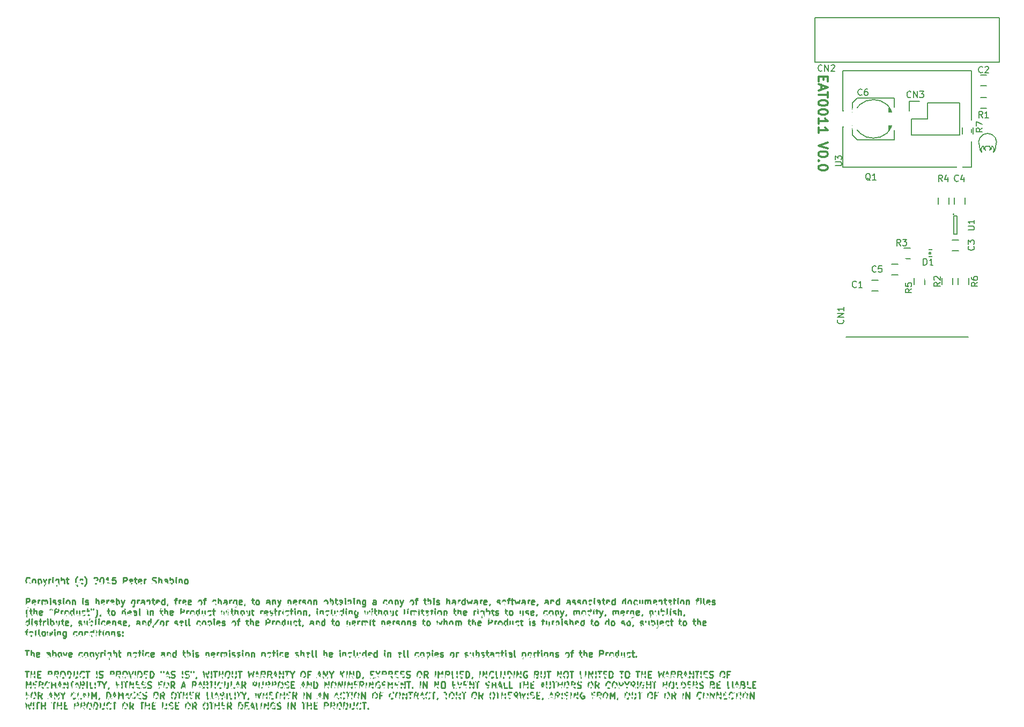
<source format=gto>
G04 #@! TF.FileFunction,Legend,Top*
%FSLAX46Y46*%
G04 Gerber Fmt 4.6, Leading zero omitted, Abs format (unit mm)*
G04 Created by KiCad (PCBNEW (2015-03-06 BZR 5484)-product) date 10/25/2015 10:49:35 PM*
%MOMM*%
G01*
G04 APERTURE LIST*
%ADD10C,0.100000*%
%ADD11C,0.250000*%
%ADD12C,0.300000*%
%ADD13C,0.150000*%
%ADD14C,0.177800*%
%ADD15R,1.670000X4.591000*%
%ADD16R,1.400000X1.650000*%
%ADD17R,1.650000X1.400000*%
%ADD18R,1.598880X1.598880*%
%ADD19C,1.035000*%
%ADD20R,1.460000X1.050000*%
%ADD21R,2.127200X2.127200*%
%ADD22O,2.127200X2.127200*%
%ADD23R,2.600000X1.600000*%
%ADD24R,6.800000X6.200000*%
%ADD25C,2.200000*%
%ADD26R,3.999180X2.000200*%
%ADD27R,1.924000X1.924000*%
%ADD28C,1.924000*%
%ADD29C,1.085800*%
%ADD30C,1.517600*%
G04 APERTURE END LIST*
D10*
D11*
X16367024Y-174037143D02*
X16319405Y-174084762D01*
X16176548Y-174132381D01*
X16081310Y-174132381D01*
X15938452Y-174084762D01*
X15843214Y-173989524D01*
X15795595Y-173894286D01*
X15747976Y-173703810D01*
X15747976Y-173560952D01*
X15795595Y-173370476D01*
X15843214Y-173275238D01*
X15938452Y-173180000D01*
X16081310Y-173132381D01*
X16176548Y-173132381D01*
X16319405Y-173180000D01*
X16367024Y-173227619D01*
X16938452Y-174132381D02*
X16843214Y-174084762D01*
X16795595Y-174037143D01*
X16747976Y-173941905D01*
X16747976Y-173656190D01*
X16795595Y-173560952D01*
X16843214Y-173513333D01*
X16938452Y-173465714D01*
X17081310Y-173465714D01*
X17176548Y-173513333D01*
X17224167Y-173560952D01*
X17271786Y-173656190D01*
X17271786Y-173941905D01*
X17224167Y-174037143D01*
X17176548Y-174084762D01*
X17081310Y-174132381D01*
X16938452Y-174132381D01*
X17700357Y-173465714D02*
X17700357Y-174465714D01*
X17700357Y-173513333D02*
X17795595Y-173465714D01*
X17986072Y-173465714D01*
X18081310Y-173513333D01*
X18128929Y-173560952D01*
X18176548Y-173656190D01*
X18176548Y-173941905D01*
X18128929Y-174037143D01*
X18081310Y-174084762D01*
X17986072Y-174132381D01*
X17795595Y-174132381D01*
X17700357Y-174084762D01*
X18509881Y-173465714D02*
X18747976Y-174132381D01*
X18986072Y-173465714D02*
X18747976Y-174132381D01*
X18652738Y-174370476D01*
X18605119Y-174418095D01*
X18509881Y-174465714D01*
X19367024Y-174132381D02*
X19367024Y-173465714D01*
X19367024Y-173656190D02*
X19414643Y-173560952D01*
X19462262Y-173513333D01*
X19557500Y-173465714D01*
X19652739Y-173465714D01*
X19986072Y-174132381D02*
X19986072Y-173465714D01*
X19986072Y-173132381D02*
X19938453Y-173180000D01*
X19986072Y-173227619D01*
X20033691Y-173180000D01*
X19986072Y-173132381D01*
X19986072Y-173227619D01*
X20890834Y-173465714D02*
X20890834Y-174275238D01*
X20843215Y-174370476D01*
X20795596Y-174418095D01*
X20700357Y-174465714D01*
X20557500Y-174465714D01*
X20462262Y-174418095D01*
X20890834Y-174084762D02*
X20795596Y-174132381D01*
X20605119Y-174132381D01*
X20509881Y-174084762D01*
X20462262Y-174037143D01*
X20414643Y-173941905D01*
X20414643Y-173656190D01*
X20462262Y-173560952D01*
X20509881Y-173513333D01*
X20605119Y-173465714D01*
X20795596Y-173465714D01*
X20890834Y-173513333D01*
X21367024Y-174132381D02*
X21367024Y-173132381D01*
X21795596Y-174132381D02*
X21795596Y-173608571D01*
X21747977Y-173513333D01*
X21652739Y-173465714D01*
X21509881Y-173465714D01*
X21414643Y-173513333D01*
X21367024Y-173560952D01*
X22128929Y-173465714D02*
X22509881Y-173465714D01*
X22271786Y-173132381D02*
X22271786Y-173989524D01*
X22319405Y-174084762D01*
X22414643Y-174132381D01*
X22509881Y-174132381D01*
X23890835Y-174513333D02*
X23843215Y-174465714D01*
X23747977Y-174322857D01*
X23700358Y-174227619D01*
X23652739Y-174084762D01*
X23605120Y-173846667D01*
X23605120Y-173656190D01*
X23652739Y-173418095D01*
X23700358Y-173275238D01*
X23747977Y-173180000D01*
X23843215Y-173037143D01*
X23890835Y-172989524D01*
X24700359Y-174084762D02*
X24605121Y-174132381D01*
X24414644Y-174132381D01*
X24319406Y-174084762D01*
X24271787Y-174037143D01*
X24224168Y-173941905D01*
X24224168Y-173656190D01*
X24271787Y-173560952D01*
X24319406Y-173513333D01*
X24414644Y-173465714D01*
X24605121Y-173465714D01*
X24700359Y-173513333D01*
X25033692Y-174513333D02*
X25081311Y-174465714D01*
X25176549Y-174322857D01*
X25224168Y-174227619D01*
X25271787Y-174084762D01*
X25319406Y-173846667D01*
X25319406Y-173656190D01*
X25271787Y-173418095D01*
X25224168Y-173275238D01*
X25176549Y-173180000D01*
X25081311Y-173037143D01*
X25033692Y-172989524D01*
X26509883Y-173227619D02*
X26557502Y-173180000D01*
X26652740Y-173132381D01*
X26890836Y-173132381D01*
X26986074Y-173180000D01*
X27033693Y-173227619D01*
X27081312Y-173322857D01*
X27081312Y-173418095D01*
X27033693Y-173560952D01*
X26462264Y-174132381D01*
X27081312Y-174132381D01*
X27700359Y-173132381D02*
X27795598Y-173132381D01*
X27890836Y-173180000D01*
X27938455Y-173227619D01*
X27986074Y-173322857D01*
X28033693Y-173513333D01*
X28033693Y-173751429D01*
X27986074Y-173941905D01*
X27938455Y-174037143D01*
X27890836Y-174084762D01*
X27795598Y-174132381D01*
X27700359Y-174132381D01*
X27605121Y-174084762D01*
X27557502Y-174037143D01*
X27509883Y-173941905D01*
X27462264Y-173751429D01*
X27462264Y-173513333D01*
X27509883Y-173322857D01*
X27557502Y-173227619D01*
X27605121Y-173180000D01*
X27700359Y-173132381D01*
X28986074Y-174132381D02*
X28414645Y-174132381D01*
X28700359Y-174132381D02*
X28700359Y-173132381D01*
X28605121Y-173275238D01*
X28509883Y-173370476D01*
X28414645Y-173418095D01*
X29890836Y-173132381D02*
X29414645Y-173132381D01*
X29367026Y-173608571D01*
X29414645Y-173560952D01*
X29509883Y-173513333D01*
X29747979Y-173513333D01*
X29843217Y-173560952D01*
X29890836Y-173608571D01*
X29938455Y-173703810D01*
X29938455Y-173941905D01*
X29890836Y-174037143D01*
X29843217Y-174084762D01*
X29747979Y-174132381D01*
X29509883Y-174132381D01*
X29414645Y-174084762D01*
X29367026Y-174037143D01*
X31128931Y-174132381D02*
X31128931Y-173132381D01*
X31509884Y-173132381D01*
X31605122Y-173180000D01*
X31652741Y-173227619D01*
X31700360Y-173322857D01*
X31700360Y-173465714D01*
X31652741Y-173560952D01*
X31605122Y-173608571D01*
X31509884Y-173656190D01*
X31128931Y-173656190D01*
X32509884Y-174084762D02*
X32414646Y-174132381D01*
X32224169Y-174132381D01*
X32128931Y-174084762D01*
X32081312Y-173989524D01*
X32081312Y-173608571D01*
X32128931Y-173513333D01*
X32224169Y-173465714D01*
X32414646Y-173465714D01*
X32509884Y-173513333D01*
X32557503Y-173608571D01*
X32557503Y-173703810D01*
X32081312Y-173799048D01*
X32843217Y-173465714D02*
X33224169Y-173465714D01*
X32986074Y-173132381D02*
X32986074Y-173989524D01*
X33033693Y-174084762D01*
X33128931Y-174132381D01*
X33224169Y-174132381D01*
X33938456Y-174084762D02*
X33843218Y-174132381D01*
X33652741Y-174132381D01*
X33557503Y-174084762D01*
X33509884Y-173989524D01*
X33509884Y-173608571D01*
X33557503Y-173513333D01*
X33652741Y-173465714D01*
X33843218Y-173465714D01*
X33938456Y-173513333D01*
X33986075Y-173608571D01*
X33986075Y-173703810D01*
X33509884Y-173799048D01*
X34414646Y-174132381D02*
X34414646Y-173465714D01*
X34414646Y-173656190D02*
X34462265Y-173560952D01*
X34509884Y-173513333D01*
X34605122Y-173465714D01*
X34700361Y-173465714D01*
X35747980Y-174084762D02*
X35890837Y-174132381D01*
X36128933Y-174132381D01*
X36224171Y-174084762D01*
X36271790Y-174037143D01*
X36319409Y-173941905D01*
X36319409Y-173846667D01*
X36271790Y-173751429D01*
X36224171Y-173703810D01*
X36128933Y-173656190D01*
X35938456Y-173608571D01*
X35843218Y-173560952D01*
X35795599Y-173513333D01*
X35747980Y-173418095D01*
X35747980Y-173322857D01*
X35795599Y-173227619D01*
X35843218Y-173180000D01*
X35938456Y-173132381D01*
X36176552Y-173132381D01*
X36319409Y-173180000D01*
X36747980Y-174132381D02*
X36747980Y-173132381D01*
X37176552Y-174132381D02*
X37176552Y-173608571D01*
X37128933Y-173513333D01*
X37033695Y-173465714D01*
X36890837Y-173465714D01*
X36795599Y-173513333D01*
X36747980Y-173560952D01*
X38081314Y-174132381D02*
X38081314Y-173608571D01*
X38033695Y-173513333D01*
X37938457Y-173465714D01*
X37747980Y-173465714D01*
X37652742Y-173513333D01*
X38081314Y-174084762D02*
X37986076Y-174132381D01*
X37747980Y-174132381D01*
X37652742Y-174084762D01*
X37605123Y-173989524D01*
X37605123Y-173894286D01*
X37652742Y-173799048D01*
X37747980Y-173751429D01*
X37986076Y-173751429D01*
X38081314Y-173703810D01*
X38557504Y-174132381D02*
X38557504Y-173132381D01*
X38557504Y-173513333D02*
X38652742Y-173465714D01*
X38843219Y-173465714D01*
X38938457Y-173513333D01*
X38986076Y-173560952D01*
X39033695Y-173656190D01*
X39033695Y-173941905D01*
X38986076Y-174037143D01*
X38938457Y-174084762D01*
X38843219Y-174132381D01*
X38652742Y-174132381D01*
X38557504Y-174084762D01*
X39462266Y-174132381D02*
X39462266Y-173465714D01*
X39462266Y-173132381D02*
X39414647Y-173180000D01*
X39462266Y-173227619D01*
X39509885Y-173180000D01*
X39462266Y-173132381D01*
X39462266Y-173227619D01*
X39938456Y-173465714D02*
X39938456Y-174132381D01*
X39938456Y-173560952D02*
X39986075Y-173513333D01*
X40081313Y-173465714D01*
X40224171Y-173465714D01*
X40319409Y-173513333D01*
X40367028Y-173608571D01*
X40367028Y-174132381D01*
X40986075Y-174132381D02*
X40890837Y-174084762D01*
X40843218Y-174037143D01*
X40795599Y-173941905D01*
X40795599Y-173656190D01*
X40843218Y-173560952D01*
X40890837Y-173513333D01*
X40986075Y-173465714D01*
X41128933Y-173465714D01*
X41224171Y-173513333D01*
X41271790Y-173560952D01*
X41319409Y-173656190D01*
X41319409Y-173941905D01*
X41271790Y-174037143D01*
X41224171Y-174084762D01*
X41128933Y-174132381D01*
X40986075Y-174132381D01*
X15795595Y-177432381D02*
X15795595Y-176432381D01*
X16176548Y-176432381D01*
X16271786Y-176480000D01*
X16319405Y-176527619D01*
X16367024Y-176622857D01*
X16367024Y-176765714D01*
X16319405Y-176860952D01*
X16271786Y-176908571D01*
X16176548Y-176956190D01*
X15795595Y-176956190D01*
X17176548Y-177384762D02*
X17081310Y-177432381D01*
X16890833Y-177432381D01*
X16795595Y-177384762D01*
X16747976Y-177289524D01*
X16747976Y-176908571D01*
X16795595Y-176813333D01*
X16890833Y-176765714D01*
X17081310Y-176765714D01*
X17176548Y-176813333D01*
X17224167Y-176908571D01*
X17224167Y-177003810D01*
X16747976Y-177099048D01*
X17652738Y-177432381D02*
X17652738Y-176765714D01*
X17652738Y-176956190D02*
X17700357Y-176860952D01*
X17747976Y-176813333D01*
X17843214Y-176765714D01*
X17938453Y-176765714D01*
X18271786Y-177432381D02*
X18271786Y-176765714D01*
X18271786Y-176860952D02*
X18319405Y-176813333D01*
X18414643Y-176765714D01*
X18557501Y-176765714D01*
X18652739Y-176813333D01*
X18700358Y-176908571D01*
X18700358Y-177432381D01*
X18700358Y-176908571D02*
X18747977Y-176813333D01*
X18843215Y-176765714D01*
X18986072Y-176765714D01*
X19081310Y-176813333D01*
X19128929Y-176908571D01*
X19128929Y-177432381D01*
X19605119Y-177432381D02*
X19605119Y-176765714D01*
X19605119Y-176432381D02*
X19557500Y-176480000D01*
X19605119Y-176527619D01*
X19652738Y-176480000D01*
X19605119Y-176432381D01*
X19605119Y-176527619D01*
X20033690Y-177384762D02*
X20128928Y-177432381D01*
X20319404Y-177432381D01*
X20414643Y-177384762D01*
X20462262Y-177289524D01*
X20462262Y-177241905D01*
X20414643Y-177146667D01*
X20319404Y-177099048D01*
X20176547Y-177099048D01*
X20081309Y-177051429D01*
X20033690Y-176956190D01*
X20033690Y-176908571D01*
X20081309Y-176813333D01*
X20176547Y-176765714D01*
X20319404Y-176765714D01*
X20414643Y-176813333D01*
X20843214Y-177384762D02*
X20938452Y-177432381D01*
X21128928Y-177432381D01*
X21224167Y-177384762D01*
X21271786Y-177289524D01*
X21271786Y-177241905D01*
X21224167Y-177146667D01*
X21128928Y-177099048D01*
X20986071Y-177099048D01*
X20890833Y-177051429D01*
X20843214Y-176956190D01*
X20843214Y-176908571D01*
X20890833Y-176813333D01*
X20986071Y-176765714D01*
X21128928Y-176765714D01*
X21224167Y-176813333D01*
X21700357Y-177432381D02*
X21700357Y-176765714D01*
X21700357Y-176432381D02*
X21652738Y-176480000D01*
X21700357Y-176527619D01*
X21747976Y-176480000D01*
X21700357Y-176432381D01*
X21700357Y-176527619D01*
X22319404Y-177432381D02*
X22224166Y-177384762D01*
X22176547Y-177337143D01*
X22128928Y-177241905D01*
X22128928Y-176956190D01*
X22176547Y-176860952D01*
X22224166Y-176813333D01*
X22319404Y-176765714D01*
X22462262Y-176765714D01*
X22557500Y-176813333D01*
X22605119Y-176860952D01*
X22652738Y-176956190D01*
X22652738Y-177241905D01*
X22605119Y-177337143D01*
X22557500Y-177384762D01*
X22462262Y-177432381D01*
X22319404Y-177432381D01*
X23081309Y-176765714D02*
X23081309Y-177432381D01*
X23081309Y-176860952D02*
X23128928Y-176813333D01*
X23224166Y-176765714D01*
X23367024Y-176765714D01*
X23462262Y-176813333D01*
X23509881Y-176908571D01*
X23509881Y-177432381D01*
X24747976Y-177432381D02*
X24747976Y-176765714D01*
X24747976Y-176432381D02*
X24700357Y-176480000D01*
X24747976Y-176527619D01*
X24795595Y-176480000D01*
X24747976Y-176432381D01*
X24747976Y-176527619D01*
X25176547Y-177384762D02*
X25271785Y-177432381D01*
X25462261Y-177432381D01*
X25557500Y-177384762D01*
X25605119Y-177289524D01*
X25605119Y-177241905D01*
X25557500Y-177146667D01*
X25462261Y-177099048D01*
X25319404Y-177099048D01*
X25224166Y-177051429D01*
X25176547Y-176956190D01*
X25176547Y-176908571D01*
X25224166Y-176813333D01*
X25319404Y-176765714D01*
X25462261Y-176765714D01*
X25557500Y-176813333D01*
X26795595Y-177432381D02*
X26795595Y-176432381D01*
X27224167Y-177432381D02*
X27224167Y-176908571D01*
X27176548Y-176813333D01*
X27081310Y-176765714D01*
X26938452Y-176765714D01*
X26843214Y-176813333D01*
X26795595Y-176860952D01*
X28081310Y-177384762D02*
X27986072Y-177432381D01*
X27795595Y-177432381D01*
X27700357Y-177384762D01*
X27652738Y-177289524D01*
X27652738Y-176908571D01*
X27700357Y-176813333D01*
X27795595Y-176765714D01*
X27986072Y-176765714D01*
X28081310Y-176813333D01*
X28128929Y-176908571D01*
X28128929Y-177003810D01*
X27652738Y-177099048D01*
X28557500Y-177432381D02*
X28557500Y-176765714D01*
X28557500Y-176956190D02*
X28605119Y-176860952D01*
X28652738Y-176813333D01*
X28747976Y-176765714D01*
X28843215Y-176765714D01*
X29557501Y-177384762D02*
X29462263Y-177432381D01*
X29271786Y-177432381D01*
X29176548Y-177384762D01*
X29128929Y-177289524D01*
X29128929Y-176908571D01*
X29176548Y-176813333D01*
X29271786Y-176765714D01*
X29462263Y-176765714D01*
X29557501Y-176813333D01*
X29605120Y-176908571D01*
X29605120Y-177003810D01*
X29128929Y-177099048D01*
X30033691Y-177432381D02*
X30033691Y-176432381D01*
X30033691Y-176813333D02*
X30128929Y-176765714D01*
X30319406Y-176765714D01*
X30414644Y-176813333D01*
X30462263Y-176860952D01*
X30509882Y-176956190D01*
X30509882Y-177241905D01*
X30462263Y-177337143D01*
X30414644Y-177384762D01*
X30319406Y-177432381D01*
X30128929Y-177432381D01*
X30033691Y-177384762D01*
X30843215Y-176765714D02*
X31081310Y-177432381D01*
X31319406Y-176765714D02*
X31081310Y-177432381D01*
X30986072Y-177670476D01*
X30938453Y-177718095D01*
X30843215Y-177765714D01*
X32890835Y-176765714D02*
X32890835Y-177575238D01*
X32843216Y-177670476D01*
X32795597Y-177718095D01*
X32700358Y-177765714D01*
X32557501Y-177765714D01*
X32462263Y-177718095D01*
X32890835Y-177384762D02*
X32795597Y-177432381D01*
X32605120Y-177432381D01*
X32509882Y-177384762D01*
X32462263Y-177337143D01*
X32414644Y-177241905D01*
X32414644Y-176956190D01*
X32462263Y-176860952D01*
X32509882Y-176813333D01*
X32605120Y-176765714D01*
X32795597Y-176765714D01*
X32890835Y-176813333D01*
X33367025Y-177432381D02*
X33367025Y-176765714D01*
X33367025Y-176956190D02*
X33414644Y-176860952D01*
X33462263Y-176813333D01*
X33557501Y-176765714D01*
X33652740Y-176765714D01*
X34414645Y-177432381D02*
X34414645Y-176908571D01*
X34367026Y-176813333D01*
X34271788Y-176765714D01*
X34081311Y-176765714D01*
X33986073Y-176813333D01*
X34414645Y-177384762D02*
X34319407Y-177432381D01*
X34081311Y-177432381D01*
X33986073Y-177384762D01*
X33938454Y-177289524D01*
X33938454Y-177194286D01*
X33986073Y-177099048D01*
X34081311Y-177051429D01*
X34319407Y-177051429D01*
X34414645Y-177003810D01*
X34890835Y-176765714D02*
X34890835Y-177432381D01*
X34890835Y-176860952D02*
X34938454Y-176813333D01*
X35033692Y-176765714D01*
X35176550Y-176765714D01*
X35271788Y-176813333D01*
X35319407Y-176908571D01*
X35319407Y-177432381D01*
X35652740Y-176765714D02*
X36033692Y-176765714D01*
X35795597Y-176432381D02*
X35795597Y-177289524D01*
X35843216Y-177384762D01*
X35938454Y-177432381D01*
X36033692Y-177432381D01*
X36747979Y-177384762D02*
X36652741Y-177432381D01*
X36462264Y-177432381D01*
X36367026Y-177384762D01*
X36319407Y-177289524D01*
X36319407Y-176908571D01*
X36367026Y-176813333D01*
X36462264Y-176765714D01*
X36652741Y-176765714D01*
X36747979Y-176813333D01*
X36795598Y-176908571D01*
X36795598Y-177003810D01*
X36319407Y-177099048D01*
X37652741Y-177432381D02*
X37652741Y-176432381D01*
X37652741Y-177384762D02*
X37557503Y-177432381D01*
X37367026Y-177432381D01*
X37271788Y-177384762D01*
X37224169Y-177337143D01*
X37176550Y-177241905D01*
X37176550Y-176956190D01*
X37224169Y-176860952D01*
X37271788Y-176813333D01*
X37367026Y-176765714D01*
X37557503Y-176765714D01*
X37652741Y-176813333D01*
X38176550Y-177384762D02*
X38176550Y-177432381D01*
X38128931Y-177527619D01*
X38081312Y-177575238D01*
X39224169Y-176765714D02*
X39605121Y-176765714D01*
X39367026Y-177432381D02*
X39367026Y-176575238D01*
X39414645Y-176480000D01*
X39509883Y-176432381D01*
X39605121Y-176432381D01*
X39938455Y-177432381D02*
X39938455Y-176765714D01*
X39938455Y-176956190D02*
X39986074Y-176860952D01*
X40033693Y-176813333D01*
X40128931Y-176765714D01*
X40224170Y-176765714D01*
X40938456Y-177384762D02*
X40843218Y-177432381D01*
X40652741Y-177432381D01*
X40557503Y-177384762D01*
X40509884Y-177289524D01*
X40509884Y-176908571D01*
X40557503Y-176813333D01*
X40652741Y-176765714D01*
X40843218Y-176765714D01*
X40938456Y-176813333D01*
X40986075Y-176908571D01*
X40986075Y-177003810D01*
X40509884Y-177099048D01*
X41795599Y-177384762D02*
X41700361Y-177432381D01*
X41509884Y-177432381D01*
X41414646Y-177384762D01*
X41367027Y-177289524D01*
X41367027Y-176908571D01*
X41414646Y-176813333D01*
X41509884Y-176765714D01*
X41700361Y-176765714D01*
X41795599Y-176813333D01*
X41843218Y-176908571D01*
X41843218Y-177003810D01*
X41367027Y-177099048D01*
X43176551Y-177432381D02*
X43081313Y-177384762D01*
X43033694Y-177337143D01*
X42986075Y-177241905D01*
X42986075Y-176956190D01*
X43033694Y-176860952D01*
X43081313Y-176813333D01*
X43176551Y-176765714D01*
X43319409Y-176765714D01*
X43414647Y-176813333D01*
X43462266Y-176860952D01*
X43509885Y-176956190D01*
X43509885Y-177241905D01*
X43462266Y-177337143D01*
X43414647Y-177384762D01*
X43319409Y-177432381D01*
X43176551Y-177432381D01*
X43795599Y-176765714D02*
X44176551Y-176765714D01*
X43938456Y-177432381D02*
X43938456Y-176575238D01*
X43986075Y-176480000D01*
X44081313Y-176432381D01*
X44176551Y-176432381D01*
X45700362Y-177384762D02*
X45605124Y-177432381D01*
X45414647Y-177432381D01*
X45319409Y-177384762D01*
X45271790Y-177337143D01*
X45224171Y-177241905D01*
X45224171Y-176956190D01*
X45271790Y-176860952D01*
X45319409Y-176813333D01*
X45414647Y-176765714D01*
X45605124Y-176765714D01*
X45700362Y-176813333D01*
X46128933Y-177432381D02*
X46128933Y-176432381D01*
X46557505Y-177432381D02*
X46557505Y-176908571D01*
X46509886Y-176813333D01*
X46414648Y-176765714D01*
X46271790Y-176765714D01*
X46176552Y-176813333D01*
X46128933Y-176860952D01*
X47462267Y-177432381D02*
X47462267Y-176908571D01*
X47414648Y-176813333D01*
X47319410Y-176765714D01*
X47128933Y-176765714D01*
X47033695Y-176813333D01*
X47462267Y-177384762D02*
X47367029Y-177432381D01*
X47128933Y-177432381D01*
X47033695Y-177384762D01*
X46986076Y-177289524D01*
X46986076Y-177194286D01*
X47033695Y-177099048D01*
X47128933Y-177051429D01*
X47367029Y-177051429D01*
X47462267Y-177003810D01*
X47938457Y-177432381D02*
X47938457Y-176765714D01*
X47938457Y-176956190D02*
X47986076Y-176860952D01*
X48033695Y-176813333D01*
X48128933Y-176765714D01*
X48224172Y-176765714D01*
X48986077Y-176765714D02*
X48986077Y-177575238D01*
X48938458Y-177670476D01*
X48890839Y-177718095D01*
X48795600Y-177765714D01*
X48652743Y-177765714D01*
X48557505Y-177718095D01*
X48986077Y-177384762D02*
X48890839Y-177432381D01*
X48700362Y-177432381D01*
X48605124Y-177384762D01*
X48557505Y-177337143D01*
X48509886Y-177241905D01*
X48509886Y-176956190D01*
X48557505Y-176860952D01*
X48605124Y-176813333D01*
X48700362Y-176765714D01*
X48890839Y-176765714D01*
X48986077Y-176813333D01*
X49843220Y-177384762D02*
X49747982Y-177432381D01*
X49557505Y-177432381D01*
X49462267Y-177384762D01*
X49414648Y-177289524D01*
X49414648Y-176908571D01*
X49462267Y-176813333D01*
X49557505Y-176765714D01*
X49747982Y-176765714D01*
X49843220Y-176813333D01*
X49890839Y-176908571D01*
X49890839Y-177003810D01*
X49414648Y-177099048D01*
X50367029Y-177384762D02*
X50367029Y-177432381D01*
X50319410Y-177527619D01*
X50271791Y-177575238D01*
X51414648Y-176765714D02*
X51795600Y-176765714D01*
X51557505Y-176432381D02*
X51557505Y-177289524D01*
X51605124Y-177384762D01*
X51700362Y-177432381D01*
X51795600Y-177432381D01*
X52271791Y-177432381D02*
X52176553Y-177384762D01*
X52128934Y-177337143D01*
X52081315Y-177241905D01*
X52081315Y-176956190D01*
X52128934Y-176860952D01*
X52176553Y-176813333D01*
X52271791Y-176765714D01*
X52414649Y-176765714D01*
X52509887Y-176813333D01*
X52557506Y-176860952D01*
X52605125Y-176956190D01*
X52605125Y-177241905D01*
X52557506Y-177337143D01*
X52509887Y-177384762D01*
X52414649Y-177432381D01*
X52271791Y-177432381D01*
X54224173Y-177432381D02*
X54224173Y-176908571D01*
X54176554Y-176813333D01*
X54081316Y-176765714D01*
X53890839Y-176765714D01*
X53795601Y-176813333D01*
X54224173Y-177384762D02*
X54128935Y-177432381D01*
X53890839Y-177432381D01*
X53795601Y-177384762D01*
X53747982Y-177289524D01*
X53747982Y-177194286D01*
X53795601Y-177099048D01*
X53890839Y-177051429D01*
X54128935Y-177051429D01*
X54224173Y-177003810D01*
X54700363Y-176765714D02*
X54700363Y-177432381D01*
X54700363Y-176860952D02*
X54747982Y-176813333D01*
X54843220Y-176765714D01*
X54986078Y-176765714D01*
X55081316Y-176813333D01*
X55128935Y-176908571D01*
X55128935Y-177432381D01*
X55509887Y-176765714D02*
X55747982Y-177432381D01*
X55986078Y-176765714D02*
X55747982Y-177432381D01*
X55652744Y-177670476D01*
X55605125Y-177718095D01*
X55509887Y-177765714D01*
X57128935Y-176765714D02*
X57128935Y-177765714D01*
X57128935Y-176813333D02*
X57224173Y-176765714D01*
X57414650Y-176765714D01*
X57509888Y-176813333D01*
X57557507Y-176860952D01*
X57605126Y-176956190D01*
X57605126Y-177241905D01*
X57557507Y-177337143D01*
X57509888Y-177384762D01*
X57414650Y-177432381D01*
X57224173Y-177432381D01*
X57128935Y-177384762D01*
X58414650Y-177384762D02*
X58319412Y-177432381D01*
X58128935Y-177432381D01*
X58033697Y-177384762D01*
X57986078Y-177289524D01*
X57986078Y-176908571D01*
X58033697Y-176813333D01*
X58128935Y-176765714D01*
X58319412Y-176765714D01*
X58414650Y-176813333D01*
X58462269Y-176908571D01*
X58462269Y-177003810D01*
X57986078Y-177099048D01*
X58890840Y-177432381D02*
X58890840Y-176765714D01*
X58890840Y-176956190D02*
X58938459Y-176860952D01*
X58986078Y-176813333D01*
X59081316Y-176765714D01*
X59176555Y-176765714D01*
X59462269Y-177384762D02*
X59557507Y-177432381D01*
X59747983Y-177432381D01*
X59843222Y-177384762D01*
X59890841Y-177289524D01*
X59890841Y-177241905D01*
X59843222Y-177146667D01*
X59747983Y-177099048D01*
X59605126Y-177099048D01*
X59509888Y-177051429D01*
X59462269Y-176956190D01*
X59462269Y-176908571D01*
X59509888Y-176813333D01*
X59605126Y-176765714D01*
X59747983Y-176765714D01*
X59843222Y-176813333D01*
X60462269Y-177432381D02*
X60367031Y-177384762D01*
X60319412Y-177337143D01*
X60271793Y-177241905D01*
X60271793Y-176956190D01*
X60319412Y-176860952D01*
X60367031Y-176813333D01*
X60462269Y-176765714D01*
X60605127Y-176765714D01*
X60700365Y-176813333D01*
X60747984Y-176860952D01*
X60795603Y-176956190D01*
X60795603Y-177241905D01*
X60747984Y-177337143D01*
X60700365Y-177384762D01*
X60605127Y-177432381D01*
X60462269Y-177432381D01*
X61224174Y-176765714D02*
X61224174Y-177432381D01*
X61224174Y-176860952D02*
X61271793Y-176813333D01*
X61367031Y-176765714D01*
X61509889Y-176765714D01*
X61605127Y-176813333D01*
X61652746Y-176908571D01*
X61652746Y-177432381D01*
X63033698Y-177432381D02*
X62938460Y-177384762D01*
X62890841Y-177337143D01*
X62843222Y-177241905D01*
X62843222Y-176956190D01*
X62890841Y-176860952D01*
X62938460Y-176813333D01*
X63033698Y-176765714D01*
X63176556Y-176765714D01*
X63271794Y-176813333D01*
X63319413Y-176860952D01*
X63367032Y-176956190D01*
X63367032Y-177241905D01*
X63319413Y-177337143D01*
X63271794Y-177384762D01*
X63176556Y-177432381D01*
X63033698Y-177432381D01*
X63795603Y-177432381D02*
X63795603Y-176432381D01*
X63795603Y-176813333D02*
X63890841Y-176765714D01*
X64081318Y-176765714D01*
X64176556Y-176813333D01*
X64224175Y-176860952D01*
X64271794Y-176956190D01*
X64271794Y-177241905D01*
X64224175Y-177337143D01*
X64176556Y-177384762D01*
X64081318Y-177432381D01*
X63890841Y-177432381D01*
X63795603Y-177384762D01*
X64557508Y-176765714D02*
X64938460Y-176765714D01*
X64700365Y-176432381D02*
X64700365Y-177289524D01*
X64747984Y-177384762D01*
X64843222Y-177432381D01*
X64938460Y-177432381D01*
X65700366Y-177432381D02*
X65700366Y-176908571D01*
X65652747Y-176813333D01*
X65557509Y-176765714D01*
X65367032Y-176765714D01*
X65271794Y-176813333D01*
X65700366Y-177384762D02*
X65605128Y-177432381D01*
X65367032Y-177432381D01*
X65271794Y-177384762D01*
X65224175Y-177289524D01*
X65224175Y-177194286D01*
X65271794Y-177099048D01*
X65367032Y-177051429D01*
X65605128Y-177051429D01*
X65700366Y-177003810D01*
X66176556Y-177432381D02*
X66176556Y-176765714D01*
X66176556Y-176432381D02*
X66128937Y-176480000D01*
X66176556Y-176527619D01*
X66224175Y-176480000D01*
X66176556Y-176432381D01*
X66176556Y-176527619D01*
X66652746Y-176765714D02*
X66652746Y-177432381D01*
X66652746Y-176860952D02*
X66700365Y-176813333D01*
X66795603Y-176765714D01*
X66938461Y-176765714D01*
X67033699Y-176813333D01*
X67081318Y-176908571D01*
X67081318Y-177432381D01*
X67557508Y-177432381D02*
X67557508Y-176765714D01*
X67557508Y-176432381D02*
X67509889Y-176480000D01*
X67557508Y-176527619D01*
X67605127Y-176480000D01*
X67557508Y-176432381D01*
X67557508Y-176527619D01*
X68033698Y-176765714D02*
X68033698Y-177432381D01*
X68033698Y-176860952D02*
X68081317Y-176813333D01*
X68176555Y-176765714D01*
X68319413Y-176765714D01*
X68414651Y-176813333D01*
X68462270Y-176908571D01*
X68462270Y-177432381D01*
X69367032Y-176765714D02*
X69367032Y-177575238D01*
X69319413Y-177670476D01*
X69271794Y-177718095D01*
X69176555Y-177765714D01*
X69033698Y-177765714D01*
X68938460Y-177718095D01*
X69367032Y-177384762D02*
X69271794Y-177432381D01*
X69081317Y-177432381D01*
X68986079Y-177384762D01*
X68938460Y-177337143D01*
X68890841Y-177241905D01*
X68890841Y-176956190D01*
X68938460Y-176860952D01*
X68986079Y-176813333D01*
X69081317Y-176765714D01*
X69271794Y-176765714D01*
X69367032Y-176813333D01*
X71033699Y-177432381D02*
X71033699Y-176908571D01*
X70986080Y-176813333D01*
X70890842Y-176765714D01*
X70700365Y-176765714D01*
X70605127Y-176813333D01*
X71033699Y-177384762D02*
X70938461Y-177432381D01*
X70700365Y-177432381D01*
X70605127Y-177384762D01*
X70557508Y-177289524D01*
X70557508Y-177194286D01*
X70605127Y-177099048D01*
X70700365Y-177051429D01*
X70938461Y-177051429D01*
X71033699Y-177003810D01*
X72700366Y-177384762D02*
X72605128Y-177432381D01*
X72414651Y-177432381D01*
X72319413Y-177384762D01*
X72271794Y-177337143D01*
X72224175Y-177241905D01*
X72224175Y-176956190D01*
X72271794Y-176860952D01*
X72319413Y-176813333D01*
X72414651Y-176765714D01*
X72605128Y-176765714D01*
X72700366Y-176813333D01*
X73271794Y-177432381D02*
X73176556Y-177384762D01*
X73128937Y-177337143D01*
X73081318Y-177241905D01*
X73081318Y-176956190D01*
X73128937Y-176860952D01*
X73176556Y-176813333D01*
X73271794Y-176765714D01*
X73414652Y-176765714D01*
X73509890Y-176813333D01*
X73557509Y-176860952D01*
X73605128Y-176956190D01*
X73605128Y-177241905D01*
X73557509Y-177337143D01*
X73509890Y-177384762D01*
X73414652Y-177432381D01*
X73271794Y-177432381D01*
X74033699Y-176765714D02*
X74033699Y-177765714D01*
X74033699Y-176813333D02*
X74128937Y-176765714D01*
X74319414Y-176765714D01*
X74414652Y-176813333D01*
X74462271Y-176860952D01*
X74509890Y-176956190D01*
X74509890Y-177241905D01*
X74462271Y-177337143D01*
X74414652Y-177384762D01*
X74319414Y-177432381D01*
X74128937Y-177432381D01*
X74033699Y-177384762D01*
X74843223Y-176765714D02*
X75081318Y-177432381D01*
X75319414Y-176765714D02*
X75081318Y-177432381D01*
X74986080Y-177670476D01*
X74938461Y-177718095D01*
X74843223Y-177765714D01*
X76605128Y-177432381D02*
X76509890Y-177384762D01*
X76462271Y-177337143D01*
X76414652Y-177241905D01*
X76414652Y-176956190D01*
X76462271Y-176860952D01*
X76509890Y-176813333D01*
X76605128Y-176765714D01*
X76747986Y-176765714D01*
X76843224Y-176813333D01*
X76890843Y-176860952D01*
X76938462Y-176956190D01*
X76938462Y-177241905D01*
X76890843Y-177337143D01*
X76843224Y-177384762D01*
X76747986Y-177432381D01*
X76605128Y-177432381D01*
X77224176Y-176765714D02*
X77605128Y-176765714D01*
X77367033Y-177432381D02*
X77367033Y-176575238D01*
X77414652Y-176480000D01*
X77509890Y-176432381D01*
X77605128Y-176432381D01*
X78557510Y-176765714D02*
X78938462Y-176765714D01*
X78700367Y-176432381D02*
X78700367Y-177289524D01*
X78747986Y-177384762D01*
X78843224Y-177432381D01*
X78938462Y-177432381D01*
X79271796Y-177432381D02*
X79271796Y-176432381D01*
X79700368Y-177432381D02*
X79700368Y-176908571D01*
X79652749Y-176813333D01*
X79557511Y-176765714D01*
X79414653Y-176765714D01*
X79319415Y-176813333D01*
X79271796Y-176860952D01*
X80176558Y-177432381D02*
X80176558Y-176765714D01*
X80176558Y-176432381D02*
X80128939Y-176480000D01*
X80176558Y-176527619D01*
X80224177Y-176480000D01*
X80176558Y-176432381D01*
X80176558Y-176527619D01*
X80605129Y-177384762D02*
X80700367Y-177432381D01*
X80890843Y-177432381D01*
X80986082Y-177384762D01*
X81033701Y-177289524D01*
X81033701Y-177241905D01*
X80986082Y-177146667D01*
X80890843Y-177099048D01*
X80747986Y-177099048D01*
X80652748Y-177051429D01*
X80605129Y-176956190D01*
X80605129Y-176908571D01*
X80652748Y-176813333D01*
X80747986Y-176765714D01*
X80890843Y-176765714D01*
X80986082Y-176813333D01*
X82224177Y-177432381D02*
X82224177Y-176432381D01*
X82652749Y-177432381D02*
X82652749Y-176908571D01*
X82605130Y-176813333D01*
X82509892Y-176765714D01*
X82367034Y-176765714D01*
X82271796Y-176813333D01*
X82224177Y-176860952D01*
X83557511Y-177432381D02*
X83557511Y-176908571D01*
X83509892Y-176813333D01*
X83414654Y-176765714D01*
X83224177Y-176765714D01*
X83128939Y-176813333D01*
X83557511Y-177384762D02*
X83462273Y-177432381D01*
X83224177Y-177432381D01*
X83128939Y-177384762D01*
X83081320Y-177289524D01*
X83081320Y-177194286D01*
X83128939Y-177099048D01*
X83224177Y-177051429D01*
X83462273Y-177051429D01*
X83557511Y-177003810D01*
X84033701Y-177432381D02*
X84033701Y-176765714D01*
X84033701Y-176956190D02*
X84081320Y-176860952D01*
X84128939Y-176813333D01*
X84224177Y-176765714D01*
X84319416Y-176765714D01*
X85081321Y-177432381D02*
X85081321Y-176432381D01*
X85081321Y-177384762D02*
X84986083Y-177432381D01*
X84795606Y-177432381D01*
X84700368Y-177384762D01*
X84652749Y-177337143D01*
X84605130Y-177241905D01*
X84605130Y-176956190D01*
X84652749Y-176860952D01*
X84700368Y-176813333D01*
X84795606Y-176765714D01*
X84986083Y-176765714D01*
X85081321Y-176813333D01*
X85462273Y-176765714D02*
X85652749Y-177432381D01*
X85843226Y-176956190D01*
X86033702Y-177432381D01*
X86224178Y-176765714D01*
X87033702Y-177432381D02*
X87033702Y-176908571D01*
X86986083Y-176813333D01*
X86890845Y-176765714D01*
X86700368Y-176765714D01*
X86605130Y-176813333D01*
X87033702Y-177384762D02*
X86938464Y-177432381D01*
X86700368Y-177432381D01*
X86605130Y-177384762D01*
X86557511Y-177289524D01*
X86557511Y-177194286D01*
X86605130Y-177099048D01*
X86700368Y-177051429D01*
X86938464Y-177051429D01*
X87033702Y-177003810D01*
X87509892Y-177432381D02*
X87509892Y-176765714D01*
X87509892Y-176956190D02*
X87557511Y-176860952D01*
X87605130Y-176813333D01*
X87700368Y-176765714D01*
X87795607Y-176765714D01*
X88509893Y-177384762D02*
X88414655Y-177432381D01*
X88224178Y-177432381D01*
X88128940Y-177384762D01*
X88081321Y-177289524D01*
X88081321Y-176908571D01*
X88128940Y-176813333D01*
X88224178Y-176765714D01*
X88414655Y-176765714D01*
X88509893Y-176813333D01*
X88557512Y-176908571D01*
X88557512Y-177003810D01*
X88081321Y-177099048D01*
X89033702Y-177384762D02*
X89033702Y-177432381D01*
X88986083Y-177527619D01*
X88938464Y-177575238D01*
X90176559Y-177384762D02*
X90271797Y-177432381D01*
X90462273Y-177432381D01*
X90557512Y-177384762D01*
X90605131Y-177289524D01*
X90605131Y-177241905D01*
X90557512Y-177146667D01*
X90462273Y-177099048D01*
X90319416Y-177099048D01*
X90224178Y-177051429D01*
X90176559Y-176956190D01*
X90176559Y-176908571D01*
X90224178Y-176813333D01*
X90319416Y-176765714D01*
X90462273Y-176765714D01*
X90557512Y-176813333D01*
X91176559Y-177432381D02*
X91081321Y-177384762D01*
X91033702Y-177337143D01*
X90986083Y-177241905D01*
X90986083Y-176956190D01*
X91033702Y-176860952D01*
X91081321Y-176813333D01*
X91176559Y-176765714D01*
X91319417Y-176765714D01*
X91414655Y-176813333D01*
X91462274Y-176860952D01*
X91509893Y-176956190D01*
X91509893Y-177241905D01*
X91462274Y-177337143D01*
X91414655Y-177384762D01*
X91319417Y-177432381D01*
X91176559Y-177432381D01*
X91795607Y-176765714D02*
X92176559Y-176765714D01*
X91938464Y-177432381D02*
X91938464Y-176575238D01*
X91986083Y-176480000D01*
X92081321Y-176432381D01*
X92176559Y-176432381D01*
X92367036Y-176765714D02*
X92747988Y-176765714D01*
X92509893Y-176432381D02*
X92509893Y-177289524D01*
X92557512Y-177384762D01*
X92652750Y-177432381D01*
X92747988Y-177432381D01*
X92986084Y-176765714D02*
X93176560Y-177432381D01*
X93367037Y-176956190D01*
X93557513Y-177432381D01*
X93747989Y-176765714D01*
X94557513Y-177432381D02*
X94557513Y-176908571D01*
X94509894Y-176813333D01*
X94414656Y-176765714D01*
X94224179Y-176765714D01*
X94128941Y-176813333D01*
X94557513Y-177384762D02*
X94462275Y-177432381D01*
X94224179Y-177432381D01*
X94128941Y-177384762D01*
X94081322Y-177289524D01*
X94081322Y-177194286D01*
X94128941Y-177099048D01*
X94224179Y-177051429D01*
X94462275Y-177051429D01*
X94557513Y-177003810D01*
X95033703Y-177432381D02*
X95033703Y-176765714D01*
X95033703Y-176956190D02*
X95081322Y-176860952D01*
X95128941Y-176813333D01*
X95224179Y-176765714D01*
X95319418Y-176765714D01*
X96033704Y-177384762D02*
X95938466Y-177432381D01*
X95747989Y-177432381D01*
X95652751Y-177384762D01*
X95605132Y-177289524D01*
X95605132Y-176908571D01*
X95652751Y-176813333D01*
X95747989Y-176765714D01*
X95938466Y-176765714D01*
X96033704Y-176813333D01*
X96081323Y-176908571D01*
X96081323Y-177003810D01*
X95605132Y-177099048D01*
X96557513Y-177384762D02*
X96557513Y-177432381D01*
X96509894Y-177527619D01*
X96462275Y-177575238D01*
X98176561Y-177432381D02*
X98176561Y-176908571D01*
X98128942Y-176813333D01*
X98033704Y-176765714D01*
X97843227Y-176765714D01*
X97747989Y-176813333D01*
X98176561Y-177384762D02*
X98081323Y-177432381D01*
X97843227Y-177432381D01*
X97747989Y-177384762D01*
X97700370Y-177289524D01*
X97700370Y-177194286D01*
X97747989Y-177099048D01*
X97843227Y-177051429D01*
X98081323Y-177051429D01*
X98176561Y-177003810D01*
X98652751Y-176765714D02*
X98652751Y-177432381D01*
X98652751Y-176860952D02*
X98700370Y-176813333D01*
X98795608Y-176765714D01*
X98938466Y-176765714D01*
X99033704Y-176813333D01*
X99081323Y-176908571D01*
X99081323Y-177432381D01*
X99986085Y-177432381D02*
X99986085Y-176432381D01*
X99986085Y-177384762D02*
X99890847Y-177432381D01*
X99700370Y-177432381D01*
X99605132Y-177384762D01*
X99557513Y-177337143D01*
X99509894Y-177241905D01*
X99509894Y-176956190D01*
X99557513Y-176860952D01*
X99605132Y-176813333D01*
X99700370Y-176765714D01*
X99890847Y-176765714D01*
X99986085Y-176813333D01*
X101652752Y-177432381D02*
X101652752Y-176908571D01*
X101605133Y-176813333D01*
X101509895Y-176765714D01*
X101319418Y-176765714D01*
X101224180Y-176813333D01*
X101652752Y-177384762D02*
X101557514Y-177432381D01*
X101319418Y-177432381D01*
X101224180Y-177384762D01*
X101176561Y-177289524D01*
X101176561Y-177194286D01*
X101224180Y-177099048D01*
X101319418Y-177051429D01*
X101557514Y-177051429D01*
X101652752Y-177003810D01*
X102081323Y-177384762D02*
X102176561Y-177432381D01*
X102367037Y-177432381D01*
X102462276Y-177384762D01*
X102509895Y-177289524D01*
X102509895Y-177241905D01*
X102462276Y-177146667D01*
X102367037Y-177099048D01*
X102224180Y-177099048D01*
X102128942Y-177051429D01*
X102081323Y-176956190D01*
X102081323Y-176908571D01*
X102128942Y-176813333D01*
X102224180Y-176765714D01*
X102367037Y-176765714D01*
X102462276Y-176813333D01*
X102890847Y-177384762D02*
X102986085Y-177432381D01*
X103176561Y-177432381D01*
X103271800Y-177384762D01*
X103319419Y-177289524D01*
X103319419Y-177241905D01*
X103271800Y-177146667D01*
X103176561Y-177099048D01*
X103033704Y-177099048D01*
X102938466Y-177051429D01*
X102890847Y-176956190D01*
X102890847Y-176908571D01*
X102938466Y-176813333D01*
X103033704Y-176765714D01*
X103176561Y-176765714D01*
X103271800Y-176813333D01*
X103890847Y-177432381D02*
X103795609Y-177384762D01*
X103747990Y-177337143D01*
X103700371Y-177241905D01*
X103700371Y-176956190D01*
X103747990Y-176860952D01*
X103795609Y-176813333D01*
X103890847Y-176765714D01*
X104033705Y-176765714D01*
X104128943Y-176813333D01*
X104176562Y-176860952D01*
X104224181Y-176956190D01*
X104224181Y-177241905D01*
X104176562Y-177337143D01*
X104128943Y-177384762D01*
X104033705Y-177432381D01*
X103890847Y-177432381D01*
X105081324Y-177384762D02*
X104986086Y-177432381D01*
X104795609Y-177432381D01*
X104700371Y-177384762D01*
X104652752Y-177337143D01*
X104605133Y-177241905D01*
X104605133Y-176956190D01*
X104652752Y-176860952D01*
X104700371Y-176813333D01*
X104795609Y-176765714D01*
X104986086Y-176765714D01*
X105081324Y-176813333D01*
X105509895Y-177432381D02*
X105509895Y-176765714D01*
X105509895Y-176432381D02*
X105462276Y-176480000D01*
X105509895Y-176527619D01*
X105557514Y-176480000D01*
X105509895Y-176432381D01*
X105509895Y-176527619D01*
X106414657Y-177432381D02*
X106414657Y-176908571D01*
X106367038Y-176813333D01*
X106271800Y-176765714D01*
X106081323Y-176765714D01*
X105986085Y-176813333D01*
X106414657Y-177384762D02*
X106319419Y-177432381D01*
X106081323Y-177432381D01*
X105986085Y-177384762D01*
X105938466Y-177289524D01*
X105938466Y-177194286D01*
X105986085Y-177099048D01*
X106081323Y-177051429D01*
X106319419Y-177051429D01*
X106414657Y-177003810D01*
X106747990Y-176765714D02*
X107128942Y-176765714D01*
X106890847Y-176432381D02*
X106890847Y-177289524D01*
X106938466Y-177384762D01*
X107033704Y-177432381D01*
X107128942Y-177432381D01*
X107843229Y-177384762D02*
X107747991Y-177432381D01*
X107557514Y-177432381D01*
X107462276Y-177384762D01*
X107414657Y-177289524D01*
X107414657Y-176908571D01*
X107462276Y-176813333D01*
X107557514Y-176765714D01*
X107747991Y-176765714D01*
X107843229Y-176813333D01*
X107890848Y-176908571D01*
X107890848Y-177003810D01*
X107414657Y-177099048D01*
X108747991Y-177432381D02*
X108747991Y-176432381D01*
X108747991Y-177384762D02*
X108652753Y-177432381D01*
X108462276Y-177432381D01*
X108367038Y-177384762D01*
X108319419Y-177337143D01*
X108271800Y-177241905D01*
X108271800Y-176956190D01*
X108319419Y-176860952D01*
X108367038Y-176813333D01*
X108462276Y-176765714D01*
X108652753Y-176765714D01*
X108747991Y-176813333D01*
X110414658Y-177432381D02*
X110414658Y-176432381D01*
X110414658Y-177384762D02*
X110319420Y-177432381D01*
X110128943Y-177432381D01*
X110033705Y-177384762D01*
X109986086Y-177337143D01*
X109938467Y-177241905D01*
X109938467Y-176956190D01*
X109986086Y-176860952D01*
X110033705Y-176813333D01*
X110128943Y-176765714D01*
X110319420Y-176765714D01*
X110414658Y-176813333D01*
X111033705Y-177432381D02*
X110938467Y-177384762D01*
X110890848Y-177337143D01*
X110843229Y-177241905D01*
X110843229Y-176956190D01*
X110890848Y-176860952D01*
X110938467Y-176813333D01*
X111033705Y-176765714D01*
X111176563Y-176765714D01*
X111271801Y-176813333D01*
X111319420Y-176860952D01*
X111367039Y-176956190D01*
X111367039Y-177241905D01*
X111319420Y-177337143D01*
X111271801Y-177384762D01*
X111176563Y-177432381D01*
X111033705Y-177432381D01*
X112224182Y-177384762D02*
X112128944Y-177432381D01*
X111938467Y-177432381D01*
X111843229Y-177384762D01*
X111795610Y-177337143D01*
X111747991Y-177241905D01*
X111747991Y-176956190D01*
X111795610Y-176860952D01*
X111843229Y-176813333D01*
X111938467Y-176765714D01*
X112128944Y-176765714D01*
X112224182Y-176813333D01*
X113081325Y-176765714D02*
X113081325Y-177432381D01*
X112652753Y-176765714D02*
X112652753Y-177289524D01*
X112700372Y-177384762D01*
X112795610Y-177432381D01*
X112938468Y-177432381D01*
X113033706Y-177384762D01*
X113081325Y-177337143D01*
X113557515Y-177432381D02*
X113557515Y-176765714D01*
X113557515Y-176860952D02*
X113605134Y-176813333D01*
X113700372Y-176765714D01*
X113843230Y-176765714D01*
X113938468Y-176813333D01*
X113986087Y-176908571D01*
X113986087Y-177432381D01*
X113986087Y-176908571D02*
X114033706Y-176813333D01*
X114128944Y-176765714D01*
X114271801Y-176765714D01*
X114367039Y-176813333D01*
X114414658Y-176908571D01*
X114414658Y-177432381D01*
X115271801Y-177384762D02*
X115176563Y-177432381D01*
X114986086Y-177432381D01*
X114890848Y-177384762D01*
X114843229Y-177289524D01*
X114843229Y-176908571D01*
X114890848Y-176813333D01*
X114986086Y-176765714D01*
X115176563Y-176765714D01*
X115271801Y-176813333D01*
X115319420Y-176908571D01*
X115319420Y-177003810D01*
X114843229Y-177099048D01*
X115747991Y-176765714D02*
X115747991Y-177432381D01*
X115747991Y-176860952D02*
X115795610Y-176813333D01*
X115890848Y-176765714D01*
X116033706Y-176765714D01*
X116128944Y-176813333D01*
X116176563Y-176908571D01*
X116176563Y-177432381D01*
X116509896Y-176765714D02*
X116890848Y-176765714D01*
X116652753Y-176432381D02*
X116652753Y-177289524D01*
X116700372Y-177384762D01*
X116795610Y-177432381D01*
X116890848Y-177432381D01*
X117652754Y-177432381D02*
X117652754Y-176908571D01*
X117605135Y-176813333D01*
X117509897Y-176765714D01*
X117319420Y-176765714D01*
X117224182Y-176813333D01*
X117652754Y-177384762D02*
X117557516Y-177432381D01*
X117319420Y-177432381D01*
X117224182Y-177384762D01*
X117176563Y-177289524D01*
X117176563Y-177194286D01*
X117224182Y-177099048D01*
X117319420Y-177051429D01*
X117557516Y-177051429D01*
X117652754Y-177003810D01*
X117986087Y-176765714D02*
X118367039Y-176765714D01*
X118128944Y-176432381D02*
X118128944Y-177289524D01*
X118176563Y-177384762D01*
X118271801Y-177432381D01*
X118367039Y-177432381D01*
X118700373Y-177432381D02*
X118700373Y-176765714D01*
X118700373Y-176432381D02*
X118652754Y-176480000D01*
X118700373Y-176527619D01*
X118747992Y-176480000D01*
X118700373Y-176432381D01*
X118700373Y-176527619D01*
X119319420Y-177432381D02*
X119224182Y-177384762D01*
X119176563Y-177337143D01*
X119128944Y-177241905D01*
X119128944Y-176956190D01*
X119176563Y-176860952D01*
X119224182Y-176813333D01*
X119319420Y-176765714D01*
X119462278Y-176765714D01*
X119557516Y-176813333D01*
X119605135Y-176860952D01*
X119652754Y-176956190D01*
X119652754Y-177241905D01*
X119605135Y-177337143D01*
X119557516Y-177384762D01*
X119462278Y-177432381D01*
X119319420Y-177432381D01*
X120081325Y-176765714D02*
X120081325Y-177432381D01*
X120081325Y-176860952D02*
X120128944Y-176813333D01*
X120224182Y-176765714D01*
X120367040Y-176765714D01*
X120462278Y-176813333D01*
X120509897Y-176908571D01*
X120509897Y-177432381D01*
X121605135Y-176765714D02*
X121986087Y-176765714D01*
X121747992Y-177432381D02*
X121747992Y-176575238D01*
X121795611Y-176480000D01*
X121890849Y-176432381D01*
X121986087Y-176432381D01*
X122319421Y-177432381D02*
X122319421Y-176765714D01*
X122319421Y-176432381D02*
X122271802Y-176480000D01*
X122319421Y-176527619D01*
X122367040Y-176480000D01*
X122319421Y-176432381D01*
X122319421Y-176527619D01*
X122938468Y-177432381D02*
X122843230Y-177384762D01*
X122795611Y-177289524D01*
X122795611Y-176432381D01*
X123700374Y-177384762D02*
X123605136Y-177432381D01*
X123414659Y-177432381D01*
X123319421Y-177384762D01*
X123271802Y-177289524D01*
X123271802Y-176908571D01*
X123319421Y-176813333D01*
X123414659Y-176765714D01*
X123605136Y-176765714D01*
X123700374Y-176813333D01*
X123747993Y-176908571D01*
X123747993Y-177003810D01*
X123271802Y-177099048D01*
X124128945Y-177384762D02*
X124224183Y-177432381D01*
X124414659Y-177432381D01*
X124509898Y-177384762D01*
X124557517Y-177289524D01*
X124557517Y-177241905D01*
X124509898Y-177146667D01*
X124414659Y-177099048D01*
X124271802Y-177099048D01*
X124176564Y-177051429D01*
X124128945Y-176956190D01*
X124128945Y-176908571D01*
X124176564Y-176813333D01*
X124271802Y-176765714D01*
X124414659Y-176765714D01*
X124509898Y-176813333D01*
X16081310Y-179463333D02*
X16033690Y-179415714D01*
X15938452Y-179272857D01*
X15890833Y-179177619D01*
X15843214Y-179034762D01*
X15795595Y-178796667D01*
X15795595Y-178606190D01*
X15843214Y-178368095D01*
X15890833Y-178225238D01*
X15938452Y-178130000D01*
X16033690Y-177987143D01*
X16081310Y-177939524D01*
X16319405Y-178415714D02*
X16700357Y-178415714D01*
X16462262Y-178082381D02*
X16462262Y-178939524D01*
X16509881Y-179034762D01*
X16605119Y-179082381D01*
X16700357Y-179082381D01*
X17033691Y-179082381D02*
X17033691Y-178082381D01*
X17462263Y-179082381D02*
X17462263Y-178558571D01*
X17414644Y-178463333D01*
X17319406Y-178415714D01*
X17176548Y-178415714D01*
X17081310Y-178463333D01*
X17033691Y-178510952D01*
X18319406Y-179034762D02*
X18224168Y-179082381D01*
X18033691Y-179082381D01*
X17938453Y-179034762D01*
X17890834Y-178939524D01*
X17890834Y-178558571D01*
X17938453Y-178463333D01*
X18033691Y-178415714D01*
X18224168Y-178415714D01*
X18319406Y-178463333D01*
X18367025Y-178558571D01*
X18367025Y-178653810D01*
X17890834Y-178749048D01*
X19509882Y-178082381D02*
X19509882Y-178272857D01*
X19890835Y-178082381D02*
X19890835Y-178272857D01*
X20319406Y-179082381D02*
X20319406Y-178082381D01*
X20700359Y-178082381D01*
X20795597Y-178130000D01*
X20843216Y-178177619D01*
X20890835Y-178272857D01*
X20890835Y-178415714D01*
X20843216Y-178510952D01*
X20795597Y-178558571D01*
X20700359Y-178606190D01*
X20319406Y-178606190D01*
X21319406Y-179082381D02*
X21319406Y-178415714D01*
X21319406Y-178606190D02*
X21367025Y-178510952D01*
X21414644Y-178463333D01*
X21509882Y-178415714D01*
X21605121Y-178415714D01*
X22081311Y-179082381D02*
X21986073Y-179034762D01*
X21938454Y-178987143D01*
X21890835Y-178891905D01*
X21890835Y-178606190D01*
X21938454Y-178510952D01*
X21986073Y-178463333D01*
X22081311Y-178415714D01*
X22224169Y-178415714D01*
X22319407Y-178463333D01*
X22367026Y-178510952D01*
X22414645Y-178606190D01*
X22414645Y-178891905D01*
X22367026Y-178987143D01*
X22319407Y-179034762D01*
X22224169Y-179082381D01*
X22081311Y-179082381D01*
X23271788Y-179082381D02*
X23271788Y-178082381D01*
X23271788Y-179034762D02*
X23176550Y-179082381D01*
X22986073Y-179082381D01*
X22890835Y-179034762D01*
X22843216Y-178987143D01*
X22795597Y-178891905D01*
X22795597Y-178606190D01*
X22843216Y-178510952D01*
X22890835Y-178463333D01*
X22986073Y-178415714D01*
X23176550Y-178415714D01*
X23271788Y-178463333D01*
X24176550Y-178415714D02*
X24176550Y-179082381D01*
X23747978Y-178415714D02*
X23747978Y-178939524D01*
X23795597Y-179034762D01*
X23890835Y-179082381D01*
X24033693Y-179082381D01*
X24128931Y-179034762D01*
X24176550Y-178987143D01*
X25081312Y-179034762D02*
X24986074Y-179082381D01*
X24795597Y-179082381D01*
X24700359Y-179034762D01*
X24652740Y-178987143D01*
X24605121Y-178891905D01*
X24605121Y-178606190D01*
X24652740Y-178510952D01*
X24700359Y-178463333D01*
X24795597Y-178415714D01*
X24986074Y-178415714D01*
X25081312Y-178463333D01*
X25367026Y-178415714D02*
X25747978Y-178415714D01*
X25509883Y-178082381D02*
X25509883Y-178939524D01*
X25557502Y-179034762D01*
X25652740Y-179082381D01*
X25747978Y-179082381D01*
X26033693Y-178082381D02*
X26033693Y-178272857D01*
X26414646Y-178082381D02*
X26414646Y-178272857D01*
X26747979Y-179463333D02*
X26795598Y-179415714D01*
X26890836Y-179272857D01*
X26938455Y-179177619D01*
X26986074Y-179034762D01*
X27033693Y-178796667D01*
X27033693Y-178606190D01*
X26986074Y-178368095D01*
X26938455Y-178225238D01*
X26890836Y-178130000D01*
X26795598Y-177987143D01*
X26747979Y-177939524D01*
X27557503Y-179034762D02*
X27557503Y-179082381D01*
X27509884Y-179177619D01*
X27462265Y-179225238D01*
X28605122Y-178415714D02*
X28986074Y-178415714D01*
X28747979Y-178082381D02*
X28747979Y-178939524D01*
X28795598Y-179034762D01*
X28890836Y-179082381D01*
X28986074Y-179082381D01*
X29462265Y-179082381D02*
X29367027Y-179034762D01*
X29319408Y-178987143D01*
X29271789Y-178891905D01*
X29271789Y-178606190D01*
X29319408Y-178510952D01*
X29367027Y-178463333D01*
X29462265Y-178415714D01*
X29605123Y-178415714D01*
X29700361Y-178463333D01*
X29747980Y-178510952D01*
X29795599Y-178606190D01*
X29795599Y-178891905D01*
X29747980Y-178987143D01*
X29700361Y-179034762D01*
X29605123Y-179082381D01*
X29462265Y-179082381D01*
X31414647Y-179082381D02*
X31414647Y-178082381D01*
X31414647Y-179034762D02*
X31319409Y-179082381D01*
X31128932Y-179082381D01*
X31033694Y-179034762D01*
X30986075Y-178987143D01*
X30938456Y-178891905D01*
X30938456Y-178606190D01*
X30986075Y-178510952D01*
X31033694Y-178463333D01*
X31128932Y-178415714D01*
X31319409Y-178415714D01*
X31414647Y-178463333D01*
X32271790Y-179034762D02*
X32176552Y-179082381D01*
X31986075Y-179082381D01*
X31890837Y-179034762D01*
X31843218Y-178939524D01*
X31843218Y-178558571D01*
X31890837Y-178463333D01*
X31986075Y-178415714D01*
X32176552Y-178415714D01*
X32271790Y-178463333D01*
X32319409Y-178558571D01*
X32319409Y-178653810D01*
X31843218Y-178749048D01*
X33176552Y-179082381D02*
X33176552Y-178558571D01*
X33128933Y-178463333D01*
X33033695Y-178415714D01*
X32843218Y-178415714D01*
X32747980Y-178463333D01*
X33176552Y-179034762D02*
X33081314Y-179082381D01*
X32843218Y-179082381D01*
X32747980Y-179034762D01*
X32700361Y-178939524D01*
X32700361Y-178844286D01*
X32747980Y-178749048D01*
X32843218Y-178701429D01*
X33081314Y-178701429D01*
X33176552Y-178653810D01*
X33795599Y-179082381D02*
X33700361Y-179034762D01*
X33652742Y-178939524D01*
X33652742Y-178082381D01*
X34938457Y-179082381D02*
X34938457Y-178415714D01*
X34938457Y-178082381D02*
X34890838Y-178130000D01*
X34938457Y-178177619D01*
X34986076Y-178130000D01*
X34938457Y-178082381D01*
X34938457Y-178177619D01*
X35414647Y-178415714D02*
X35414647Y-179082381D01*
X35414647Y-178510952D02*
X35462266Y-178463333D01*
X35557504Y-178415714D01*
X35700362Y-178415714D01*
X35795600Y-178463333D01*
X35843219Y-178558571D01*
X35843219Y-179082381D01*
X36938457Y-178415714D02*
X37319409Y-178415714D01*
X37081314Y-178082381D02*
X37081314Y-178939524D01*
X37128933Y-179034762D01*
X37224171Y-179082381D01*
X37319409Y-179082381D01*
X37652743Y-179082381D02*
X37652743Y-178082381D01*
X38081315Y-179082381D02*
X38081315Y-178558571D01*
X38033696Y-178463333D01*
X37938458Y-178415714D01*
X37795600Y-178415714D01*
X37700362Y-178463333D01*
X37652743Y-178510952D01*
X38938458Y-179034762D02*
X38843220Y-179082381D01*
X38652743Y-179082381D01*
X38557505Y-179034762D01*
X38509886Y-178939524D01*
X38509886Y-178558571D01*
X38557505Y-178463333D01*
X38652743Y-178415714D01*
X38843220Y-178415714D01*
X38938458Y-178463333D01*
X38986077Y-178558571D01*
X38986077Y-178653810D01*
X38509886Y-178749048D01*
X40176553Y-179082381D02*
X40176553Y-178082381D01*
X40557506Y-178082381D01*
X40652744Y-178130000D01*
X40700363Y-178177619D01*
X40747982Y-178272857D01*
X40747982Y-178415714D01*
X40700363Y-178510952D01*
X40652744Y-178558571D01*
X40557506Y-178606190D01*
X40176553Y-178606190D01*
X41176553Y-179082381D02*
X41176553Y-178415714D01*
X41176553Y-178606190D02*
X41224172Y-178510952D01*
X41271791Y-178463333D01*
X41367029Y-178415714D01*
X41462268Y-178415714D01*
X41938458Y-179082381D02*
X41843220Y-179034762D01*
X41795601Y-178987143D01*
X41747982Y-178891905D01*
X41747982Y-178606190D01*
X41795601Y-178510952D01*
X41843220Y-178463333D01*
X41938458Y-178415714D01*
X42081316Y-178415714D01*
X42176554Y-178463333D01*
X42224173Y-178510952D01*
X42271792Y-178606190D01*
X42271792Y-178891905D01*
X42224173Y-178987143D01*
X42176554Y-179034762D01*
X42081316Y-179082381D01*
X41938458Y-179082381D01*
X43128935Y-179082381D02*
X43128935Y-178082381D01*
X43128935Y-179034762D02*
X43033697Y-179082381D01*
X42843220Y-179082381D01*
X42747982Y-179034762D01*
X42700363Y-178987143D01*
X42652744Y-178891905D01*
X42652744Y-178606190D01*
X42700363Y-178510952D01*
X42747982Y-178463333D01*
X42843220Y-178415714D01*
X43033697Y-178415714D01*
X43128935Y-178463333D01*
X44033697Y-178415714D02*
X44033697Y-179082381D01*
X43605125Y-178415714D02*
X43605125Y-178939524D01*
X43652744Y-179034762D01*
X43747982Y-179082381D01*
X43890840Y-179082381D01*
X43986078Y-179034762D01*
X44033697Y-178987143D01*
X44938459Y-179034762D02*
X44843221Y-179082381D01*
X44652744Y-179082381D01*
X44557506Y-179034762D01*
X44509887Y-178987143D01*
X44462268Y-178891905D01*
X44462268Y-178606190D01*
X44509887Y-178510952D01*
X44557506Y-178463333D01*
X44652744Y-178415714D01*
X44843221Y-178415714D01*
X44938459Y-178463333D01*
X45224173Y-178415714D02*
X45605125Y-178415714D01*
X45367030Y-178082381D02*
X45367030Y-178939524D01*
X45414649Y-179034762D01*
X45509887Y-179082381D01*
X45605125Y-179082381D01*
X46605126Y-178415714D02*
X46795602Y-179082381D01*
X46986079Y-178606190D01*
X47176555Y-179082381D01*
X47367031Y-178415714D01*
X47747983Y-179082381D02*
X47747983Y-178415714D01*
X47747983Y-178082381D02*
X47700364Y-178130000D01*
X47747983Y-178177619D01*
X47795602Y-178130000D01*
X47747983Y-178082381D01*
X47747983Y-178177619D01*
X48081316Y-178415714D02*
X48462268Y-178415714D01*
X48224173Y-178082381D02*
X48224173Y-178939524D01*
X48271792Y-179034762D01*
X48367030Y-179082381D01*
X48462268Y-179082381D01*
X48795602Y-179082381D02*
X48795602Y-178082381D01*
X49224174Y-179082381D02*
X49224174Y-178558571D01*
X49176555Y-178463333D01*
X49081317Y-178415714D01*
X48938459Y-178415714D01*
X48843221Y-178463333D01*
X48795602Y-178510952D01*
X49843221Y-179082381D02*
X49747983Y-179034762D01*
X49700364Y-178987143D01*
X49652745Y-178891905D01*
X49652745Y-178606190D01*
X49700364Y-178510952D01*
X49747983Y-178463333D01*
X49843221Y-178415714D01*
X49986079Y-178415714D01*
X50081317Y-178463333D01*
X50128936Y-178510952D01*
X50176555Y-178606190D01*
X50176555Y-178891905D01*
X50128936Y-178987143D01*
X50081317Y-179034762D01*
X49986079Y-179082381D01*
X49843221Y-179082381D01*
X51033698Y-178415714D02*
X51033698Y-179082381D01*
X50605126Y-178415714D02*
X50605126Y-178939524D01*
X50652745Y-179034762D01*
X50747983Y-179082381D01*
X50890841Y-179082381D01*
X50986079Y-179034762D01*
X51033698Y-178987143D01*
X51367031Y-178415714D02*
X51747983Y-178415714D01*
X51509888Y-178082381D02*
X51509888Y-178939524D01*
X51557507Y-179034762D01*
X51652745Y-179082381D01*
X51747983Y-179082381D01*
X52843222Y-179082381D02*
X52843222Y-178415714D01*
X52843222Y-178606190D02*
X52890841Y-178510952D01*
X52938460Y-178463333D01*
X53033698Y-178415714D01*
X53128937Y-178415714D01*
X53843223Y-179034762D02*
X53747985Y-179082381D01*
X53557508Y-179082381D01*
X53462270Y-179034762D01*
X53414651Y-178939524D01*
X53414651Y-178558571D01*
X53462270Y-178463333D01*
X53557508Y-178415714D01*
X53747985Y-178415714D01*
X53843223Y-178463333D01*
X53890842Y-178558571D01*
X53890842Y-178653810D01*
X53414651Y-178749048D01*
X54271794Y-179034762D02*
X54367032Y-179082381D01*
X54557508Y-179082381D01*
X54652747Y-179034762D01*
X54700366Y-178939524D01*
X54700366Y-178891905D01*
X54652747Y-178796667D01*
X54557508Y-178749048D01*
X54414651Y-178749048D01*
X54319413Y-178701429D01*
X54271794Y-178606190D01*
X54271794Y-178558571D01*
X54319413Y-178463333D01*
X54414651Y-178415714D01*
X54557508Y-178415714D01*
X54652747Y-178463333D01*
X54986080Y-178415714D02*
X55367032Y-178415714D01*
X55128937Y-178082381D02*
X55128937Y-178939524D01*
X55176556Y-179034762D01*
X55271794Y-179082381D01*
X55367032Y-179082381D01*
X55700366Y-179082381D02*
X55700366Y-178415714D01*
X55700366Y-178606190D02*
X55747985Y-178510952D01*
X55795604Y-178463333D01*
X55890842Y-178415714D01*
X55986081Y-178415714D01*
X56319414Y-179082381D02*
X56319414Y-178415714D01*
X56319414Y-178082381D02*
X56271795Y-178130000D01*
X56319414Y-178177619D01*
X56367033Y-178130000D01*
X56319414Y-178082381D01*
X56319414Y-178177619D01*
X57224176Y-179034762D02*
X57128938Y-179082381D01*
X56938461Y-179082381D01*
X56843223Y-179034762D01*
X56795604Y-178987143D01*
X56747985Y-178891905D01*
X56747985Y-178606190D01*
X56795604Y-178510952D01*
X56843223Y-178463333D01*
X56938461Y-178415714D01*
X57128938Y-178415714D01*
X57224176Y-178463333D01*
X57509890Y-178415714D02*
X57890842Y-178415714D01*
X57652747Y-178082381D02*
X57652747Y-178939524D01*
X57700366Y-179034762D01*
X57795604Y-179082381D01*
X57890842Y-179082381D01*
X58224176Y-179082381D02*
X58224176Y-178415714D01*
X58224176Y-178082381D02*
X58176557Y-178130000D01*
X58224176Y-178177619D01*
X58271795Y-178130000D01*
X58224176Y-178082381D01*
X58224176Y-178177619D01*
X58843223Y-179082381D02*
X58747985Y-179034762D01*
X58700366Y-178987143D01*
X58652747Y-178891905D01*
X58652747Y-178606190D01*
X58700366Y-178510952D01*
X58747985Y-178463333D01*
X58843223Y-178415714D01*
X58986081Y-178415714D01*
X59081319Y-178463333D01*
X59128938Y-178510952D01*
X59176557Y-178606190D01*
X59176557Y-178891905D01*
X59128938Y-178987143D01*
X59081319Y-179034762D01*
X58986081Y-179082381D01*
X58843223Y-179082381D01*
X59605128Y-178415714D02*
X59605128Y-179082381D01*
X59605128Y-178510952D02*
X59652747Y-178463333D01*
X59747985Y-178415714D01*
X59890843Y-178415714D01*
X59986081Y-178463333D01*
X60033700Y-178558571D01*
X60033700Y-179082381D01*
X60557509Y-179034762D02*
X60557509Y-179082381D01*
X60509890Y-179177619D01*
X60462271Y-179225238D01*
X61747985Y-179082381D02*
X61747985Y-178415714D01*
X61747985Y-178082381D02*
X61700366Y-178130000D01*
X61747985Y-178177619D01*
X61795604Y-178130000D01*
X61747985Y-178082381D01*
X61747985Y-178177619D01*
X62224175Y-178415714D02*
X62224175Y-179082381D01*
X62224175Y-178510952D02*
X62271794Y-178463333D01*
X62367032Y-178415714D01*
X62509890Y-178415714D01*
X62605128Y-178463333D01*
X62652747Y-178558571D01*
X62652747Y-179082381D01*
X63557509Y-179034762D02*
X63462271Y-179082381D01*
X63271794Y-179082381D01*
X63176556Y-179034762D01*
X63128937Y-178987143D01*
X63081318Y-178891905D01*
X63081318Y-178606190D01*
X63128937Y-178510952D01*
X63176556Y-178463333D01*
X63271794Y-178415714D01*
X63462271Y-178415714D01*
X63557509Y-178463333D01*
X64128937Y-179082381D02*
X64033699Y-179034762D01*
X63986080Y-178939524D01*
X63986080Y-178082381D01*
X64938462Y-178415714D02*
X64938462Y-179082381D01*
X64509890Y-178415714D02*
X64509890Y-178939524D01*
X64557509Y-179034762D01*
X64652747Y-179082381D01*
X64795605Y-179082381D01*
X64890843Y-179034762D01*
X64938462Y-178987143D01*
X65843224Y-179082381D02*
X65843224Y-178082381D01*
X65843224Y-179034762D02*
X65747986Y-179082381D01*
X65557509Y-179082381D01*
X65462271Y-179034762D01*
X65414652Y-178987143D01*
X65367033Y-178891905D01*
X65367033Y-178606190D01*
X65414652Y-178510952D01*
X65462271Y-178463333D01*
X65557509Y-178415714D01*
X65747986Y-178415714D01*
X65843224Y-178463333D01*
X66319414Y-179082381D02*
X66319414Y-178415714D01*
X66319414Y-178082381D02*
X66271795Y-178130000D01*
X66319414Y-178177619D01*
X66367033Y-178130000D01*
X66319414Y-178082381D01*
X66319414Y-178177619D01*
X66795604Y-178415714D02*
X66795604Y-179082381D01*
X66795604Y-178510952D02*
X66843223Y-178463333D01*
X66938461Y-178415714D01*
X67081319Y-178415714D01*
X67176557Y-178463333D01*
X67224176Y-178558571D01*
X67224176Y-179082381D01*
X68128938Y-178415714D02*
X68128938Y-179225238D01*
X68081319Y-179320476D01*
X68033700Y-179368095D01*
X67938461Y-179415714D01*
X67795604Y-179415714D01*
X67700366Y-179368095D01*
X68128938Y-179034762D02*
X68033700Y-179082381D01*
X67843223Y-179082381D01*
X67747985Y-179034762D01*
X67700366Y-178987143D01*
X67652747Y-178891905D01*
X67652747Y-178606190D01*
X67700366Y-178510952D01*
X67747985Y-178463333D01*
X67843223Y-178415714D01*
X68033700Y-178415714D01*
X68128938Y-178463333D01*
X69271795Y-178415714D02*
X69462271Y-179082381D01*
X69652748Y-178606190D01*
X69843224Y-179082381D01*
X70033700Y-178415714D01*
X70414652Y-179082381D02*
X70414652Y-178415714D01*
X70414652Y-178082381D02*
X70367033Y-178130000D01*
X70414652Y-178177619D01*
X70462271Y-178130000D01*
X70414652Y-178082381D01*
X70414652Y-178177619D01*
X70747985Y-178415714D02*
X71128937Y-178415714D01*
X70890842Y-178082381D02*
X70890842Y-178939524D01*
X70938461Y-179034762D01*
X71033699Y-179082381D01*
X71128937Y-179082381D01*
X71462271Y-179082381D02*
X71462271Y-178082381D01*
X71890843Y-179082381D02*
X71890843Y-178558571D01*
X71843224Y-178463333D01*
X71747986Y-178415714D01*
X71605128Y-178415714D01*
X71509890Y-178463333D01*
X71462271Y-178510952D01*
X72509890Y-179082381D02*
X72414652Y-179034762D01*
X72367033Y-178987143D01*
X72319414Y-178891905D01*
X72319414Y-178606190D01*
X72367033Y-178510952D01*
X72414652Y-178463333D01*
X72509890Y-178415714D01*
X72652748Y-178415714D01*
X72747986Y-178463333D01*
X72795605Y-178510952D01*
X72843224Y-178606190D01*
X72843224Y-178891905D01*
X72795605Y-178987143D01*
X72747986Y-179034762D01*
X72652748Y-179082381D01*
X72509890Y-179082381D01*
X73700367Y-178415714D02*
X73700367Y-179082381D01*
X73271795Y-178415714D02*
X73271795Y-178939524D01*
X73319414Y-179034762D01*
X73414652Y-179082381D01*
X73557510Y-179082381D01*
X73652748Y-179034762D01*
X73700367Y-178987143D01*
X74033700Y-178415714D02*
X74414652Y-178415714D01*
X74176557Y-178082381D02*
X74176557Y-178939524D01*
X74224176Y-179034762D01*
X74319414Y-179082381D01*
X74414652Y-179082381D01*
X75652748Y-179082381D02*
X75557510Y-179034762D01*
X75509891Y-178939524D01*
X75509891Y-178082381D01*
X76033701Y-179082381D02*
X76033701Y-178415714D01*
X76033701Y-178082381D02*
X75986082Y-178130000D01*
X76033701Y-178177619D01*
X76081320Y-178130000D01*
X76033701Y-178082381D01*
X76033701Y-178177619D01*
X76509891Y-179082381D02*
X76509891Y-178415714D01*
X76509891Y-178510952D02*
X76557510Y-178463333D01*
X76652748Y-178415714D01*
X76795606Y-178415714D01*
X76890844Y-178463333D01*
X76938463Y-178558571D01*
X76938463Y-179082381D01*
X76938463Y-178558571D02*
X76986082Y-178463333D01*
X77081320Y-178415714D01*
X77224177Y-178415714D01*
X77319415Y-178463333D01*
X77367034Y-178558571D01*
X77367034Y-179082381D01*
X77843224Y-179082381D02*
X77843224Y-178415714D01*
X77843224Y-178082381D02*
X77795605Y-178130000D01*
X77843224Y-178177619D01*
X77890843Y-178130000D01*
X77843224Y-178082381D01*
X77843224Y-178177619D01*
X78176557Y-178415714D02*
X78557509Y-178415714D01*
X78319414Y-178082381D02*
X78319414Y-178939524D01*
X78367033Y-179034762D01*
X78462271Y-179082381D01*
X78557509Y-179082381D01*
X79319415Y-179082381D02*
X79319415Y-178558571D01*
X79271796Y-178463333D01*
X79176558Y-178415714D01*
X78986081Y-178415714D01*
X78890843Y-178463333D01*
X79319415Y-179034762D02*
X79224177Y-179082381D01*
X78986081Y-179082381D01*
X78890843Y-179034762D01*
X78843224Y-178939524D01*
X78843224Y-178844286D01*
X78890843Y-178749048D01*
X78986081Y-178701429D01*
X79224177Y-178701429D01*
X79319415Y-178653810D01*
X79652748Y-178415714D02*
X80033700Y-178415714D01*
X79795605Y-178082381D02*
X79795605Y-178939524D01*
X79843224Y-179034762D01*
X79938462Y-179082381D01*
X80033700Y-179082381D01*
X80367034Y-179082381D02*
X80367034Y-178415714D01*
X80367034Y-178082381D02*
X80319415Y-178130000D01*
X80367034Y-178177619D01*
X80414653Y-178130000D01*
X80367034Y-178082381D01*
X80367034Y-178177619D01*
X80986081Y-179082381D02*
X80890843Y-179034762D01*
X80843224Y-178987143D01*
X80795605Y-178891905D01*
X80795605Y-178606190D01*
X80843224Y-178510952D01*
X80890843Y-178463333D01*
X80986081Y-178415714D01*
X81128939Y-178415714D01*
X81224177Y-178463333D01*
X81271796Y-178510952D01*
X81319415Y-178606190D01*
X81319415Y-178891905D01*
X81271796Y-178987143D01*
X81224177Y-179034762D01*
X81128939Y-179082381D01*
X80986081Y-179082381D01*
X81747986Y-178415714D02*
X81747986Y-179082381D01*
X81747986Y-178510952D02*
X81795605Y-178463333D01*
X81890843Y-178415714D01*
X82033701Y-178415714D01*
X82128939Y-178463333D01*
X82176558Y-178558571D01*
X82176558Y-179082381D01*
X83271796Y-178415714D02*
X83652748Y-178415714D01*
X83414653Y-178082381D02*
X83414653Y-178939524D01*
X83462272Y-179034762D01*
X83557510Y-179082381D01*
X83652748Y-179082381D01*
X83986082Y-179082381D02*
X83986082Y-178082381D01*
X84414654Y-179082381D02*
X84414654Y-178558571D01*
X84367035Y-178463333D01*
X84271797Y-178415714D01*
X84128939Y-178415714D01*
X84033701Y-178463333D01*
X83986082Y-178510952D01*
X85271797Y-179034762D02*
X85176559Y-179082381D01*
X84986082Y-179082381D01*
X84890844Y-179034762D01*
X84843225Y-178939524D01*
X84843225Y-178558571D01*
X84890844Y-178463333D01*
X84986082Y-178415714D01*
X85176559Y-178415714D01*
X85271797Y-178463333D01*
X85319416Y-178558571D01*
X85319416Y-178653810D01*
X84843225Y-178749048D01*
X86509892Y-179082381D02*
X86509892Y-178415714D01*
X86509892Y-178606190D02*
X86557511Y-178510952D01*
X86605130Y-178463333D01*
X86700368Y-178415714D01*
X86795607Y-178415714D01*
X87128940Y-179082381D02*
X87128940Y-178415714D01*
X87128940Y-178082381D02*
X87081321Y-178130000D01*
X87128940Y-178177619D01*
X87176559Y-178130000D01*
X87128940Y-178082381D01*
X87128940Y-178177619D01*
X88033702Y-178415714D02*
X88033702Y-179225238D01*
X87986083Y-179320476D01*
X87938464Y-179368095D01*
X87843225Y-179415714D01*
X87700368Y-179415714D01*
X87605130Y-179368095D01*
X88033702Y-179034762D02*
X87938464Y-179082381D01*
X87747987Y-179082381D01*
X87652749Y-179034762D01*
X87605130Y-178987143D01*
X87557511Y-178891905D01*
X87557511Y-178606190D01*
X87605130Y-178510952D01*
X87652749Y-178463333D01*
X87747987Y-178415714D01*
X87938464Y-178415714D01*
X88033702Y-178463333D01*
X88509892Y-179082381D02*
X88509892Y-178082381D01*
X88938464Y-179082381D02*
X88938464Y-178558571D01*
X88890845Y-178463333D01*
X88795607Y-178415714D01*
X88652749Y-178415714D01*
X88557511Y-178463333D01*
X88509892Y-178510952D01*
X89271797Y-178415714D02*
X89652749Y-178415714D01*
X89414654Y-178082381D02*
X89414654Y-178939524D01*
X89462273Y-179034762D01*
X89557511Y-179082381D01*
X89652749Y-179082381D01*
X89938464Y-179034762D02*
X90033702Y-179082381D01*
X90224178Y-179082381D01*
X90319417Y-179034762D01*
X90367036Y-178939524D01*
X90367036Y-178891905D01*
X90319417Y-178796667D01*
X90224178Y-178749048D01*
X90081321Y-178749048D01*
X89986083Y-178701429D01*
X89938464Y-178606190D01*
X89938464Y-178558571D01*
X89986083Y-178463333D01*
X90081321Y-178415714D01*
X90224178Y-178415714D01*
X90319417Y-178463333D01*
X91414655Y-178415714D02*
X91795607Y-178415714D01*
X91557512Y-178082381D02*
X91557512Y-178939524D01*
X91605131Y-179034762D01*
X91700369Y-179082381D01*
X91795607Y-179082381D01*
X92271798Y-179082381D02*
X92176560Y-179034762D01*
X92128941Y-178987143D01*
X92081322Y-178891905D01*
X92081322Y-178606190D01*
X92128941Y-178510952D01*
X92176560Y-178463333D01*
X92271798Y-178415714D01*
X92414656Y-178415714D01*
X92509894Y-178463333D01*
X92557513Y-178510952D01*
X92605132Y-178606190D01*
X92605132Y-178891905D01*
X92557513Y-178987143D01*
X92509894Y-179034762D01*
X92414656Y-179082381D01*
X92271798Y-179082381D01*
X94224180Y-178415714D02*
X94224180Y-179082381D01*
X93795608Y-178415714D02*
X93795608Y-178939524D01*
X93843227Y-179034762D01*
X93938465Y-179082381D01*
X94081323Y-179082381D01*
X94176561Y-179034762D01*
X94224180Y-178987143D01*
X94652751Y-179034762D02*
X94747989Y-179082381D01*
X94938465Y-179082381D01*
X95033704Y-179034762D01*
X95081323Y-178939524D01*
X95081323Y-178891905D01*
X95033704Y-178796667D01*
X94938465Y-178749048D01*
X94795608Y-178749048D01*
X94700370Y-178701429D01*
X94652751Y-178606190D01*
X94652751Y-178558571D01*
X94700370Y-178463333D01*
X94795608Y-178415714D01*
X94938465Y-178415714D01*
X95033704Y-178463333D01*
X95890847Y-179034762D02*
X95795609Y-179082381D01*
X95605132Y-179082381D01*
X95509894Y-179034762D01*
X95462275Y-178939524D01*
X95462275Y-178558571D01*
X95509894Y-178463333D01*
X95605132Y-178415714D01*
X95795609Y-178415714D01*
X95890847Y-178463333D01*
X95938466Y-178558571D01*
X95938466Y-178653810D01*
X95462275Y-178749048D01*
X96414656Y-179034762D02*
X96414656Y-179082381D01*
X96367037Y-179177619D01*
X96319418Y-179225238D01*
X98033704Y-179034762D02*
X97938466Y-179082381D01*
X97747989Y-179082381D01*
X97652751Y-179034762D01*
X97605132Y-178987143D01*
X97557513Y-178891905D01*
X97557513Y-178606190D01*
X97605132Y-178510952D01*
X97652751Y-178463333D01*
X97747989Y-178415714D01*
X97938466Y-178415714D01*
X98033704Y-178463333D01*
X98605132Y-179082381D02*
X98509894Y-179034762D01*
X98462275Y-178987143D01*
X98414656Y-178891905D01*
X98414656Y-178606190D01*
X98462275Y-178510952D01*
X98509894Y-178463333D01*
X98605132Y-178415714D01*
X98747990Y-178415714D01*
X98843228Y-178463333D01*
X98890847Y-178510952D01*
X98938466Y-178606190D01*
X98938466Y-178891905D01*
X98890847Y-178987143D01*
X98843228Y-179034762D01*
X98747990Y-179082381D01*
X98605132Y-179082381D01*
X99367037Y-178415714D02*
X99367037Y-179415714D01*
X99367037Y-178463333D02*
X99462275Y-178415714D01*
X99652752Y-178415714D01*
X99747990Y-178463333D01*
X99795609Y-178510952D01*
X99843228Y-178606190D01*
X99843228Y-178891905D01*
X99795609Y-178987143D01*
X99747990Y-179034762D01*
X99652752Y-179082381D01*
X99462275Y-179082381D01*
X99367037Y-179034762D01*
X100176561Y-178415714D02*
X100414656Y-179082381D01*
X100652752Y-178415714D02*
X100414656Y-179082381D01*
X100319418Y-179320476D01*
X100271799Y-179368095D01*
X100176561Y-179415714D01*
X101081323Y-179034762D02*
X101081323Y-179082381D01*
X101033704Y-179177619D01*
X100986085Y-179225238D01*
X102271799Y-179082381D02*
X102271799Y-178415714D01*
X102271799Y-178510952D02*
X102319418Y-178463333D01*
X102414656Y-178415714D01*
X102557514Y-178415714D01*
X102652752Y-178463333D01*
X102700371Y-178558571D01*
X102700371Y-179082381D01*
X102700371Y-178558571D02*
X102747990Y-178463333D01*
X102843228Y-178415714D01*
X102986085Y-178415714D01*
X103081323Y-178463333D01*
X103128942Y-178558571D01*
X103128942Y-179082381D01*
X103747989Y-179082381D02*
X103652751Y-179034762D01*
X103605132Y-178987143D01*
X103557513Y-178891905D01*
X103557513Y-178606190D01*
X103605132Y-178510952D01*
X103652751Y-178463333D01*
X103747989Y-178415714D01*
X103890847Y-178415714D01*
X103986085Y-178463333D01*
X104033704Y-178510952D01*
X104081323Y-178606190D01*
X104081323Y-178891905D01*
X104033704Y-178987143D01*
X103986085Y-179034762D01*
X103890847Y-179082381D01*
X103747989Y-179082381D01*
X104938466Y-179082381D02*
X104938466Y-178082381D01*
X104938466Y-179034762D02*
X104843228Y-179082381D01*
X104652751Y-179082381D01*
X104557513Y-179034762D01*
X104509894Y-178987143D01*
X104462275Y-178891905D01*
X104462275Y-178606190D01*
X104509894Y-178510952D01*
X104557513Y-178463333D01*
X104652751Y-178415714D01*
X104843228Y-178415714D01*
X104938466Y-178463333D01*
X105414656Y-179082381D02*
X105414656Y-178415714D01*
X105414656Y-178082381D02*
X105367037Y-178130000D01*
X105414656Y-178177619D01*
X105462275Y-178130000D01*
X105414656Y-178082381D01*
X105414656Y-178177619D01*
X105747989Y-178415714D02*
X106128941Y-178415714D01*
X105890846Y-179082381D02*
X105890846Y-178225238D01*
X105938465Y-178130000D01*
X106033703Y-178082381D01*
X106128941Y-178082381D01*
X106367037Y-178415714D02*
X106605132Y-179082381D01*
X106843228Y-178415714D02*
X106605132Y-179082381D01*
X106509894Y-179320476D01*
X106462275Y-179368095D01*
X106367037Y-179415714D01*
X107271799Y-179034762D02*
X107271799Y-179082381D01*
X107224180Y-179177619D01*
X107176561Y-179225238D01*
X108462275Y-179082381D02*
X108462275Y-178415714D01*
X108462275Y-178510952D02*
X108509894Y-178463333D01*
X108605132Y-178415714D01*
X108747990Y-178415714D01*
X108843228Y-178463333D01*
X108890847Y-178558571D01*
X108890847Y-179082381D01*
X108890847Y-178558571D02*
X108938466Y-178463333D01*
X109033704Y-178415714D01*
X109176561Y-178415714D01*
X109271799Y-178463333D01*
X109319418Y-178558571D01*
X109319418Y-179082381D01*
X110176561Y-179034762D02*
X110081323Y-179082381D01*
X109890846Y-179082381D01*
X109795608Y-179034762D01*
X109747989Y-178939524D01*
X109747989Y-178558571D01*
X109795608Y-178463333D01*
X109890846Y-178415714D01*
X110081323Y-178415714D01*
X110176561Y-178463333D01*
X110224180Y-178558571D01*
X110224180Y-178653810D01*
X109747989Y-178749048D01*
X110652751Y-179082381D02*
X110652751Y-178415714D01*
X110652751Y-178606190D02*
X110700370Y-178510952D01*
X110747989Y-178463333D01*
X110843227Y-178415714D01*
X110938466Y-178415714D01*
X111700371Y-178415714D02*
X111700371Y-179225238D01*
X111652752Y-179320476D01*
X111605133Y-179368095D01*
X111509894Y-179415714D01*
X111367037Y-179415714D01*
X111271799Y-179368095D01*
X111700371Y-179034762D02*
X111605133Y-179082381D01*
X111414656Y-179082381D01*
X111319418Y-179034762D01*
X111271799Y-178987143D01*
X111224180Y-178891905D01*
X111224180Y-178606190D01*
X111271799Y-178510952D01*
X111319418Y-178463333D01*
X111414656Y-178415714D01*
X111605133Y-178415714D01*
X111700371Y-178463333D01*
X112557514Y-179034762D02*
X112462276Y-179082381D01*
X112271799Y-179082381D01*
X112176561Y-179034762D01*
X112128942Y-178939524D01*
X112128942Y-178558571D01*
X112176561Y-178463333D01*
X112271799Y-178415714D01*
X112462276Y-178415714D01*
X112557514Y-178463333D01*
X112605133Y-178558571D01*
X112605133Y-178653810D01*
X112128942Y-178749048D01*
X113081323Y-179034762D02*
X113081323Y-179082381D01*
X113033704Y-179177619D01*
X112986085Y-179225238D01*
X114271799Y-178415714D02*
X114271799Y-179415714D01*
X114271799Y-178463333D02*
X114367037Y-178415714D01*
X114557514Y-178415714D01*
X114652752Y-178463333D01*
X114700371Y-178510952D01*
X114747990Y-178606190D01*
X114747990Y-178891905D01*
X114700371Y-178987143D01*
X114652752Y-179034762D01*
X114557514Y-179082381D01*
X114367037Y-179082381D01*
X114271799Y-179034762D01*
X115605133Y-178415714D02*
X115605133Y-179082381D01*
X115176561Y-178415714D02*
X115176561Y-178939524D01*
X115224180Y-179034762D01*
X115319418Y-179082381D01*
X115462276Y-179082381D01*
X115557514Y-179034762D01*
X115605133Y-178987143D01*
X116081323Y-179082381D02*
X116081323Y-178082381D01*
X116081323Y-178463333D02*
X116176561Y-178415714D01*
X116367038Y-178415714D01*
X116462276Y-178463333D01*
X116509895Y-178510952D01*
X116557514Y-178606190D01*
X116557514Y-178891905D01*
X116509895Y-178987143D01*
X116462276Y-179034762D01*
X116367038Y-179082381D01*
X116176561Y-179082381D01*
X116081323Y-179034762D01*
X117128942Y-179082381D02*
X117033704Y-179034762D01*
X116986085Y-178939524D01*
X116986085Y-178082381D01*
X117509895Y-179082381D02*
X117509895Y-178415714D01*
X117509895Y-178082381D02*
X117462276Y-178130000D01*
X117509895Y-178177619D01*
X117557514Y-178130000D01*
X117509895Y-178082381D01*
X117509895Y-178177619D01*
X117938466Y-179034762D02*
X118033704Y-179082381D01*
X118224180Y-179082381D01*
X118319419Y-179034762D01*
X118367038Y-178939524D01*
X118367038Y-178891905D01*
X118319419Y-178796667D01*
X118224180Y-178749048D01*
X118081323Y-178749048D01*
X117986085Y-178701429D01*
X117938466Y-178606190D01*
X117938466Y-178558571D01*
X117986085Y-178463333D01*
X118081323Y-178415714D01*
X118224180Y-178415714D01*
X118319419Y-178463333D01*
X118795609Y-179082381D02*
X118795609Y-178082381D01*
X119224181Y-179082381D02*
X119224181Y-178558571D01*
X119176562Y-178463333D01*
X119081324Y-178415714D01*
X118938466Y-178415714D01*
X118843228Y-178463333D01*
X118795609Y-178510952D01*
X119747990Y-179034762D02*
X119747990Y-179082381D01*
X119700371Y-179177619D01*
X119652752Y-179225238D01*
X16224167Y-180732381D02*
X16224167Y-179732381D01*
X16224167Y-180684762D02*
X16128929Y-180732381D01*
X15938452Y-180732381D01*
X15843214Y-180684762D01*
X15795595Y-180637143D01*
X15747976Y-180541905D01*
X15747976Y-180256190D01*
X15795595Y-180160952D01*
X15843214Y-180113333D01*
X15938452Y-180065714D01*
X16128929Y-180065714D01*
X16224167Y-180113333D01*
X16700357Y-180732381D02*
X16700357Y-180065714D01*
X16700357Y-179732381D02*
X16652738Y-179780000D01*
X16700357Y-179827619D01*
X16747976Y-179780000D01*
X16700357Y-179732381D01*
X16700357Y-179827619D01*
X17128928Y-180684762D02*
X17224166Y-180732381D01*
X17414642Y-180732381D01*
X17509881Y-180684762D01*
X17557500Y-180589524D01*
X17557500Y-180541905D01*
X17509881Y-180446667D01*
X17414642Y-180399048D01*
X17271785Y-180399048D01*
X17176547Y-180351429D01*
X17128928Y-180256190D01*
X17128928Y-180208571D01*
X17176547Y-180113333D01*
X17271785Y-180065714D01*
X17414642Y-180065714D01*
X17509881Y-180113333D01*
X17843214Y-180065714D02*
X18224166Y-180065714D01*
X17986071Y-179732381D02*
X17986071Y-180589524D01*
X18033690Y-180684762D01*
X18128928Y-180732381D01*
X18224166Y-180732381D01*
X18557500Y-180732381D02*
X18557500Y-180065714D01*
X18557500Y-180256190D02*
X18605119Y-180160952D01*
X18652738Y-180113333D01*
X18747976Y-180065714D01*
X18843215Y-180065714D01*
X19176548Y-180732381D02*
X19176548Y-180065714D01*
X19176548Y-179732381D02*
X19128929Y-179780000D01*
X19176548Y-179827619D01*
X19224167Y-179780000D01*
X19176548Y-179732381D01*
X19176548Y-179827619D01*
X19652738Y-180732381D02*
X19652738Y-179732381D01*
X19652738Y-180113333D02*
X19747976Y-180065714D01*
X19938453Y-180065714D01*
X20033691Y-180113333D01*
X20081310Y-180160952D01*
X20128929Y-180256190D01*
X20128929Y-180541905D01*
X20081310Y-180637143D01*
X20033691Y-180684762D01*
X19938453Y-180732381D01*
X19747976Y-180732381D01*
X19652738Y-180684762D01*
X20986072Y-180065714D02*
X20986072Y-180732381D01*
X20557500Y-180065714D02*
X20557500Y-180589524D01*
X20605119Y-180684762D01*
X20700357Y-180732381D01*
X20843215Y-180732381D01*
X20938453Y-180684762D01*
X20986072Y-180637143D01*
X21319405Y-180065714D02*
X21700357Y-180065714D01*
X21462262Y-179732381D02*
X21462262Y-180589524D01*
X21509881Y-180684762D01*
X21605119Y-180732381D01*
X21700357Y-180732381D01*
X22414644Y-180684762D02*
X22319406Y-180732381D01*
X22128929Y-180732381D01*
X22033691Y-180684762D01*
X21986072Y-180589524D01*
X21986072Y-180208571D01*
X22033691Y-180113333D01*
X22128929Y-180065714D01*
X22319406Y-180065714D01*
X22414644Y-180113333D01*
X22462263Y-180208571D01*
X22462263Y-180303810D01*
X21986072Y-180399048D01*
X22938453Y-180684762D02*
X22938453Y-180732381D01*
X22890834Y-180827619D01*
X22843215Y-180875238D01*
X24081310Y-180684762D02*
X24176548Y-180732381D01*
X24367024Y-180732381D01*
X24462263Y-180684762D01*
X24509882Y-180589524D01*
X24509882Y-180541905D01*
X24462263Y-180446667D01*
X24367024Y-180399048D01*
X24224167Y-180399048D01*
X24128929Y-180351429D01*
X24081310Y-180256190D01*
X24081310Y-180208571D01*
X24128929Y-180113333D01*
X24224167Y-180065714D01*
X24367024Y-180065714D01*
X24462263Y-180113333D01*
X25367025Y-180065714D02*
X25367025Y-180732381D01*
X24938453Y-180065714D02*
X24938453Y-180589524D01*
X24986072Y-180684762D01*
X25081310Y-180732381D01*
X25224168Y-180732381D01*
X25319406Y-180684762D01*
X25367025Y-180637143D01*
X25843215Y-180732381D02*
X25843215Y-179732381D01*
X25843215Y-180113333D02*
X25938453Y-180065714D01*
X26128930Y-180065714D01*
X26224168Y-180113333D01*
X26271787Y-180160952D01*
X26319406Y-180256190D01*
X26319406Y-180541905D01*
X26271787Y-180637143D01*
X26224168Y-180684762D01*
X26128930Y-180732381D01*
X25938453Y-180732381D01*
X25843215Y-180684762D01*
X26890834Y-180732381D02*
X26795596Y-180684762D01*
X26747977Y-180589524D01*
X26747977Y-179732381D01*
X27271787Y-180732381D02*
X27271787Y-180065714D01*
X27271787Y-179732381D02*
X27224168Y-179780000D01*
X27271787Y-179827619D01*
X27319406Y-179780000D01*
X27271787Y-179732381D01*
X27271787Y-179827619D01*
X28176549Y-180684762D02*
X28081311Y-180732381D01*
X27890834Y-180732381D01*
X27795596Y-180684762D01*
X27747977Y-180637143D01*
X27700358Y-180541905D01*
X27700358Y-180256190D01*
X27747977Y-180160952D01*
X27795596Y-180113333D01*
X27890834Y-180065714D01*
X28081311Y-180065714D01*
X28176549Y-180113333D01*
X28986073Y-180684762D02*
X28890835Y-180732381D01*
X28700358Y-180732381D01*
X28605120Y-180684762D01*
X28557501Y-180589524D01*
X28557501Y-180208571D01*
X28605120Y-180113333D01*
X28700358Y-180065714D01*
X28890835Y-180065714D01*
X28986073Y-180113333D01*
X29033692Y-180208571D01*
X29033692Y-180303810D01*
X28557501Y-180399048D01*
X29462263Y-180065714D02*
X29462263Y-180732381D01*
X29462263Y-180160952D02*
X29509882Y-180113333D01*
X29605120Y-180065714D01*
X29747978Y-180065714D01*
X29843216Y-180113333D01*
X29890835Y-180208571D01*
X29890835Y-180732381D01*
X30319406Y-180684762D02*
X30414644Y-180732381D01*
X30605120Y-180732381D01*
X30700359Y-180684762D01*
X30747978Y-180589524D01*
X30747978Y-180541905D01*
X30700359Y-180446667D01*
X30605120Y-180399048D01*
X30462263Y-180399048D01*
X30367025Y-180351429D01*
X30319406Y-180256190D01*
X30319406Y-180208571D01*
X30367025Y-180113333D01*
X30462263Y-180065714D01*
X30605120Y-180065714D01*
X30700359Y-180113333D01*
X31557502Y-180684762D02*
X31462264Y-180732381D01*
X31271787Y-180732381D01*
X31176549Y-180684762D01*
X31128930Y-180589524D01*
X31128930Y-180208571D01*
X31176549Y-180113333D01*
X31271787Y-180065714D01*
X31462264Y-180065714D01*
X31557502Y-180113333D01*
X31605121Y-180208571D01*
X31605121Y-180303810D01*
X31128930Y-180399048D01*
X32081311Y-180684762D02*
X32081311Y-180732381D01*
X32033692Y-180827619D01*
X31986073Y-180875238D01*
X33700359Y-180732381D02*
X33700359Y-180208571D01*
X33652740Y-180113333D01*
X33557502Y-180065714D01*
X33367025Y-180065714D01*
X33271787Y-180113333D01*
X33700359Y-180684762D02*
X33605121Y-180732381D01*
X33367025Y-180732381D01*
X33271787Y-180684762D01*
X33224168Y-180589524D01*
X33224168Y-180494286D01*
X33271787Y-180399048D01*
X33367025Y-180351429D01*
X33605121Y-180351429D01*
X33700359Y-180303810D01*
X34176549Y-180065714D02*
X34176549Y-180732381D01*
X34176549Y-180160952D02*
X34224168Y-180113333D01*
X34319406Y-180065714D01*
X34462264Y-180065714D01*
X34557502Y-180113333D01*
X34605121Y-180208571D01*
X34605121Y-180732381D01*
X35509883Y-180732381D02*
X35509883Y-179732381D01*
X35509883Y-180684762D02*
X35414645Y-180732381D01*
X35224168Y-180732381D01*
X35128930Y-180684762D01*
X35081311Y-180637143D01*
X35033692Y-180541905D01*
X35033692Y-180256190D01*
X35081311Y-180160952D01*
X35128930Y-180113333D01*
X35224168Y-180065714D01*
X35414645Y-180065714D01*
X35509883Y-180113333D01*
X36700359Y-179684762D02*
X35843216Y-180970476D01*
X37176549Y-180732381D02*
X37081311Y-180684762D01*
X37033692Y-180637143D01*
X36986073Y-180541905D01*
X36986073Y-180256190D01*
X37033692Y-180160952D01*
X37081311Y-180113333D01*
X37176549Y-180065714D01*
X37319407Y-180065714D01*
X37414645Y-180113333D01*
X37462264Y-180160952D01*
X37509883Y-180256190D01*
X37509883Y-180541905D01*
X37462264Y-180637143D01*
X37414645Y-180684762D01*
X37319407Y-180732381D01*
X37176549Y-180732381D01*
X37938454Y-180732381D02*
X37938454Y-180065714D01*
X37938454Y-180256190D02*
X37986073Y-180160952D01*
X38033692Y-180113333D01*
X38128930Y-180065714D01*
X38224169Y-180065714D01*
X39271788Y-180684762D02*
X39367026Y-180732381D01*
X39557502Y-180732381D01*
X39652741Y-180684762D01*
X39700360Y-180589524D01*
X39700360Y-180541905D01*
X39652741Y-180446667D01*
X39557502Y-180399048D01*
X39414645Y-180399048D01*
X39319407Y-180351429D01*
X39271788Y-180256190D01*
X39271788Y-180208571D01*
X39319407Y-180113333D01*
X39414645Y-180065714D01*
X39557502Y-180065714D01*
X39652741Y-180113333D01*
X40509884Y-180684762D02*
X40414646Y-180732381D01*
X40224169Y-180732381D01*
X40128931Y-180684762D01*
X40081312Y-180589524D01*
X40081312Y-180208571D01*
X40128931Y-180113333D01*
X40224169Y-180065714D01*
X40414646Y-180065714D01*
X40509884Y-180113333D01*
X40557503Y-180208571D01*
X40557503Y-180303810D01*
X40081312Y-180399048D01*
X41128931Y-180732381D02*
X41033693Y-180684762D01*
X40986074Y-180589524D01*
X40986074Y-179732381D01*
X41652741Y-180732381D02*
X41557503Y-180684762D01*
X41509884Y-180589524D01*
X41509884Y-179732381D01*
X43224171Y-180684762D02*
X43128933Y-180732381D01*
X42938456Y-180732381D01*
X42843218Y-180684762D01*
X42795599Y-180637143D01*
X42747980Y-180541905D01*
X42747980Y-180256190D01*
X42795599Y-180160952D01*
X42843218Y-180113333D01*
X42938456Y-180065714D01*
X43128933Y-180065714D01*
X43224171Y-180113333D01*
X43795599Y-180732381D02*
X43700361Y-180684762D01*
X43652742Y-180637143D01*
X43605123Y-180541905D01*
X43605123Y-180256190D01*
X43652742Y-180160952D01*
X43700361Y-180113333D01*
X43795599Y-180065714D01*
X43938457Y-180065714D01*
X44033695Y-180113333D01*
X44081314Y-180160952D01*
X44128933Y-180256190D01*
X44128933Y-180541905D01*
X44081314Y-180637143D01*
X44033695Y-180684762D01*
X43938457Y-180732381D01*
X43795599Y-180732381D01*
X44557504Y-180065714D02*
X44557504Y-181065714D01*
X44557504Y-180113333D02*
X44652742Y-180065714D01*
X44843219Y-180065714D01*
X44938457Y-180113333D01*
X44986076Y-180160952D01*
X45033695Y-180256190D01*
X45033695Y-180541905D01*
X44986076Y-180637143D01*
X44938457Y-180684762D01*
X44843219Y-180732381D01*
X44652742Y-180732381D01*
X44557504Y-180684762D01*
X45462266Y-180732381D02*
X45462266Y-180065714D01*
X45462266Y-179732381D02*
X45414647Y-179780000D01*
X45462266Y-179827619D01*
X45509885Y-179780000D01*
X45462266Y-179732381D01*
X45462266Y-179827619D01*
X46319409Y-180684762D02*
X46224171Y-180732381D01*
X46033694Y-180732381D01*
X45938456Y-180684762D01*
X45890837Y-180589524D01*
X45890837Y-180208571D01*
X45938456Y-180113333D01*
X46033694Y-180065714D01*
X46224171Y-180065714D01*
X46319409Y-180113333D01*
X46367028Y-180208571D01*
X46367028Y-180303810D01*
X45890837Y-180399048D01*
X46747980Y-180684762D02*
X46843218Y-180732381D01*
X47033694Y-180732381D01*
X47128933Y-180684762D01*
X47176552Y-180589524D01*
X47176552Y-180541905D01*
X47128933Y-180446667D01*
X47033694Y-180399048D01*
X46890837Y-180399048D01*
X46795599Y-180351429D01*
X46747980Y-180256190D01*
X46747980Y-180208571D01*
X46795599Y-180113333D01*
X46890837Y-180065714D01*
X47033694Y-180065714D01*
X47128933Y-180113333D01*
X48509885Y-180732381D02*
X48414647Y-180684762D01*
X48367028Y-180637143D01*
X48319409Y-180541905D01*
X48319409Y-180256190D01*
X48367028Y-180160952D01*
X48414647Y-180113333D01*
X48509885Y-180065714D01*
X48652743Y-180065714D01*
X48747981Y-180113333D01*
X48795600Y-180160952D01*
X48843219Y-180256190D01*
X48843219Y-180541905D01*
X48795600Y-180637143D01*
X48747981Y-180684762D01*
X48652743Y-180732381D01*
X48509885Y-180732381D01*
X49128933Y-180065714D02*
X49509885Y-180065714D01*
X49271790Y-180732381D02*
X49271790Y-179875238D01*
X49319409Y-179780000D01*
X49414647Y-179732381D01*
X49509885Y-179732381D01*
X50462267Y-180065714D02*
X50843219Y-180065714D01*
X50605124Y-179732381D02*
X50605124Y-180589524D01*
X50652743Y-180684762D01*
X50747981Y-180732381D01*
X50843219Y-180732381D01*
X51176553Y-180732381D02*
X51176553Y-179732381D01*
X51605125Y-180732381D02*
X51605125Y-180208571D01*
X51557506Y-180113333D01*
X51462268Y-180065714D01*
X51319410Y-180065714D01*
X51224172Y-180113333D01*
X51176553Y-180160952D01*
X52462268Y-180684762D02*
X52367030Y-180732381D01*
X52176553Y-180732381D01*
X52081315Y-180684762D01*
X52033696Y-180589524D01*
X52033696Y-180208571D01*
X52081315Y-180113333D01*
X52176553Y-180065714D01*
X52367030Y-180065714D01*
X52462268Y-180113333D01*
X52509887Y-180208571D01*
X52509887Y-180303810D01*
X52033696Y-180399048D01*
X53700363Y-180732381D02*
X53700363Y-179732381D01*
X54081316Y-179732381D01*
X54176554Y-179780000D01*
X54224173Y-179827619D01*
X54271792Y-179922857D01*
X54271792Y-180065714D01*
X54224173Y-180160952D01*
X54176554Y-180208571D01*
X54081316Y-180256190D01*
X53700363Y-180256190D01*
X54700363Y-180732381D02*
X54700363Y-180065714D01*
X54700363Y-180256190D02*
X54747982Y-180160952D01*
X54795601Y-180113333D01*
X54890839Y-180065714D01*
X54986078Y-180065714D01*
X55462268Y-180732381D02*
X55367030Y-180684762D01*
X55319411Y-180637143D01*
X55271792Y-180541905D01*
X55271792Y-180256190D01*
X55319411Y-180160952D01*
X55367030Y-180113333D01*
X55462268Y-180065714D01*
X55605126Y-180065714D01*
X55700364Y-180113333D01*
X55747983Y-180160952D01*
X55795602Y-180256190D01*
X55795602Y-180541905D01*
X55747983Y-180637143D01*
X55700364Y-180684762D01*
X55605126Y-180732381D01*
X55462268Y-180732381D01*
X56652745Y-180732381D02*
X56652745Y-179732381D01*
X56652745Y-180684762D02*
X56557507Y-180732381D01*
X56367030Y-180732381D01*
X56271792Y-180684762D01*
X56224173Y-180637143D01*
X56176554Y-180541905D01*
X56176554Y-180256190D01*
X56224173Y-180160952D01*
X56271792Y-180113333D01*
X56367030Y-180065714D01*
X56557507Y-180065714D01*
X56652745Y-180113333D01*
X57557507Y-180065714D02*
X57557507Y-180732381D01*
X57128935Y-180065714D02*
X57128935Y-180589524D01*
X57176554Y-180684762D01*
X57271792Y-180732381D01*
X57414650Y-180732381D01*
X57509888Y-180684762D01*
X57557507Y-180637143D01*
X58462269Y-180684762D02*
X58367031Y-180732381D01*
X58176554Y-180732381D01*
X58081316Y-180684762D01*
X58033697Y-180637143D01*
X57986078Y-180541905D01*
X57986078Y-180256190D01*
X58033697Y-180160952D01*
X58081316Y-180113333D01*
X58176554Y-180065714D01*
X58367031Y-180065714D01*
X58462269Y-180113333D01*
X58747983Y-180065714D02*
X59128935Y-180065714D01*
X58890840Y-179732381D02*
X58890840Y-180589524D01*
X58938459Y-180684762D01*
X59033697Y-180732381D01*
X59128935Y-180732381D01*
X59509888Y-180684762D02*
X59509888Y-180732381D01*
X59462269Y-180827619D01*
X59414650Y-180875238D01*
X61128936Y-180732381D02*
X61128936Y-180208571D01*
X61081317Y-180113333D01*
X60986079Y-180065714D01*
X60795602Y-180065714D01*
X60700364Y-180113333D01*
X61128936Y-180684762D02*
X61033698Y-180732381D01*
X60795602Y-180732381D01*
X60700364Y-180684762D01*
X60652745Y-180589524D01*
X60652745Y-180494286D01*
X60700364Y-180399048D01*
X60795602Y-180351429D01*
X61033698Y-180351429D01*
X61128936Y-180303810D01*
X61605126Y-180065714D02*
X61605126Y-180732381D01*
X61605126Y-180160952D02*
X61652745Y-180113333D01*
X61747983Y-180065714D01*
X61890841Y-180065714D01*
X61986079Y-180113333D01*
X62033698Y-180208571D01*
X62033698Y-180732381D01*
X62938460Y-180732381D02*
X62938460Y-179732381D01*
X62938460Y-180684762D02*
X62843222Y-180732381D01*
X62652745Y-180732381D01*
X62557507Y-180684762D01*
X62509888Y-180637143D01*
X62462269Y-180541905D01*
X62462269Y-180256190D01*
X62509888Y-180160952D01*
X62557507Y-180113333D01*
X62652745Y-180065714D01*
X62843222Y-180065714D01*
X62938460Y-180113333D01*
X64033698Y-180065714D02*
X64414650Y-180065714D01*
X64176555Y-179732381D02*
X64176555Y-180589524D01*
X64224174Y-180684762D01*
X64319412Y-180732381D01*
X64414650Y-180732381D01*
X64890841Y-180732381D02*
X64795603Y-180684762D01*
X64747984Y-180637143D01*
X64700365Y-180541905D01*
X64700365Y-180256190D01*
X64747984Y-180160952D01*
X64795603Y-180113333D01*
X64890841Y-180065714D01*
X65033699Y-180065714D01*
X65128937Y-180113333D01*
X65176556Y-180160952D01*
X65224175Y-180256190D01*
X65224175Y-180541905D01*
X65176556Y-180637143D01*
X65128937Y-180684762D01*
X65033699Y-180732381D01*
X64890841Y-180732381D01*
X66414651Y-180065714D02*
X66414651Y-181065714D01*
X66414651Y-180113333D02*
X66509889Y-180065714D01*
X66700366Y-180065714D01*
X66795604Y-180113333D01*
X66843223Y-180160952D01*
X66890842Y-180256190D01*
X66890842Y-180541905D01*
X66843223Y-180637143D01*
X66795604Y-180684762D01*
X66700366Y-180732381D01*
X66509889Y-180732381D01*
X66414651Y-180684762D01*
X67700366Y-180684762D02*
X67605128Y-180732381D01*
X67414651Y-180732381D01*
X67319413Y-180684762D01*
X67271794Y-180589524D01*
X67271794Y-180208571D01*
X67319413Y-180113333D01*
X67414651Y-180065714D01*
X67605128Y-180065714D01*
X67700366Y-180113333D01*
X67747985Y-180208571D01*
X67747985Y-180303810D01*
X67271794Y-180399048D01*
X68176556Y-180732381D02*
X68176556Y-180065714D01*
X68176556Y-180256190D02*
X68224175Y-180160952D01*
X68271794Y-180113333D01*
X68367032Y-180065714D01*
X68462271Y-180065714D01*
X68795604Y-180732381D02*
X68795604Y-180065714D01*
X68795604Y-180160952D02*
X68843223Y-180113333D01*
X68938461Y-180065714D01*
X69081319Y-180065714D01*
X69176557Y-180113333D01*
X69224176Y-180208571D01*
X69224176Y-180732381D01*
X69224176Y-180208571D02*
X69271795Y-180113333D01*
X69367033Y-180065714D01*
X69509890Y-180065714D01*
X69605128Y-180113333D01*
X69652747Y-180208571D01*
X69652747Y-180732381D01*
X70128937Y-180732381D02*
X70128937Y-180065714D01*
X70128937Y-179732381D02*
X70081318Y-179780000D01*
X70128937Y-179827619D01*
X70176556Y-179780000D01*
X70128937Y-179732381D01*
X70128937Y-179827619D01*
X70462270Y-180065714D02*
X70843222Y-180065714D01*
X70605127Y-179732381D02*
X70605127Y-180589524D01*
X70652746Y-180684762D01*
X70747984Y-180732381D01*
X70843222Y-180732381D01*
X71938461Y-180065714D02*
X71938461Y-181065714D01*
X71938461Y-180113333D02*
X72033699Y-180065714D01*
X72224176Y-180065714D01*
X72319414Y-180113333D01*
X72367033Y-180160952D01*
X72414652Y-180256190D01*
X72414652Y-180541905D01*
X72367033Y-180637143D01*
X72319414Y-180684762D01*
X72224176Y-180732381D01*
X72033699Y-180732381D01*
X71938461Y-180684762D01*
X73224176Y-180684762D02*
X73128938Y-180732381D01*
X72938461Y-180732381D01*
X72843223Y-180684762D01*
X72795604Y-180589524D01*
X72795604Y-180208571D01*
X72843223Y-180113333D01*
X72938461Y-180065714D01*
X73128938Y-180065714D01*
X73224176Y-180113333D01*
X73271795Y-180208571D01*
X73271795Y-180303810D01*
X72795604Y-180399048D01*
X73700366Y-180732381D02*
X73700366Y-180065714D01*
X73700366Y-180256190D02*
X73747985Y-180160952D01*
X73795604Y-180113333D01*
X73890842Y-180065714D01*
X73986081Y-180065714D01*
X74271795Y-180684762D02*
X74367033Y-180732381D01*
X74557509Y-180732381D01*
X74652748Y-180684762D01*
X74700367Y-180589524D01*
X74700367Y-180541905D01*
X74652748Y-180446667D01*
X74557509Y-180399048D01*
X74414652Y-180399048D01*
X74319414Y-180351429D01*
X74271795Y-180256190D01*
X74271795Y-180208571D01*
X74319414Y-180113333D01*
X74414652Y-180065714D01*
X74557509Y-180065714D01*
X74652748Y-180113333D01*
X75271795Y-180732381D02*
X75176557Y-180684762D01*
X75128938Y-180637143D01*
X75081319Y-180541905D01*
X75081319Y-180256190D01*
X75128938Y-180160952D01*
X75176557Y-180113333D01*
X75271795Y-180065714D01*
X75414653Y-180065714D01*
X75509891Y-180113333D01*
X75557510Y-180160952D01*
X75605129Y-180256190D01*
X75605129Y-180541905D01*
X75557510Y-180637143D01*
X75509891Y-180684762D01*
X75414653Y-180732381D01*
X75271795Y-180732381D01*
X76033700Y-180065714D02*
X76033700Y-180732381D01*
X76033700Y-180160952D02*
X76081319Y-180113333D01*
X76176557Y-180065714D01*
X76319415Y-180065714D01*
X76414653Y-180113333D01*
X76462272Y-180208571D01*
X76462272Y-180732381D01*
X76890843Y-180684762D02*
X76986081Y-180732381D01*
X77176557Y-180732381D01*
X77271796Y-180684762D01*
X77319415Y-180589524D01*
X77319415Y-180541905D01*
X77271796Y-180446667D01*
X77176557Y-180399048D01*
X77033700Y-180399048D01*
X76938462Y-180351429D01*
X76890843Y-180256190D01*
X76890843Y-180208571D01*
X76938462Y-180113333D01*
X77033700Y-180065714D01*
X77176557Y-180065714D01*
X77271796Y-180113333D01*
X78367034Y-180065714D02*
X78747986Y-180065714D01*
X78509891Y-179732381D02*
X78509891Y-180589524D01*
X78557510Y-180684762D01*
X78652748Y-180732381D01*
X78747986Y-180732381D01*
X79224177Y-180732381D02*
X79128939Y-180684762D01*
X79081320Y-180637143D01*
X79033701Y-180541905D01*
X79033701Y-180256190D01*
X79081320Y-180160952D01*
X79128939Y-180113333D01*
X79224177Y-180065714D01*
X79367035Y-180065714D01*
X79462273Y-180113333D01*
X79509892Y-180160952D01*
X79557511Y-180256190D01*
X79557511Y-180541905D01*
X79509892Y-180637143D01*
X79462273Y-180684762D01*
X79367035Y-180732381D01*
X79224177Y-180732381D01*
X80652749Y-180065714D02*
X80843225Y-180732381D01*
X81033702Y-180256190D01*
X81224178Y-180732381D01*
X81414654Y-180065714D01*
X81795606Y-180732381D02*
X81795606Y-179732381D01*
X82224178Y-180732381D02*
X82224178Y-180208571D01*
X82176559Y-180113333D01*
X82081321Y-180065714D01*
X81938463Y-180065714D01*
X81843225Y-180113333D01*
X81795606Y-180160952D01*
X82843225Y-180732381D02*
X82747987Y-180684762D01*
X82700368Y-180637143D01*
X82652749Y-180541905D01*
X82652749Y-180256190D01*
X82700368Y-180160952D01*
X82747987Y-180113333D01*
X82843225Y-180065714D01*
X82986083Y-180065714D01*
X83081321Y-180113333D01*
X83128940Y-180160952D01*
X83176559Y-180256190D01*
X83176559Y-180541905D01*
X83128940Y-180637143D01*
X83081321Y-180684762D01*
X82986083Y-180732381D01*
X82843225Y-180732381D01*
X83605130Y-180732381D02*
X83605130Y-180065714D01*
X83605130Y-180160952D02*
X83652749Y-180113333D01*
X83747987Y-180065714D01*
X83890845Y-180065714D01*
X83986083Y-180113333D01*
X84033702Y-180208571D01*
X84033702Y-180732381D01*
X84033702Y-180208571D02*
X84081321Y-180113333D01*
X84176559Y-180065714D01*
X84319416Y-180065714D01*
X84414654Y-180113333D01*
X84462273Y-180208571D01*
X84462273Y-180732381D01*
X85557511Y-180065714D02*
X85938463Y-180065714D01*
X85700368Y-179732381D02*
X85700368Y-180589524D01*
X85747987Y-180684762D01*
X85843225Y-180732381D01*
X85938463Y-180732381D01*
X86271797Y-180732381D02*
X86271797Y-179732381D01*
X86700369Y-180732381D02*
X86700369Y-180208571D01*
X86652750Y-180113333D01*
X86557512Y-180065714D01*
X86414654Y-180065714D01*
X86319416Y-180113333D01*
X86271797Y-180160952D01*
X87557512Y-180684762D02*
X87462274Y-180732381D01*
X87271797Y-180732381D01*
X87176559Y-180684762D01*
X87128940Y-180589524D01*
X87128940Y-180208571D01*
X87176559Y-180113333D01*
X87271797Y-180065714D01*
X87462274Y-180065714D01*
X87557512Y-180113333D01*
X87605131Y-180208571D01*
X87605131Y-180303810D01*
X87128940Y-180399048D01*
X88795607Y-180732381D02*
X88795607Y-179732381D01*
X89176560Y-179732381D01*
X89271798Y-179780000D01*
X89319417Y-179827619D01*
X89367036Y-179922857D01*
X89367036Y-180065714D01*
X89319417Y-180160952D01*
X89271798Y-180208571D01*
X89176560Y-180256190D01*
X88795607Y-180256190D01*
X89795607Y-180732381D02*
X89795607Y-180065714D01*
X89795607Y-180256190D02*
X89843226Y-180160952D01*
X89890845Y-180113333D01*
X89986083Y-180065714D01*
X90081322Y-180065714D01*
X90557512Y-180732381D02*
X90462274Y-180684762D01*
X90414655Y-180637143D01*
X90367036Y-180541905D01*
X90367036Y-180256190D01*
X90414655Y-180160952D01*
X90462274Y-180113333D01*
X90557512Y-180065714D01*
X90700370Y-180065714D01*
X90795608Y-180113333D01*
X90843227Y-180160952D01*
X90890846Y-180256190D01*
X90890846Y-180541905D01*
X90843227Y-180637143D01*
X90795608Y-180684762D01*
X90700370Y-180732381D01*
X90557512Y-180732381D01*
X91747989Y-180732381D02*
X91747989Y-179732381D01*
X91747989Y-180684762D02*
X91652751Y-180732381D01*
X91462274Y-180732381D01*
X91367036Y-180684762D01*
X91319417Y-180637143D01*
X91271798Y-180541905D01*
X91271798Y-180256190D01*
X91319417Y-180160952D01*
X91367036Y-180113333D01*
X91462274Y-180065714D01*
X91652751Y-180065714D01*
X91747989Y-180113333D01*
X92652751Y-180065714D02*
X92652751Y-180732381D01*
X92224179Y-180065714D02*
X92224179Y-180589524D01*
X92271798Y-180684762D01*
X92367036Y-180732381D01*
X92509894Y-180732381D01*
X92605132Y-180684762D01*
X92652751Y-180637143D01*
X93557513Y-180684762D02*
X93462275Y-180732381D01*
X93271798Y-180732381D01*
X93176560Y-180684762D01*
X93128941Y-180637143D01*
X93081322Y-180541905D01*
X93081322Y-180256190D01*
X93128941Y-180160952D01*
X93176560Y-180113333D01*
X93271798Y-180065714D01*
X93462275Y-180065714D01*
X93557513Y-180113333D01*
X93843227Y-180065714D02*
X94224179Y-180065714D01*
X93986084Y-179732381D02*
X93986084Y-180589524D01*
X94033703Y-180684762D01*
X94128941Y-180732381D01*
X94224179Y-180732381D01*
X95319418Y-180732381D02*
X95319418Y-180065714D01*
X95319418Y-179732381D02*
X95271799Y-179780000D01*
X95319418Y-179827619D01*
X95367037Y-179780000D01*
X95319418Y-179732381D01*
X95319418Y-179827619D01*
X95747989Y-180684762D02*
X95843227Y-180732381D01*
X96033703Y-180732381D01*
X96128942Y-180684762D01*
X96176561Y-180589524D01*
X96176561Y-180541905D01*
X96128942Y-180446667D01*
X96033703Y-180399048D01*
X95890846Y-180399048D01*
X95795608Y-180351429D01*
X95747989Y-180256190D01*
X95747989Y-180208571D01*
X95795608Y-180113333D01*
X95890846Y-180065714D01*
X96033703Y-180065714D01*
X96128942Y-180113333D01*
X97224180Y-180065714D02*
X97605132Y-180065714D01*
X97367037Y-180732381D02*
X97367037Y-179875238D01*
X97414656Y-179780000D01*
X97509894Y-179732381D01*
X97605132Y-179732381D01*
X98367038Y-180065714D02*
X98367038Y-180732381D01*
X97938466Y-180065714D02*
X97938466Y-180589524D01*
X97986085Y-180684762D01*
X98081323Y-180732381D01*
X98224181Y-180732381D01*
X98319419Y-180684762D01*
X98367038Y-180637143D01*
X98843228Y-180732381D02*
X98843228Y-180065714D01*
X98843228Y-180256190D02*
X98890847Y-180160952D01*
X98938466Y-180113333D01*
X99033704Y-180065714D01*
X99128943Y-180065714D01*
X99462276Y-180065714D02*
X99462276Y-180732381D01*
X99462276Y-180160952D02*
X99509895Y-180113333D01*
X99605133Y-180065714D01*
X99747991Y-180065714D01*
X99843229Y-180113333D01*
X99890848Y-180208571D01*
X99890848Y-180732381D01*
X100367038Y-180732381D02*
X100367038Y-180065714D01*
X100367038Y-179732381D02*
X100319419Y-179780000D01*
X100367038Y-179827619D01*
X100414657Y-179780000D01*
X100367038Y-179732381D01*
X100367038Y-179827619D01*
X100795609Y-180684762D02*
X100890847Y-180732381D01*
X101081323Y-180732381D01*
X101176562Y-180684762D01*
X101224181Y-180589524D01*
X101224181Y-180541905D01*
X101176562Y-180446667D01*
X101081323Y-180399048D01*
X100938466Y-180399048D01*
X100843228Y-180351429D01*
X100795609Y-180256190D01*
X100795609Y-180208571D01*
X100843228Y-180113333D01*
X100938466Y-180065714D01*
X101081323Y-180065714D01*
X101176562Y-180113333D01*
X101652752Y-180732381D02*
X101652752Y-179732381D01*
X102081324Y-180732381D02*
X102081324Y-180208571D01*
X102033705Y-180113333D01*
X101938467Y-180065714D01*
X101795609Y-180065714D01*
X101700371Y-180113333D01*
X101652752Y-180160952D01*
X102938467Y-180684762D02*
X102843229Y-180732381D01*
X102652752Y-180732381D01*
X102557514Y-180684762D01*
X102509895Y-180589524D01*
X102509895Y-180208571D01*
X102557514Y-180113333D01*
X102652752Y-180065714D01*
X102843229Y-180065714D01*
X102938467Y-180113333D01*
X102986086Y-180208571D01*
X102986086Y-180303810D01*
X102509895Y-180399048D01*
X103843229Y-180732381D02*
X103843229Y-179732381D01*
X103843229Y-180684762D02*
X103747991Y-180732381D01*
X103557514Y-180732381D01*
X103462276Y-180684762D01*
X103414657Y-180637143D01*
X103367038Y-180541905D01*
X103367038Y-180256190D01*
X103414657Y-180160952D01*
X103462276Y-180113333D01*
X103557514Y-180065714D01*
X103747991Y-180065714D01*
X103843229Y-180113333D01*
X104938467Y-180065714D02*
X105319419Y-180065714D01*
X105081324Y-179732381D02*
X105081324Y-180589524D01*
X105128943Y-180684762D01*
X105224181Y-180732381D01*
X105319419Y-180732381D01*
X105795610Y-180732381D02*
X105700372Y-180684762D01*
X105652753Y-180637143D01*
X105605134Y-180541905D01*
X105605134Y-180256190D01*
X105652753Y-180160952D01*
X105700372Y-180113333D01*
X105795610Y-180065714D01*
X105938468Y-180065714D01*
X106033706Y-180113333D01*
X106081325Y-180160952D01*
X106128944Y-180256190D01*
X106128944Y-180541905D01*
X106081325Y-180637143D01*
X106033706Y-180684762D01*
X105938468Y-180732381D01*
X105795610Y-180732381D01*
X107747992Y-180732381D02*
X107747992Y-179732381D01*
X107747992Y-180684762D02*
X107652754Y-180732381D01*
X107462277Y-180732381D01*
X107367039Y-180684762D01*
X107319420Y-180637143D01*
X107271801Y-180541905D01*
X107271801Y-180256190D01*
X107319420Y-180160952D01*
X107367039Y-180113333D01*
X107462277Y-180065714D01*
X107652754Y-180065714D01*
X107747992Y-180113333D01*
X108367039Y-180732381D02*
X108271801Y-180684762D01*
X108224182Y-180637143D01*
X108176563Y-180541905D01*
X108176563Y-180256190D01*
X108224182Y-180160952D01*
X108271801Y-180113333D01*
X108367039Y-180065714D01*
X108509897Y-180065714D01*
X108605135Y-180113333D01*
X108652754Y-180160952D01*
X108700373Y-180256190D01*
X108700373Y-180541905D01*
X108652754Y-180637143D01*
X108605135Y-180684762D01*
X108509897Y-180732381D01*
X108367039Y-180732381D01*
X109843230Y-180684762D02*
X109938468Y-180732381D01*
X110128944Y-180732381D01*
X110224183Y-180684762D01*
X110271802Y-180589524D01*
X110271802Y-180541905D01*
X110224183Y-180446667D01*
X110128944Y-180399048D01*
X109986087Y-180399048D01*
X109890849Y-180351429D01*
X109843230Y-180256190D01*
X109843230Y-180208571D01*
X109890849Y-180113333D01*
X109986087Y-180065714D01*
X110128944Y-180065714D01*
X110224183Y-180113333D01*
X110843230Y-180732381D02*
X110747992Y-180684762D01*
X110700373Y-180637143D01*
X110652754Y-180541905D01*
X110652754Y-180256190D01*
X110700373Y-180160952D01*
X110747992Y-180113333D01*
X110843230Y-180065714D01*
X110986088Y-180065714D01*
X111081326Y-180113333D01*
X111128945Y-180160952D01*
X111176564Y-180256190D01*
X111176564Y-180541905D01*
X111128945Y-180637143D01*
X111081326Y-180684762D01*
X110986088Y-180732381D01*
X110843230Y-180732381D01*
X111652754Y-180684762D02*
X111652754Y-180732381D01*
X111605135Y-180827619D01*
X111557516Y-180875238D01*
X112795611Y-180684762D02*
X112890849Y-180732381D01*
X113081325Y-180732381D01*
X113176564Y-180684762D01*
X113224183Y-180589524D01*
X113224183Y-180541905D01*
X113176564Y-180446667D01*
X113081325Y-180399048D01*
X112938468Y-180399048D01*
X112843230Y-180351429D01*
X112795611Y-180256190D01*
X112795611Y-180208571D01*
X112843230Y-180113333D01*
X112938468Y-180065714D01*
X113081325Y-180065714D01*
X113176564Y-180113333D01*
X114081326Y-180065714D02*
X114081326Y-180732381D01*
X113652754Y-180065714D02*
X113652754Y-180589524D01*
X113700373Y-180684762D01*
X113795611Y-180732381D01*
X113938469Y-180732381D01*
X114033707Y-180684762D01*
X114081326Y-180637143D01*
X114557516Y-180732381D02*
X114557516Y-179732381D01*
X114557516Y-180113333D02*
X114652754Y-180065714D01*
X114843231Y-180065714D01*
X114938469Y-180113333D01*
X114986088Y-180160952D01*
X115033707Y-180256190D01*
X115033707Y-180541905D01*
X114986088Y-180637143D01*
X114938469Y-180684762D01*
X114843231Y-180732381D01*
X114652754Y-180732381D01*
X114557516Y-180684762D01*
X115462278Y-180065714D02*
X115462278Y-180922857D01*
X115414659Y-181018095D01*
X115319421Y-181065714D01*
X115271802Y-181065714D01*
X115462278Y-179732381D02*
X115414659Y-179780000D01*
X115462278Y-179827619D01*
X115509897Y-179780000D01*
X115462278Y-179732381D01*
X115462278Y-179827619D01*
X116319421Y-180684762D02*
X116224183Y-180732381D01*
X116033706Y-180732381D01*
X115938468Y-180684762D01*
X115890849Y-180589524D01*
X115890849Y-180208571D01*
X115938468Y-180113333D01*
X116033706Y-180065714D01*
X116224183Y-180065714D01*
X116319421Y-180113333D01*
X116367040Y-180208571D01*
X116367040Y-180303810D01*
X115890849Y-180399048D01*
X117224183Y-180684762D02*
X117128945Y-180732381D01*
X116938468Y-180732381D01*
X116843230Y-180684762D01*
X116795611Y-180637143D01*
X116747992Y-180541905D01*
X116747992Y-180256190D01*
X116795611Y-180160952D01*
X116843230Y-180113333D01*
X116938468Y-180065714D01*
X117128945Y-180065714D01*
X117224183Y-180113333D01*
X117509897Y-180065714D02*
X117890849Y-180065714D01*
X117652754Y-179732381D02*
X117652754Y-180589524D01*
X117700373Y-180684762D01*
X117795611Y-180732381D01*
X117890849Y-180732381D01*
X118843231Y-180065714D02*
X119224183Y-180065714D01*
X118986088Y-179732381D02*
X118986088Y-180589524D01*
X119033707Y-180684762D01*
X119128945Y-180732381D01*
X119224183Y-180732381D01*
X119700374Y-180732381D02*
X119605136Y-180684762D01*
X119557517Y-180637143D01*
X119509898Y-180541905D01*
X119509898Y-180256190D01*
X119557517Y-180160952D01*
X119605136Y-180113333D01*
X119700374Y-180065714D01*
X119843232Y-180065714D01*
X119938470Y-180113333D01*
X119986089Y-180160952D01*
X120033708Y-180256190D01*
X120033708Y-180541905D01*
X119986089Y-180637143D01*
X119938470Y-180684762D01*
X119843232Y-180732381D01*
X119700374Y-180732381D01*
X121081327Y-180065714D02*
X121462279Y-180065714D01*
X121224184Y-179732381D02*
X121224184Y-180589524D01*
X121271803Y-180684762D01*
X121367041Y-180732381D01*
X121462279Y-180732381D01*
X121795613Y-180732381D02*
X121795613Y-179732381D01*
X122224185Y-180732381D02*
X122224185Y-180208571D01*
X122176566Y-180113333D01*
X122081328Y-180065714D01*
X121938470Y-180065714D01*
X121843232Y-180113333D01*
X121795613Y-180160952D01*
X123081328Y-180684762D02*
X122986090Y-180732381D01*
X122795613Y-180732381D01*
X122700375Y-180684762D01*
X122652756Y-180589524D01*
X122652756Y-180208571D01*
X122700375Y-180113333D01*
X122795613Y-180065714D01*
X122986090Y-180065714D01*
X123081328Y-180113333D01*
X123128947Y-180208571D01*
X123128947Y-180303810D01*
X122652756Y-180399048D01*
X15652738Y-181715714D02*
X16033690Y-181715714D01*
X15795595Y-182382381D02*
X15795595Y-181525238D01*
X15843214Y-181430000D01*
X15938452Y-181382381D01*
X16033690Y-181382381D01*
X16509881Y-182382381D02*
X16414643Y-182334762D01*
X16367024Y-182287143D01*
X16319405Y-182191905D01*
X16319405Y-181906190D01*
X16367024Y-181810952D01*
X16414643Y-181763333D01*
X16509881Y-181715714D01*
X16652739Y-181715714D01*
X16747977Y-181763333D01*
X16795596Y-181810952D01*
X16843215Y-181906190D01*
X16843215Y-182191905D01*
X16795596Y-182287143D01*
X16747977Y-182334762D01*
X16652739Y-182382381D01*
X16509881Y-182382381D01*
X17414643Y-182382381D02*
X17319405Y-182334762D01*
X17271786Y-182239524D01*
X17271786Y-181382381D01*
X17938453Y-182382381D02*
X17843215Y-182334762D01*
X17795596Y-182239524D01*
X17795596Y-181382381D01*
X18462263Y-182382381D02*
X18367025Y-182334762D01*
X18319406Y-182287143D01*
X18271787Y-182191905D01*
X18271787Y-181906190D01*
X18319406Y-181810952D01*
X18367025Y-181763333D01*
X18462263Y-181715714D01*
X18605121Y-181715714D01*
X18700359Y-181763333D01*
X18747978Y-181810952D01*
X18795597Y-181906190D01*
X18795597Y-182191905D01*
X18747978Y-182287143D01*
X18700359Y-182334762D01*
X18605121Y-182382381D01*
X18462263Y-182382381D01*
X19128930Y-181715714D02*
X19319406Y-182382381D01*
X19509883Y-181906190D01*
X19700359Y-182382381D01*
X19890835Y-181715714D01*
X20271787Y-182382381D02*
X20271787Y-181715714D01*
X20271787Y-181382381D02*
X20224168Y-181430000D01*
X20271787Y-181477619D01*
X20319406Y-181430000D01*
X20271787Y-181382381D01*
X20271787Y-181477619D01*
X20747977Y-181715714D02*
X20747977Y-182382381D01*
X20747977Y-181810952D02*
X20795596Y-181763333D01*
X20890834Y-181715714D01*
X21033692Y-181715714D01*
X21128930Y-181763333D01*
X21176549Y-181858571D01*
X21176549Y-182382381D01*
X22081311Y-181715714D02*
X22081311Y-182525238D01*
X22033692Y-182620476D01*
X21986073Y-182668095D01*
X21890834Y-182715714D01*
X21747977Y-182715714D01*
X21652739Y-182668095D01*
X22081311Y-182334762D02*
X21986073Y-182382381D01*
X21795596Y-182382381D01*
X21700358Y-182334762D01*
X21652739Y-182287143D01*
X21605120Y-182191905D01*
X21605120Y-181906190D01*
X21652739Y-181810952D01*
X21700358Y-181763333D01*
X21795596Y-181715714D01*
X21986073Y-181715714D01*
X22081311Y-181763333D01*
X23747978Y-182334762D02*
X23652740Y-182382381D01*
X23462263Y-182382381D01*
X23367025Y-182334762D01*
X23319406Y-182287143D01*
X23271787Y-182191905D01*
X23271787Y-181906190D01*
X23319406Y-181810952D01*
X23367025Y-181763333D01*
X23462263Y-181715714D01*
X23652740Y-181715714D01*
X23747978Y-181763333D01*
X24319406Y-182382381D02*
X24224168Y-182334762D01*
X24176549Y-182287143D01*
X24128930Y-182191905D01*
X24128930Y-181906190D01*
X24176549Y-181810952D01*
X24224168Y-181763333D01*
X24319406Y-181715714D01*
X24462264Y-181715714D01*
X24557502Y-181763333D01*
X24605121Y-181810952D01*
X24652740Y-181906190D01*
X24652740Y-182191905D01*
X24605121Y-182287143D01*
X24557502Y-182334762D01*
X24462264Y-182382381D01*
X24319406Y-182382381D01*
X25081311Y-181715714D02*
X25081311Y-182382381D01*
X25081311Y-181810952D02*
X25128930Y-181763333D01*
X25224168Y-181715714D01*
X25367026Y-181715714D01*
X25462264Y-181763333D01*
X25509883Y-181858571D01*
X25509883Y-182382381D01*
X26414645Y-182382381D02*
X26414645Y-181382381D01*
X26414645Y-182334762D02*
X26319407Y-182382381D01*
X26128930Y-182382381D01*
X26033692Y-182334762D01*
X25986073Y-182287143D01*
X25938454Y-182191905D01*
X25938454Y-181906190D01*
X25986073Y-181810952D01*
X26033692Y-181763333D01*
X26128930Y-181715714D01*
X26319407Y-181715714D01*
X26414645Y-181763333D01*
X26890835Y-182382381D02*
X26890835Y-181715714D01*
X26890835Y-181382381D02*
X26843216Y-181430000D01*
X26890835Y-181477619D01*
X26938454Y-181430000D01*
X26890835Y-181382381D01*
X26890835Y-181477619D01*
X27224168Y-181715714D02*
X27605120Y-181715714D01*
X27367025Y-181382381D02*
X27367025Y-182239524D01*
X27414644Y-182334762D01*
X27509882Y-182382381D01*
X27605120Y-182382381D01*
X27938454Y-182382381D02*
X27938454Y-181715714D01*
X27938454Y-181382381D02*
X27890835Y-181430000D01*
X27938454Y-181477619D01*
X27986073Y-181430000D01*
X27938454Y-181382381D01*
X27938454Y-181477619D01*
X28557501Y-182382381D02*
X28462263Y-182334762D01*
X28414644Y-182287143D01*
X28367025Y-182191905D01*
X28367025Y-181906190D01*
X28414644Y-181810952D01*
X28462263Y-181763333D01*
X28557501Y-181715714D01*
X28700359Y-181715714D01*
X28795597Y-181763333D01*
X28843216Y-181810952D01*
X28890835Y-181906190D01*
X28890835Y-182191905D01*
X28843216Y-182287143D01*
X28795597Y-182334762D01*
X28700359Y-182382381D01*
X28557501Y-182382381D01*
X29319406Y-181715714D02*
X29319406Y-182382381D01*
X29319406Y-181810952D02*
X29367025Y-181763333D01*
X29462263Y-181715714D01*
X29605121Y-181715714D01*
X29700359Y-181763333D01*
X29747978Y-181858571D01*
X29747978Y-182382381D01*
X30176549Y-182334762D02*
X30271787Y-182382381D01*
X30462263Y-182382381D01*
X30557502Y-182334762D01*
X30605121Y-182239524D01*
X30605121Y-182191905D01*
X30557502Y-182096667D01*
X30462263Y-182049048D01*
X30319406Y-182049048D01*
X30224168Y-182001429D01*
X30176549Y-181906190D01*
X30176549Y-181858571D01*
X30224168Y-181763333D01*
X30319406Y-181715714D01*
X30462263Y-181715714D01*
X30557502Y-181763333D01*
X31033692Y-182287143D02*
X31081311Y-182334762D01*
X31033692Y-182382381D01*
X30986073Y-182334762D01*
X31033692Y-182287143D01*
X31033692Y-182382381D01*
X31033692Y-181763333D02*
X31081311Y-181810952D01*
X31033692Y-181858571D01*
X30986073Y-181810952D01*
X31033692Y-181763333D01*
X31033692Y-181858571D01*
X15652738Y-184682381D02*
X16224167Y-184682381D01*
X15938452Y-185682381D02*
X15938452Y-184682381D01*
X16557500Y-185682381D02*
X16557500Y-184682381D01*
X16986072Y-185682381D02*
X16986072Y-185158571D01*
X16938453Y-185063333D01*
X16843215Y-185015714D01*
X16700357Y-185015714D01*
X16605119Y-185063333D01*
X16557500Y-185110952D01*
X17843215Y-185634762D02*
X17747977Y-185682381D01*
X17557500Y-185682381D01*
X17462262Y-185634762D01*
X17414643Y-185539524D01*
X17414643Y-185158571D01*
X17462262Y-185063333D01*
X17557500Y-185015714D01*
X17747977Y-185015714D01*
X17843215Y-185063333D01*
X17890834Y-185158571D01*
X17890834Y-185253810D01*
X17414643Y-185349048D01*
X19509882Y-185682381D02*
X19509882Y-185158571D01*
X19462263Y-185063333D01*
X19367025Y-185015714D01*
X19176548Y-185015714D01*
X19081310Y-185063333D01*
X19509882Y-185634762D02*
X19414644Y-185682381D01*
X19176548Y-185682381D01*
X19081310Y-185634762D01*
X19033691Y-185539524D01*
X19033691Y-185444286D01*
X19081310Y-185349048D01*
X19176548Y-185301429D01*
X19414644Y-185301429D01*
X19509882Y-185253810D01*
X19986072Y-185682381D02*
X19986072Y-184682381D01*
X19986072Y-185063333D02*
X20081310Y-185015714D01*
X20271787Y-185015714D01*
X20367025Y-185063333D01*
X20414644Y-185110952D01*
X20462263Y-185206190D01*
X20462263Y-185491905D01*
X20414644Y-185587143D01*
X20367025Y-185634762D01*
X20271787Y-185682381D01*
X20081310Y-185682381D01*
X19986072Y-185634762D01*
X21033691Y-185682381D02*
X20938453Y-185634762D01*
X20890834Y-185587143D01*
X20843215Y-185491905D01*
X20843215Y-185206190D01*
X20890834Y-185110952D01*
X20938453Y-185063333D01*
X21033691Y-185015714D01*
X21176549Y-185015714D01*
X21271787Y-185063333D01*
X21319406Y-185110952D01*
X21367025Y-185206190D01*
X21367025Y-185491905D01*
X21319406Y-185587143D01*
X21271787Y-185634762D01*
X21176549Y-185682381D01*
X21033691Y-185682381D01*
X21700358Y-185015714D02*
X21938453Y-185682381D01*
X22176549Y-185015714D01*
X22938454Y-185634762D02*
X22843216Y-185682381D01*
X22652739Y-185682381D01*
X22557501Y-185634762D01*
X22509882Y-185539524D01*
X22509882Y-185158571D01*
X22557501Y-185063333D01*
X22652739Y-185015714D01*
X22843216Y-185015714D01*
X22938454Y-185063333D01*
X22986073Y-185158571D01*
X22986073Y-185253810D01*
X22509882Y-185349048D01*
X24605121Y-185634762D02*
X24509883Y-185682381D01*
X24319406Y-185682381D01*
X24224168Y-185634762D01*
X24176549Y-185587143D01*
X24128930Y-185491905D01*
X24128930Y-185206190D01*
X24176549Y-185110952D01*
X24224168Y-185063333D01*
X24319406Y-185015714D01*
X24509883Y-185015714D01*
X24605121Y-185063333D01*
X25176549Y-185682381D02*
X25081311Y-185634762D01*
X25033692Y-185587143D01*
X24986073Y-185491905D01*
X24986073Y-185206190D01*
X25033692Y-185110952D01*
X25081311Y-185063333D01*
X25176549Y-185015714D01*
X25319407Y-185015714D01*
X25414645Y-185063333D01*
X25462264Y-185110952D01*
X25509883Y-185206190D01*
X25509883Y-185491905D01*
X25462264Y-185587143D01*
X25414645Y-185634762D01*
X25319407Y-185682381D01*
X25176549Y-185682381D01*
X25938454Y-185015714D02*
X25938454Y-186015714D01*
X25938454Y-185063333D02*
X26033692Y-185015714D01*
X26224169Y-185015714D01*
X26319407Y-185063333D01*
X26367026Y-185110952D01*
X26414645Y-185206190D01*
X26414645Y-185491905D01*
X26367026Y-185587143D01*
X26319407Y-185634762D01*
X26224169Y-185682381D01*
X26033692Y-185682381D01*
X25938454Y-185634762D01*
X26747978Y-185015714D02*
X26986073Y-185682381D01*
X27224169Y-185015714D02*
X26986073Y-185682381D01*
X26890835Y-185920476D01*
X26843216Y-185968095D01*
X26747978Y-186015714D01*
X27605121Y-185682381D02*
X27605121Y-185015714D01*
X27605121Y-185206190D02*
X27652740Y-185110952D01*
X27700359Y-185063333D01*
X27795597Y-185015714D01*
X27890836Y-185015714D01*
X28224169Y-185682381D02*
X28224169Y-185015714D01*
X28224169Y-184682381D02*
X28176550Y-184730000D01*
X28224169Y-184777619D01*
X28271788Y-184730000D01*
X28224169Y-184682381D01*
X28224169Y-184777619D01*
X29128931Y-185015714D02*
X29128931Y-185825238D01*
X29081312Y-185920476D01*
X29033693Y-185968095D01*
X28938454Y-186015714D01*
X28795597Y-186015714D01*
X28700359Y-185968095D01*
X29128931Y-185634762D02*
X29033693Y-185682381D01*
X28843216Y-185682381D01*
X28747978Y-185634762D01*
X28700359Y-185587143D01*
X28652740Y-185491905D01*
X28652740Y-185206190D01*
X28700359Y-185110952D01*
X28747978Y-185063333D01*
X28843216Y-185015714D01*
X29033693Y-185015714D01*
X29128931Y-185063333D01*
X29605121Y-185682381D02*
X29605121Y-184682381D01*
X30033693Y-185682381D02*
X30033693Y-185158571D01*
X29986074Y-185063333D01*
X29890836Y-185015714D01*
X29747978Y-185015714D01*
X29652740Y-185063333D01*
X29605121Y-185110952D01*
X30367026Y-185015714D02*
X30747978Y-185015714D01*
X30509883Y-184682381D02*
X30509883Y-185539524D01*
X30557502Y-185634762D01*
X30652740Y-185682381D01*
X30747978Y-185682381D01*
X31843217Y-185015714D02*
X31843217Y-185682381D01*
X31843217Y-185110952D02*
X31890836Y-185063333D01*
X31986074Y-185015714D01*
X32128932Y-185015714D01*
X32224170Y-185063333D01*
X32271789Y-185158571D01*
X32271789Y-185682381D01*
X32890836Y-185682381D02*
X32795598Y-185634762D01*
X32747979Y-185587143D01*
X32700360Y-185491905D01*
X32700360Y-185206190D01*
X32747979Y-185110952D01*
X32795598Y-185063333D01*
X32890836Y-185015714D01*
X33033694Y-185015714D01*
X33128932Y-185063333D01*
X33176551Y-185110952D01*
X33224170Y-185206190D01*
X33224170Y-185491905D01*
X33176551Y-185587143D01*
X33128932Y-185634762D01*
X33033694Y-185682381D01*
X32890836Y-185682381D01*
X33509884Y-185015714D02*
X33890836Y-185015714D01*
X33652741Y-184682381D02*
X33652741Y-185539524D01*
X33700360Y-185634762D01*
X33795598Y-185682381D01*
X33890836Y-185682381D01*
X34224170Y-185682381D02*
X34224170Y-185015714D01*
X34224170Y-184682381D02*
X34176551Y-184730000D01*
X34224170Y-184777619D01*
X34271789Y-184730000D01*
X34224170Y-184682381D01*
X34224170Y-184777619D01*
X35128932Y-185634762D02*
X35033694Y-185682381D01*
X34843217Y-185682381D01*
X34747979Y-185634762D01*
X34700360Y-185587143D01*
X34652741Y-185491905D01*
X34652741Y-185206190D01*
X34700360Y-185110952D01*
X34747979Y-185063333D01*
X34843217Y-185015714D01*
X35033694Y-185015714D01*
X35128932Y-185063333D01*
X35938456Y-185634762D02*
X35843218Y-185682381D01*
X35652741Y-185682381D01*
X35557503Y-185634762D01*
X35509884Y-185539524D01*
X35509884Y-185158571D01*
X35557503Y-185063333D01*
X35652741Y-185015714D01*
X35843218Y-185015714D01*
X35938456Y-185063333D01*
X35986075Y-185158571D01*
X35986075Y-185253810D01*
X35509884Y-185349048D01*
X37605123Y-185682381D02*
X37605123Y-185158571D01*
X37557504Y-185063333D01*
X37462266Y-185015714D01*
X37271789Y-185015714D01*
X37176551Y-185063333D01*
X37605123Y-185634762D02*
X37509885Y-185682381D01*
X37271789Y-185682381D01*
X37176551Y-185634762D01*
X37128932Y-185539524D01*
X37128932Y-185444286D01*
X37176551Y-185349048D01*
X37271789Y-185301429D01*
X37509885Y-185301429D01*
X37605123Y-185253810D01*
X38081313Y-185015714D02*
X38081313Y-185682381D01*
X38081313Y-185110952D02*
X38128932Y-185063333D01*
X38224170Y-185015714D01*
X38367028Y-185015714D01*
X38462266Y-185063333D01*
X38509885Y-185158571D01*
X38509885Y-185682381D01*
X39414647Y-185682381D02*
X39414647Y-184682381D01*
X39414647Y-185634762D02*
X39319409Y-185682381D01*
X39128932Y-185682381D01*
X39033694Y-185634762D01*
X38986075Y-185587143D01*
X38938456Y-185491905D01*
X38938456Y-185206190D01*
X38986075Y-185110952D01*
X39033694Y-185063333D01*
X39128932Y-185015714D01*
X39319409Y-185015714D01*
X39414647Y-185063333D01*
X40509885Y-185015714D02*
X40890837Y-185015714D01*
X40652742Y-184682381D02*
X40652742Y-185539524D01*
X40700361Y-185634762D01*
X40795599Y-185682381D01*
X40890837Y-185682381D01*
X41224171Y-185682381D02*
X41224171Y-184682381D01*
X41652743Y-185682381D02*
X41652743Y-185158571D01*
X41605124Y-185063333D01*
X41509886Y-185015714D01*
X41367028Y-185015714D01*
X41271790Y-185063333D01*
X41224171Y-185110952D01*
X42128933Y-185682381D02*
X42128933Y-185015714D01*
X42128933Y-184682381D02*
X42081314Y-184730000D01*
X42128933Y-184777619D01*
X42176552Y-184730000D01*
X42128933Y-184682381D01*
X42128933Y-184777619D01*
X42557504Y-185634762D02*
X42652742Y-185682381D01*
X42843218Y-185682381D01*
X42938457Y-185634762D01*
X42986076Y-185539524D01*
X42986076Y-185491905D01*
X42938457Y-185396667D01*
X42843218Y-185349048D01*
X42700361Y-185349048D01*
X42605123Y-185301429D01*
X42557504Y-185206190D01*
X42557504Y-185158571D01*
X42605123Y-185063333D01*
X42700361Y-185015714D01*
X42843218Y-185015714D01*
X42938457Y-185063333D01*
X44176552Y-185015714D02*
X44176552Y-186015714D01*
X44176552Y-185063333D02*
X44271790Y-185015714D01*
X44462267Y-185015714D01*
X44557505Y-185063333D01*
X44605124Y-185110952D01*
X44652743Y-185206190D01*
X44652743Y-185491905D01*
X44605124Y-185587143D01*
X44557505Y-185634762D01*
X44462267Y-185682381D01*
X44271790Y-185682381D01*
X44176552Y-185634762D01*
X45462267Y-185634762D02*
X45367029Y-185682381D01*
X45176552Y-185682381D01*
X45081314Y-185634762D01*
X45033695Y-185539524D01*
X45033695Y-185158571D01*
X45081314Y-185063333D01*
X45176552Y-185015714D01*
X45367029Y-185015714D01*
X45462267Y-185063333D01*
X45509886Y-185158571D01*
X45509886Y-185253810D01*
X45033695Y-185349048D01*
X45938457Y-185682381D02*
X45938457Y-185015714D01*
X45938457Y-185206190D02*
X45986076Y-185110952D01*
X46033695Y-185063333D01*
X46128933Y-185015714D01*
X46224172Y-185015714D01*
X46557505Y-185682381D02*
X46557505Y-185015714D01*
X46557505Y-185110952D02*
X46605124Y-185063333D01*
X46700362Y-185015714D01*
X46843220Y-185015714D01*
X46938458Y-185063333D01*
X46986077Y-185158571D01*
X46986077Y-185682381D01*
X46986077Y-185158571D02*
X47033696Y-185063333D01*
X47128934Y-185015714D01*
X47271791Y-185015714D01*
X47367029Y-185063333D01*
X47414648Y-185158571D01*
X47414648Y-185682381D01*
X47890838Y-185682381D02*
X47890838Y-185015714D01*
X47890838Y-184682381D02*
X47843219Y-184730000D01*
X47890838Y-184777619D01*
X47938457Y-184730000D01*
X47890838Y-184682381D01*
X47890838Y-184777619D01*
X48319409Y-185634762D02*
X48414647Y-185682381D01*
X48605123Y-185682381D01*
X48700362Y-185634762D01*
X48747981Y-185539524D01*
X48747981Y-185491905D01*
X48700362Y-185396667D01*
X48605123Y-185349048D01*
X48462266Y-185349048D01*
X48367028Y-185301429D01*
X48319409Y-185206190D01*
X48319409Y-185158571D01*
X48367028Y-185063333D01*
X48462266Y-185015714D01*
X48605123Y-185015714D01*
X48700362Y-185063333D01*
X49128933Y-185634762D02*
X49224171Y-185682381D01*
X49414647Y-185682381D01*
X49509886Y-185634762D01*
X49557505Y-185539524D01*
X49557505Y-185491905D01*
X49509886Y-185396667D01*
X49414647Y-185349048D01*
X49271790Y-185349048D01*
X49176552Y-185301429D01*
X49128933Y-185206190D01*
X49128933Y-185158571D01*
X49176552Y-185063333D01*
X49271790Y-185015714D01*
X49414647Y-185015714D01*
X49509886Y-185063333D01*
X49986076Y-185682381D02*
X49986076Y-185015714D01*
X49986076Y-184682381D02*
X49938457Y-184730000D01*
X49986076Y-184777619D01*
X50033695Y-184730000D01*
X49986076Y-184682381D01*
X49986076Y-184777619D01*
X50605123Y-185682381D02*
X50509885Y-185634762D01*
X50462266Y-185587143D01*
X50414647Y-185491905D01*
X50414647Y-185206190D01*
X50462266Y-185110952D01*
X50509885Y-185063333D01*
X50605123Y-185015714D01*
X50747981Y-185015714D01*
X50843219Y-185063333D01*
X50890838Y-185110952D01*
X50938457Y-185206190D01*
X50938457Y-185491905D01*
X50890838Y-185587143D01*
X50843219Y-185634762D01*
X50747981Y-185682381D01*
X50605123Y-185682381D01*
X51367028Y-185015714D02*
X51367028Y-185682381D01*
X51367028Y-185110952D02*
X51414647Y-185063333D01*
X51509885Y-185015714D01*
X51652743Y-185015714D01*
X51747981Y-185063333D01*
X51795600Y-185158571D01*
X51795600Y-185682381D01*
X53033695Y-185015714D02*
X53033695Y-185682381D01*
X53033695Y-185110952D02*
X53081314Y-185063333D01*
X53176552Y-185015714D01*
X53319410Y-185015714D01*
X53414648Y-185063333D01*
X53462267Y-185158571D01*
X53462267Y-185682381D01*
X54081314Y-185682381D02*
X53986076Y-185634762D01*
X53938457Y-185587143D01*
X53890838Y-185491905D01*
X53890838Y-185206190D01*
X53938457Y-185110952D01*
X53986076Y-185063333D01*
X54081314Y-185015714D01*
X54224172Y-185015714D01*
X54319410Y-185063333D01*
X54367029Y-185110952D01*
X54414648Y-185206190D01*
X54414648Y-185491905D01*
X54367029Y-185587143D01*
X54319410Y-185634762D01*
X54224172Y-185682381D01*
X54081314Y-185682381D01*
X54700362Y-185015714D02*
X55081314Y-185015714D01*
X54843219Y-184682381D02*
X54843219Y-185539524D01*
X54890838Y-185634762D01*
X54986076Y-185682381D01*
X55081314Y-185682381D01*
X55414648Y-185682381D02*
X55414648Y-185015714D01*
X55414648Y-184682381D02*
X55367029Y-184730000D01*
X55414648Y-184777619D01*
X55462267Y-184730000D01*
X55414648Y-184682381D01*
X55414648Y-184777619D01*
X56319410Y-185634762D02*
X56224172Y-185682381D01*
X56033695Y-185682381D01*
X55938457Y-185634762D01*
X55890838Y-185587143D01*
X55843219Y-185491905D01*
X55843219Y-185206190D01*
X55890838Y-185110952D01*
X55938457Y-185063333D01*
X56033695Y-185015714D01*
X56224172Y-185015714D01*
X56319410Y-185063333D01*
X57128934Y-185634762D02*
X57033696Y-185682381D01*
X56843219Y-185682381D01*
X56747981Y-185634762D01*
X56700362Y-185539524D01*
X56700362Y-185158571D01*
X56747981Y-185063333D01*
X56843219Y-185015714D01*
X57033696Y-185015714D01*
X57128934Y-185063333D01*
X57176553Y-185158571D01*
X57176553Y-185253810D01*
X56700362Y-185349048D01*
X58319410Y-185634762D02*
X58414648Y-185682381D01*
X58605124Y-185682381D01*
X58700363Y-185634762D01*
X58747982Y-185539524D01*
X58747982Y-185491905D01*
X58700363Y-185396667D01*
X58605124Y-185349048D01*
X58462267Y-185349048D01*
X58367029Y-185301429D01*
X58319410Y-185206190D01*
X58319410Y-185158571D01*
X58367029Y-185063333D01*
X58462267Y-185015714D01*
X58605124Y-185015714D01*
X58700363Y-185063333D01*
X59176553Y-185682381D02*
X59176553Y-184682381D01*
X59605125Y-185682381D02*
X59605125Y-185158571D01*
X59557506Y-185063333D01*
X59462268Y-185015714D01*
X59319410Y-185015714D01*
X59224172Y-185063333D01*
X59176553Y-185110952D01*
X60509887Y-185682381D02*
X60509887Y-185158571D01*
X60462268Y-185063333D01*
X60367030Y-185015714D01*
X60176553Y-185015714D01*
X60081315Y-185063333D01*
X60509887Y-185634762D02*
X60414649Y-185682381D01*
X60176553Y-185682381D01*
X60081315Y-185634762D01*
X60033696Y-185539524D01*
X60033696Y-185444286D01*
X60081315Y-185349048D01*
X60176553Y-185301429D01*
X60414649Y-185301429D01*
X60509887Y-185253810D01*
X61128934Y-185682381D02*
X61033696Y-185634762D01*
X60986077Y-185539524D01*
X60986077Y-184682381D01*
X61652744Y-185682381D02*
X61557506Y-185634762D01*
X61509887Y-185539524D01*
X61509887Y-184682381D01*
X62795602Y-185682381D02*
X62795602Y-184682381D01*
X62795602Y-185063333D02*
X62890840Y-185015714D01*
X63081317Y-185015714D01*
X63176555Y-185063333D01*
X63224174Y-185110952D01*
X63271793Y-185206190D01*
X63271793Y-185491905D01*
X63224174Y-185587143D01*
X63176555Y-185634762D01*
X63081317Y-185682381D01*
X62890840Y-185682381D01*
X62795602Y-185634762D01*
X64081317Y-185634762D02*
X63986079Y-185682381D01*
X63795602Y-185682381D01*
X63700364Y-185634762D01*
X63652745Y-185539524D01*
X63652745Y-185158571D01*
X63700364Y-185063333D01*
X63795602Y-185015714D01*
X63986079Y-185015714D01*
X64081317Y-185063333D01*
X64128936Y-185158571D01*
X64128936Y-185253810D01*
X63652745Y-185349048D01*
X65319412Y-185682381D02*
X65319412Y-185015714D01*
X65319412Y-184682381D02*
X65271793Y-184730000D01*
X65319412Y-184777619D01*
X65367031Y-184730000D01*
X65319412Y-184682381D01*
X65319412Y-184777619D01*
X65795602Y-185015714D02*
X65795602Y-185682381D01*
X65795602Y-185110952D02*
X65843221Y-185063333D01*
X65938459Y-185015714D01*
X66081317Y-185015714D01*
X66176555Y-185063333D01*
X66224174Y-185158571D01*
X66224174Y-185682381D01*
X67128936Y-185634762D02*
X67033698Y-185682381D01*
X66843221Y-185682381D01*
X66747983Y-185634762D01*
X66700364Y-185587143D01*
X66652745Y-185491905D01*
X66652745Y-185206190D01*
X66700364Y-185110952D01*
X66747983Y-185063333D01*
X66843221Y-185015714D01*
X67033698Y-185015714D01*
X67128936Y-185063333D01*
X67700364Y-185682381D02*
X67605126Y-185634762D01*
X67557507Y-185539524D01*
X67557507Y-184682381D01*
X68509889Y-185015714D02*
X68509889Y-185682381D01*
X68081317Y-185015714D02*
X68081317Y-185539524D01*
X68128936Y-185634762D01*
X68224174Y-185682381D01*
X68367032Y-185682381D01*
X68462270Y-185634762D01*
X68509889Y-185587143D01*
X69414651Y-185682381D02*
X69414651Y-184682381D01*
X69414651Y-185634762D02*
X69319413Y-185682381D01*
X69128936Y-185682381D01*
X69033698Y-185634762D01*
X68986079Y-185587143D01*
X68938460Y-185491905D01*
X68938460Y-185206190D01*
X68986079Y-185110952D01*
X69033698Y-185063333D01*
X69128936Y-185015714D01*
X69319413Y-185015714D01*
X69414651Y-185063333D01*
X70271794Y-185634762D02*
X70176556Y-185682381D01*
X69986079Y-185682381D01*
X69890841Y-185634762D01*
X69843222Y-185539524D01*
X69843222Y-185158571D01*
X69890841Y-185063333D01*
X69986079Y-185015714D01*
X70176556Y-185015714D01*
X70271794Y-185063333D01*
X70319413Y-185158571D01*
X70319413Y-185253810D01*
X69843222Y-185349048D01*
X71176556Y-185682381D02*
X71176556Y-184682381D01*
X71176556Y-185634762D02*
X71081318Y-185682381D01*
X70890841Y-185682381D01*
X70795603Y-185634762D01*
X70747984Y-185587143D01*
X70700365Y-185491905D01*
X70700365Y-185206190D01*
X70747984Y-185110952D01*
X70795603Y-185063333D01*
X70890841Y-185015714D01*
X71081318Y-185015714D01*
X71176556Y-185063333D01*
X72414651Y-185682381D02*
X72414651Y-185015714D01*
X72414651Y-184682381D02*
X72367032Y-184730000D01*
X72414651Y-184777619D01*
X72462270Y-184730000D01*
X72414651Y-184682381D01*
X72414651Y-184777619D01*
X72890841Y-185015714D02*
X72890841Y-185682381D01*
X72890841Y-185110952D02*
X72938460Y-185063333D01*
X73033698Y-185015714D01*
X73176556Y-185015714D01*
X73271794Y-185063333D01*
X73319413Y-185158571D01*
X73319413Y-185682381D01*
X74986080Y-185682381D02*
X74986080Y-185158571D01*
X74938461Y-185063333D01*
X74843223Y-185015714D01*
X74652746Y-185015714D01*
X74557508Y-185063333D01*
X74986080Y-185634762D02*
X74890842Y-185682381D01*
X74652746Y-185682381D01*
X74557508Y-185634762D01*
X74509889Y-185539524D01*
X74509889Y-185444286D01*
X74557508Y-185349048D01*
X74652746Y-185301429D01*
X74890842Y-185301429D01*
X74986080Y-185253810D01*
X75605127Y-185682381D02*
X75509889Y-185634762D01*
X75462270Y-185539524D01*
X75462270Y-184682381D01*
X76128937Y-185682381D02*
X76033699Y-185634762D01*
X75986080Y-185539524D01*
X75986080Y-184682381D01*
X77700367Y-185634762D02*
X77605129Y-185682381D01*
X77414652Y-185682381D01*
X77319414Y-185634762D01*
X77271795Y-185587143D01*
X77224176Y-185491905D01*
X77224176Y-185206190D01*
X77271795Y-185110952D01*
X77319414Y-185063333D01*
X77414652Y-185015714D01*
X77605129Y-185015714D01*
X77700367Y-185063333D01*
X78271795Y-185682381D02*
X78176557Y-185634762D01*
X78128938Y-185587143D01*
X78081319Y-185491905D01*
X78081319Y-185206190D01*
X78128938Y-185110952D01*
X78176557Y-185063333D01*
X78271795Y-185015714D01*
X78414653Y-185015714D01*
X78509891Y-185063333D01*
X78557510Y-185110952D01*
X78605129Y-185206190D01*
X78605129Y-185491905D01*
X78557510Y-185587143D01*
X78509891Y-185634762D01*
X78414653Y-185682381D01*
X78271795Y-185682381D01*
X79033700Y-185015714D02*
X79033700Y-186015714D01*
X79033700Y-185063333D02*
X79128938Y-185015714D01*
X79319415Y-185015714D01*
X79414653Y-185063333D01*
X79462272Y-185110952D01*
X79509891Y-185206190D01*
X79509891Y-185491905D01*
X79462272Y-185587143D01*
X79414653Y-185634762D01*
X79319415Y-185682381D01*
X79128938Y-185682381D01*
X79033700Y-185634762D01*
X79938462Y-185682381D02*
X79938462Y-185015714D01*
X79938462Y-184682381D02*
X79890843Y-184730000D01*
X79938462Y-184777619D01*
X79986081Y-184730000D01*
X79938462Y-184682381D01*
X79938462Y-184777619D01*
X80795605Y-185634762D02*
X80700367Y-185682381D01*
X80509890Y-185682381D01*
X80414652Y-185634762D01*
X80367033Y-185539524D01*
X80367033Y-185158571D01*
X80414652Y-185063333D01*
X80509890Y-185015714D01*
X80700367Y-185015714D01*
X80795605Y-185063333D01*
X80843224Y-185158571D01*
X80843224Y-185253810D01*
X80367033Y-185349048D01*
X81224176Y-185634762D02*
X81319414Y-185682381D01*
X81509890Y-185682381D01*
X81605129Y-185634762D01*
X81652748Y-185539524D01*
X81652748Y-185491905D01*
X81605129Y-185396667D01*
X81509890Y-185349048D01*
X81367033Y-185349048D01*
X81271795Y-185301429D01*
X81224176Y-185206190D01*
X81224176Y-185158571D01*
X81271795Y-185063333D01*
X81367033Y-185015714D01*
X81509890Y-185015714D01*
X81605129Y-185063333D01*
X82986081Y-185682381D02*
X82890843Y-185634762D01*
X82843224Y-185587143D01*
X82795605Y-185491905D01*
X82795605Y-185206190D01*
X82843224Y-185110952D01*
X82890843Y-185063333D01*
X82986081Y-185015714D01*
X83128939Y-185015714D01*
X83224177Y-185063333D01*
X83271796Y-185110952D01*
X83319415Y-185206190D01*
X83319415Y-185491905D01*
X83271796Y-185587143D01*
X83224177Y-185634762D01*
X83128939Y-185682381D01*
X82986081Y-185682381D01*
X83747986Y-185682381D02*
X83747986Y-185015714D01*
X83747986Y-185206190D02*
X83795605Y-185110952D01*
X83843224Y-185063333D01*
X83938462Y-185015714D01*
X84033701Y-185015714D01*
X85081320Y-185634762D02*
X85176558Y-185682381D01*
X85367034Y-185682381D01*
X85462273Y-185634762D01*
X85509892Y-185539524D01*
X85509892Y-185491905D01*
X85462273Y-185396667D01*
X85367034Y-185349048D01*
X85224177Y-185349048D01*
X85128939Y-185301429D01*
X85081320Y-185206190D01*
X85081320Y-185158571D01*
X85128939Y-185063333D01*
X85224177Y-185015714D01*
X85367034Y-185015714D01*
X85462273Y-185063333D01*
X86367035Y-185015714D02*
X86367035Y-185682381D01*
X85938463Y-185015714D02*
X85938463Y-185539524D01*
X85986082Y-185634762D01*
X86081320Y-185682381D01*
X86224178Y-185682381D01*
X86319416Y-185634762D01*
X86367035Y-185587143D01*
X86843225Y-185682381D02*
X86843225Y-184682381D01*
X86843225Y-185063333D02*
X86938463Y-185015714D01*
X87128940Y-185015714D01*
X87224178Y-185063333D01*
X87271797Y-185110952D01*
X87319416Y-185206190D01*
X87319416Y-185491905D01*
X87271797Y-185587143D01*
X87224178Y-185634762D01*
X87128940Y-185682381D01*
X86938463Y-185682381D01*
X86843225Y-185634762D01*
X87700368Y-185634762D02*
X87795606Y-185682381D01*
X87986082Y-185682381D01*
X88081321Y-185634762D01*
X88128940Y-185539524D01*
X88128940Y-185491905D01*
X88081321Y-185396667D01*
X87986082Y-185349048D01*
X87843225Y-185349048D01*
X87747987Y-185301429D01*
X87700368Y-185206190D01*
X87700368Y-185158571D01*
X87747987Y-185063333D01*
X87843225Y-185015714D01*
X87986082Y-185015714D01*
X88081321Y-185063333D01*
X88414654Y-185015714D02*
X88795606Y-185015714D01*
X88557511Y-184682381D02*
X88557511Y-185539524D01*
X88605130Y-185634762D01*
X88700368Y-185682381D01*
X88795606Y-185682381D01*
X89557512Y-185682381D02*
X89557512Y-185158571D01*
X89509893Y-185063333D01*
X89414655Y-185015714D01*
X89224178Y-185015714D01*
X89128940Y-185063333D01*
X89557512Y-185634762D02*
X89462274Y-185682381D01*
X89224178Y-185682381D01*
X89128940Y-185634762D01*
X89081321Y-185539524D01*
X89081321Y-185444286D01*
X89128940Y-185349048D01*
X89224178Y-185301429D01*
X89462274Y-185301429D01*
X89557512Y-185253810D01*
X90033702Y-185015714D02*
X90033702Y-185682381D01*
X90033702Y-185110952D02*
X90081321Y-185063333D01*
X90176559Y-185015714D01*
X90319417Y-185015714D01*
X90414655Y-185063333D01*
X90462274Y-185158571D01*
X90462274Y-185682381D01*
X90795607Y-185015714D02*
X91176559Y-185015714D01*
X90938464Y-184682381D02*
X90938464Y-185539524D01*
X90986083Y-185634762D01*
X91081321Y-185682381D01*
X91176559Y-185682381D01*
X91509893Y-185682381D02*
X91509893Y-185015714D01*
X91509893Y-184682381D02*
X91462274Y-184730000D01*
X91509893Y-184777619D01*
X91557512Y-184730000D01*
X91509893Y-184682381D01*
X91509893Y-184777619D01*
X92414655Y-185682381D02*
X92414655Y-185158571D01*
X92367036Y-185063333D01*
X92271798Y-185015714D01*
X92081321Y-185015714D01*
X91986083Y-185063333D01*
X92414655Y-185634762D02*
X92319417Y-185682381D01*
X92081321Y-185682381D01*
X91986083Y-185634762D01*
X91938464Y-185539524D01*
X91938464Y-185444286D01*
X91986083Y-185349048D01*
X92081321Y-185301429D01*
X92319417Y-185301429D01*
X92414655Y-185253810D01*
X93033702Y-185682381D02*
X92938464Y-185634762D01*
X92890845Y-185539524D01*
X92890845Y-184682381D01*
X94176560Y-185015714D02*
X94176560Y-186015714D01*
X94176560Y-185063333D02*
X94271798Y-185015714D01*
X94462275Y-185015714D01*
X94557513Y-185063333D01*
X94605132Y-185110952D01*
X94652751Y-185206190D01*
X94652751Y-185491905D01*
X94605132Y-185587143D01*
X94557513Y-185634762D01*
X94462275Y-185682381D01*
X94271798Y-185682381D01*
X94176560Y-185634762D01*
X95224179Y-185682381D02*
X95128941Y-185634762D01*
X95081322Y-185587143D01*
X95033703Y-185491905D01*
X95033703Y-185206190D01*
X95081322Y-185110952D01*
X95128941Y-185063333D01*
X95224179Y-185015714D01*
X95367037Y-185015714D01*
X95462275Y-185063333D01*
X95509894Y-185110952D01*
X95557513Y-185206190D01*
X95557513Y-185491905D01*
X95509894Y-185587143D01*
X95462275Y-185634762D01*
X95367037Y-185682381D01*
X95224179Y-185682381D01*
X95986084Y-185682381D02*
X95986084Y-185015714D01*
X95986084Y-185206190D02*
X96033703Y-185110952D01*
X96081322Y-185063333D01*
X96176560Y-185015714D01*
X96271799Y-185015714D01*
X96462275Y-185015714D02*
X96843227Y-185015714D01*
X96605132Y-184682381D02*
X96605132Y-185539524D01*
X96652751Y-185634762D01*
X96747989Y-185682381D01*
X96843227Y-185682381D01*
X97176561Y-185682381D02*
X97176561Y-185015714D01*
X97176561Y-184682381D02*
X97128942Y-184730000D01*
X97176561Y-184777619D01*
X97224180Y-184730000D01*
X97176561Y-184682381D01*
X97176561Y-184777619D01*
X97795608Y-185682381D02*
X97700370Y-185634762D01*
X97652751Y-185587143D01*
X97605132Y-185491905D01*
X97605132Y-185206190D01*
X97652751Y-185110952D01*
X97700370Y-185063333D01*
X97795608Y-185015714D01*
X97938466Y-185015714D01*
X98033704Y-185063333D01*
X98081323Y-185110952D01*
X98128942Y-185206190D01*
X98128942Y-185491905D01*
X98081323Y-185587143D01*
X98033704Y-185634762D01*
X97938466Y-185682381D01*
X97795608Y-185682381D01*
X98557513Y-185015714D02*
X98557513Y-185682381D01*
X98557513Y-185110952D02*
X98605132Y-185063333D01*
X98700370Y-185015714D01*
X98843228Y-185015714D01*
X98938466Y-185063333D01*
X98986085Y-185158571D01*
X98986085Y-185682381D01*
X99414656Y-185634762D02*
X99509894Y-185682381D01*
X99700370Y-185682381D01*
X99795609Y-185634762D01*
X99843228Y-185539524D01*
X99843228Y-185491905D01*
X99795609Y-185396667D01*
X99700370Y-185349048D01*
X99557513Y-185349048D01*
X99462275Y-185301429D01*
X99414656Y-185206190D01*
X99414656Y-185158571D01*
X99462275Y-185063333D01*
X99557513Y-185015714D01*
X99700370Y-185015714D01*
X99795609Y-185063333D01*
X101176561Y-185682381D02*
X101081323Y-185634762D01*
X101033704Y-185587143D01*
X100986085Y-185491905D01*
X100986085Y-185206190D01*
X101033704Y-185110952D01*
X101081323Y-185063333D01*
X101176561Y-185015714D01*
X101319419Y-185015714D01*
X101414657Y-185063333D01*
X101462276Y-185110952D01*
X101509895Y-185206190D01*
X101509895Y-185491905D01*
X101462276Y-185587143D01*
X101414657Y-185634762D01*
X101319419Y-185682381D01*
X101176561Y-185682381D01*
X101795609Y-185015714D02*
X102176561Y-185015714D01*
X101938466Y-185682381D02*
X101938466Y-184825238D01*
X101986085Y-184730000D01*
X102081323Y-184682381D01*
X102176561Y-184682381D01*
X103128943Y-185015714D02*
X103509895Y-185015714D01*
X103271800Y-184682381D02*
X103271800Y-185539524D01*
X103319419Y-185634762D01*
X103414657Y-185682381D01*
X103509895Y-185682381D01*
X103843229Y-185682381D02*
X103843229Y-184682381D01*
X104271801Y-185682381D02*
X104271801Y-185158571D01*
X104224182Y-185063333D01*
X104128944Y-185015714D01*
X103986086Y-185015714D01*
X103890848Y-185063333D01*
X103843229Y-185110952D01*
X105128944Y-185634762D02*
X105033706Y-185682381D01*
X104843229Y-185682381D01*
X104747991Y-185634762D01*
X104700372Y-185539524D01*
X104700372Y-185158571D01*
X104747991Y-185063333D01*
X104843229Y-185015714D01*
X105033706Y-185015714D01*
X105128944Y-185063333D01*
X105176563Y-185158571D01*
X105176563Y-185253810D01*
X104700372Y-185349048D01*
X106367039Y-185682381D02*
X106367039Y-184682381D01*
X106747992Y-184682381D01*
X106843230Y-184730000D01*
X106890849Y-184777619D01*
X106938468Y-184872857D01*
X106938468Y-185015714D01*
X106890849Y-185110952D01*
X106843230Y-185158571D01*
X106747992Y-185206190D01*
X106367039Y-185206190D01*
X107367039Y-185682381D02*
X107367039Y-185015714D01*
X107367039Y-185206190D02*
X107414658Y-185110952D01*
X107462277Y-185063333D01*
X107557515Y-185015714D01*
X107652754Y-185015714D01*
X108128944Y-185682381D02*
X108033706Y-185634762D01*
X107986087Y-185587143D01*
X107938468Y-185491905D01*
X107938468Y-185206190D01*
X107986087Y-185110952D01*
X108033706Y-185063333D01*
X108128944Y-185015714D01*
X108271802Y-185015714D01*
X108367040Y-185063333D01*
X108414659Y-185110952D01*
X108462278Y-185206190D01*
X108462278Y-185491905D01*
X108414659Y-185587143D01*
X108367040Y-185634762D01*
X108271802Y-185682381D01*
X108128944Y-185682381D01*
X109319421Y-185682381D02*
X109319421Y-184682381D01*
X109319421Y-185634762D02*
X109224183Y-185682381D01*
X109033706Y-185682381D01*
X108938468Y-185634762D01*
X108890849Y-185587143D01*
X108843230Y-185491905D01*
X108843230Y-185206190D01*
X108890849Y-185110952D01*
X108938468Y-185063333D01*
X109033706Y-185015714D01*
X109224183Y-185015714D01*
X109319421Y-185063333D01*
X110224183Y-185015714D02*
X110224183Y-185682381D01*
X109795611Y-185015714D02*
X109795611Y-185539524D01*
X109843230Y-185634762D01*
X109938468Y-185682381D01*
X110081326Y-185682381D01*
X110176564Y-185634762D01*
X110224183Y-185587143D01*
X111128945Y-185634762D02*
X111033707Y-185682381D01*
X110843230Y-185682381D01*
X110747992Y-185634762D01*
X110700373Y-185587143D01*
X110652754Y-185491905D01*
X110652754Y-185206190D01*
X110700373Y-185110952D01*
X110747992Y-185063333D01*
X110843230Y-185015714D01*
X111033707Y-185015714D01*
X111128945Y-185063333D01*
X111414659Y-185015714D02*
X111795611Y-185015714D01*
X111557516Y-184682381D02*
X111557516Y-185539524D01*
X111605135Y-185634762D01*
X111700373Y-185682381D01*
X111795611Y-185682381D01*
X112128945Y-185587143D02*
X112176564Y-185634762D01*
X112128945Y-185682381D01*
X112081326Y-185634762D01*
X112128945Y-185587143D01*
X112128945Y-185682381D01*
X15652738Y-187982381D02*
X16224167Y-187982381D01*
X15938452Y-188982381D02*
X15938452Y-187982381D01*
X16557500Y-188982381D02*
X16557500Y-187982381D01*
X16557500Y-188458571D02*
X17128929Y-188458571D01*
X17128929Y-188982381D02*
X17128929Y-187982381D01*
X17605119Y-188458571D02*
X17938453Y-188458571D01*
X18081310Y-188982381D02*
X17605119Y-188982381D01*
X17605119Y-187982381D01*
X18081310Y-187982381D01*
X19271786Y-188982381D02*
X19271786Y-187982381D01*
X19652739Y-187982381D01*
X19747977Y-188030000D01*
X19795596Y-188077619D01*
X19843215Y-188172857D01*
X19843215Y-188315714D01*
X19795596Y-188410952D01*
X19747977Y-188458571D01*
X19652739Y-188506190D01*
X19271786Y-188506190D01*
X20843215Y-188982381D02*
X20509881Y-188506190D01*
X20271786Y-188982381D02*
X20271786Y-187982381D01*
X20652739Y-187982381D01*
X20747977Y-188030000D01*
X20795596Y-188077619D01*
X20843215Y-188172857D01*
X20843215Y-188315714D01*
X20795596Y-188410952D01*
X20747977Y-188458571D01*
X20652739Y-188506190D01*
X20271786Y-188506190D01*
X21462262Y-187982381D02*
X21652739Y-187982381D01*
X21747977Y-188030000D01*
X21843215Y-188125238D01*
X21890834Y-188315714D01*
X21890834Y-188649048D01*
X21843215Y-188839524D01*
X21747977Y-188934762D01*
X21652739Y-188982381D01*
X21462262Y-188982381D01*
X21367024Y-188934762D01*
X21271786Y-188839524D01*
X21224167Y-188649048D01*
X21224167Y-188315714D01*
X21271786Y-188125238D01*
X21367024Y-188030000D01*
X21462262Y-187982381D01*
X22319405Y-188982381D02*
X22319405Y-187982381D01*
X22557500Y-187982381D01*
X22700358Y-188030000D01*
X22795596Y-188125238D01*
X22843215Y-188220476D01*
X22890834Y-188410952D01*
X22890834Y-188553810D01*
X22843215Y-188744286D01*
X22795596Y-188839524D01*
X22700358Y-188934762D01*
X22557500Y-188982381D01*
X22319405Y-188982381D01*
X23319405Y-187982381D02*
X23319405Y-188791905D01*
X23367024Y-188887143D01*
X23414643Y-188934762D01*
X23509881Y-188982381D01*
X23700358Y-188982381D01*
X23795596Y-188934762D01*
X23843215Y-188887143D01*
X23890834Y-188791905D01*
X23890834Y-187982381D01*
X24938453Y-188887143D02*
X24890834Y-188934762D01*
X24747977Y-188982381D01*
X24652739Y-188982381D01*
X24509881Y-188934762D01*
X24414643Y-188839524D01*
X24367024Y-188744286D01*
X24319405Y-188553810D01*
X24319405Y-188410952D01*
X24367024Y-188220476D01*
X24414643Y-188125238D01*
X24509881Y-188030000D01*
X24652739Y-187982381D01*
X24747977Y-187982381D01*
X24890834Y-188030000D01*
X24938453Y-188077619D01*
X25224167Y-187982381D02*
X25795596Y-187982381D01*
X25509881Y-188982381D02*
X25509881Y-187982381D01*
X26890834Y-188982381D02*
X26890834Y-187982381D01*
X27319405Y-188934762D02*
X27462262Y-188982381D01*
X27700358Y-188982381D01*
X27795596Y-188934762D01*
X27843215Y-188887143D01*
X27890834Y-188791905D01*
X27890834Y-188696667D01*
X27843215Y-188601429D01*
X27795596Y-188553810D01*
X27700358Y-188506190D01*
X27509881Y-188458571D01*
X27414643Y-188410952D01*
X27367024Y-188363333D01*
X27319405Y-188268095D01*
X27319405Y-188172857D01*
X27367024Y-188077619D01*
X27414643Y-188030000D01*
X27509881Y-187982381D01*
X27747977Y-187982381D01*
X27890834Y-188030000D01*
X29081310Y-188982381D02*
X29081310Y-187982381D01*
X29462263Y-187982381D01*
X29557501Y-188030000D01*
X29605120Y-188077619D01*
X29652739Y-188172857D01*
X29652739Y-188315714D01*
X29605120Y-188410952D01*
X29557501Y-188458571D01*
X29462263Y-188506190D01*
X29081310Y-188506190D01*
X30652739Y-188982381D02*
X30319405Y-188506190D01*
X30081310Y-188982381D02*
X30081310Y-187982381D01*
X30462263Y-187982381D01*
X30557501Y-188030000D01*
X30605120Y-188077619D01*
X30652739Y-188172857D01*
X30652739Y-188315714D01*
X30605120Y-188410952D01*
X30557501Y-188458571D01*
X30462263Y-188506190D01*
X30081310Y-188506190D01*
X31271786Y-187982381D02*
X31462263Y-187982381D01*
X31557501Y-188030000D01*
X31652739Y-188125238D01*
X31700358Y-188315714D01*
X31700358Y-188649048D01*
X31652739Y-188839524D01*
X31557501Y-188934762D01*
X31462263Y-188982381D01*
X31271786Y-188982381D01*
X31176548Y-188934762D01*
X31081310Y-188839524D01*
X31033691Y-188649048D01*
X31033691Y-188315714D01*
X31081310Y-188125238D01*
X31176548Y-188030000D01*
X31271786Y-187982381D01*
X31986072Y-187982381D02*
X32319405Y-188982381D01*
X32652739Y-187982381D01*
X32986072Y-188982381D02*
X32986072Y-187982381D01*
X33462262Y-188982381D02*
X33462262Y-187982381D01*
X33700357Y-187982381D01*
X33843215Y-188030000D01*
X33938453Y-188125238D01*
X33986072Y-188220476D01*
X34033691Y-188410952D01*
X34033691Y-188553810D01*
X33986072Y-188744286D01*
X33938453Y-188839524D01*
X33843215Y-188934762D01*
X33700357Y-188982381D01*
X33462262Y-188982381D01*
X34462262Y-188458571D02*
X34795596Y-188458571D01*
X34938453Y-188982381D02*
X34462262Y-188982381D01*
X34462262Y-187982381D01*
X34938453Y-187982381D01*
X35367024Y-188982381D02*
X35367024Y-187982381D01*
X35605119Y-187982381D01*
X35747977Y-188030000D01*
X35843215Y-188125238D01*
X35890834Y-188220476D01*
X35938453Y-188410952D01*
X35938453Y-188553810D01*
X35890834Y-188744286D01*
X35843215Y-188839524D01*
X35747977Y-188934762D01*
X35605119Y-188982381D01*
X35367024Y-188982381D01*
X37081310Y-187982381D02*
X37081310Y-188172857D01*
X37462263Y-187982381D02*
X37462263Y-188172857D01*
X37843215Y-188696667D02*
X38319406Y-188696667D01*
X37747977Y-188982381D02*
X38081310Y-187982381D01*
X38414644Y-188982381D01*
X38700358Y-188934762D02*
X38843215Y-188982381D01*
X39081311Y-188982381D01*
X39176549Y-188934762D01*
X39224168Y-188887143D01*
X39271787Y-188791905D01*
X39271787Y-188696667D01*
X39224168Y-188601429D01*
X39176549Y-188553810D01*
X39081311Y-188506190D01*
X38890834Y-188458571D01*
X38795596Y-188410952D01*
X38747977Y-188363333D01*
X38700358Y-188268095D01*
X38700358Y-188172857D01*
X38747977Y-188077619D01*
X38795596Y-188030000D01*
X38890834Y-187982381D01*
X39128930Y-187982381D01*
X39271787Y-188030000D01*
X40462263Y-188982381D02*
X40462263Y-187982381D01*
X40890834Y-188934762D02*
X41033691Y-188982381D01*
X41271787Y-188982381D01*
X41367025Y-188934762D01*
X41414644Y-188887143D01*
X41462263Y-188791905D01*
X41462263Y-188696667D01*
X41414644Y-188601429D01*
X41367025Y-188553810D01*
X41271787Y-188506190D01*
X41081310Y-188458571D01*
X40986072Y-188410952D01*
X40938453Y-188363333D01*
X40890834Y-188268095D01*
X40890834Y-188172857D01*
X40938453Y-188077619D01*
X40986072Y-188030000D01*
X41081310Y-187982381D01*
X41319406Y-187982381D01*
X41462263Y-188030000D01*
X41843215Y-187982381D02*
X41843215Y-188172857D01*
X42224168Y-187982381D02*
X42224168Y-188172857D01*
X42700358Y-188934762D02*
X42700358Y-188982381D01*
X42652739Y-189077619D01*
X42605120Y-189125238D01*
X43795596Y-187982381D02*
X44033691Y-188982381D01*
X44224168Y-188268095D01*
X44414644Y-188982381D01*
X44652739Y-187982381D01*
X45033691Y-188982381D02*
X45033691Y-187982381D01*
X45367024Y-187982381D02*
X45938453Y-187982381D01*
X45652738Y-188982381D02*
X45652738Y-187982381D01*
X46271786Y-188982381D02*
X46271786Y-187982381D01*
X46271786Y-188458571D02*
X46843215Y-188458571D01*
X46843215Y-188982381D02*
X46843215Y-187982381D01*
X47509881Y-187982381D02*
X47700358Y-187982381D01*
X47795596Y-188030000D01*
X47890834Y-188125238D01*
X47938453Y-188315714D01*
X47938453Y-188649048D01*
X47890834Y-188839524D01*
X47795596Y-188934762D01*
X47700358Y-188982381D01*
X47509881Y-188982381D01*
X47414643Y-188934762D01*
X47319405Y-188839524D01*
X47271786Y-188649048D01*
X47271786Y-188315714D01*
X47319405Y-188125238D01*
X47414643Y-188030000D01*
X47509881Y-187982381D01*
X48367024Y-187982381D02*
X48367024Y-188791905D01*
X48414643Y-188887143D01*
X48462262Y-188934762D01*
X48557500Y-188982381D01*
X48747977Y-188982381D01*
X48843215Y-188934762D01*
X48890834Y-188887143D01*
X48938453Y-188791905D01*
X48938453Y-187982381D01*
X49271786Y-187982381D02*
X49843215Y-187982381D01*
X49557500Y-188982381D02*
X49557500Y-187982381D01*
X50843215Y-187982381D02*
X51081310Y-188982381D01*
X51271787Y-188268095D01*
X51462263Y-188982381D01*
X51700358Y-187982381D01*
X52033691Y-188696667D02*
X52509882Y-188696667D01*
X51938453Y-188982381D02*
X52271786Y-187982381D01*
X52605120Y-188982381D01*
X53509882Y-188982381D02*
X53176548Y-188506190D01*
X52938453Y-188982381D02*
X52938453Y-187982381D01*
X53319406Y-187982381D01*
X53414644Y-188030000D01*
X53462263Y-188077619D01*
X53509882Y-188172857D01*
X53509882Y-188315714D01*
X53462263Y-188410952D01*
X53414644Y-188458571D01*
X53319406Y-188506190D01*
X52938453Y-188506190D01*
X54509882Y-188982381D02*
X54176548Y-188506190D01*
X53938453Y-188982381D02*
X53938453Y-187982381D01*
X54319406Y-187982381D01*
X54414644Y-188030000D01*
X54462263Y-188077619D01*
X54509882Y-188172857D01*
X54509882Y-188315714D01*
X54462263Y-188410952D01*
X54414644Y-188458571D01*
X54319406Y-188506190D01*
X53938453Y-188506190D01*
X54890834Y-188696667D02*
X55367025Y-188696667D01*
X54795596Y-188982381D02*
X55128929Y-187982381D01*
X55462263Y-188982381D01*
X55795596Y-188982381D02*
X55795596Y-187982381D01*
X56367025Y-188982381D01*
X56367025Y-187982381D01*
X56700358Y-187982381D02*
X57271787Y-187982381D01*
X56986072Y-188982381D02*
X56986072Y-187982381D01*
X57795596Y-188506190D02*
X57795596Y-188982381D01*
X57462263Y-187982381D02*
X57795596Y-188506190D01*
X58128930Y-187982381D01*
X59414644Y-187982381D02*
X59605121Y-187982381D01*
X59700359Y-188030000D01*
X59795597Y-188125238D01*
X59843216Y-188315714D01*
X59843216Y-188649048D01*
X59795597Y-188839524D01*
X59700359Y-188934762D01*
X59605121Y-188982381D01*
X59414644Y-188982381D01*
X59319406Y-188934762D01*
X59224168Y-188839524D01*
X59176549Y-188649048D01*
X59176549Y-188315714D01*
X59224168Y-188125238D01*
X59319406Y-188030000D01*
X59414644Y-187982381D01*
X60605121Y-188458571D02*
X60271787Y-188458571D01*
X60271787Y-188982381D02*
X60271787Y-187982381D01*
X60747978Y-187982381D01*
X61843216Y-188696667D02*
X62319407Y-188696667D01*
X61747978Y-188982381D02*
X62081311Y-187982381D01*
X62414645Y-188982381D01*
X62747978Y-188982381D02*
X62747978Y-187982381D01*
X63319407Y-188982381D01*
X63319407Y-187982381D01*
X63986073Y-188506190D02*
X63986073Y-188982381D01*
X63652740Y-187982381D02*
X63986073Y-188506190D01*
X64319407Y-187982381D01*
X65414645Y-188982381D02*
X65414645Y-187982381D01*
X65986074Y-188982381D02*
X65557502Y-188410952D01*
X65986074Y-187982381D02*
X65414645Y-188553810D01*
X66414645Y-188982381D02*
X66414645Y-187982381D01*
X66890835Y-188982381D02*
X66890835Y-187982381D01*
X67462264Y-188982381D01*
X67462264Y-187982381D01*
X67938454Y-188982381D02*
X67938454Y-187982381D01*
X68176549Y-187982381D01*
X68319407Y-188030000D01*
X68414645Y-188125238D01*
X68462264Y-188220476D01*
X68509883Y-188410952D01*
X68509883Y-188553810D01*
X68462264Y-188744286D01*
X68414645Y-188839524D01*
X68319407Y-188934762D01*
X68176549Y-188982381D01*
X67938454Y-188982381D01*
X68986073Y-188934762D02*
X68986073Y-188982381D01*
X68938454Y-189077619D01*
X68890835Y-189125238D01*
X70176549Y-188458571D02*
X70509883Y-188458571D01*
X70652740Y-188982381D02*
X70176549Y-188982381D01*
X70176549Y-187982381D01*
X70652740Y-187982381D01*
X70986073Y-187982381D02*
X71652740Y-188982381D01*
X71652740Y-187982381D02*
X70986073Y-188982381D01*
X72033692Y-188982381D02*
X72033692Y-187982381D01*
X72414645Y-187982381D01*
X72509883Y-188030000D01*
X72557502Y-188077619D01*
X72605121Y-188172857D01*
X72605121Y-188315714D01*
X72557502Y-188410952D01*
X72509883Y-188458571D01*
X72414645Y-188506190D01*
X72033692Y-188506190D01*
X73605121Y-188982381D02*
X73271787Y-188506190D01*
X73033692Y-188982381D02*
X73033692Y-187982381D01*
X73414645Y-187982381D01*
X73509883Y-188030000D01*
X73557502Y-188077619D01*
X73605121Y-188172857D01*
X73605121Y-188315714D01*
X73557502Y-188410952D01*
X73509883Y-188458571D01*
X73414645Y-188506190D01*
X73033692Y-188506190D01*
X74033692Y-188458571D02*
X74367026Y-188458571D01*
X74509883Y-188982381D02*
X74033692Y-188982381D01*
X74033692Y-187982381D01*
X74509883Y-187982381D01*
X74890835Y-188934762D02*
X75033692Y-188982381D01*
X75271788Y-188982381D01*
X75367026Y-188934762D01*
X75414645Y-188887143D01*
X75462264Y-188791905D01*
X75462264Y-188696667D01*
X75414645Y-188601429D01*
X75367026Y-188553810D01*
X75271788Y-188506190D01*
X75081311Y-188458571D01*
X74986073Y-188410952D01*
X74938454Y-188363333D01*
X74890835Y-188268095D01*
X74890835Y-188172857D01*
X74938454Y-188077619D01*
X74986073Y-188030000D01*
X75081311Y-187982381D01*
X75319407Y-187982381D01*
X75462264Y-188030000D01*
X75843216Y-188934762D02*
X75986073Y-188982381D01*
X76224169Y-188982381D01*
X76319407Y-188934762D01*
X76367026Y-188887143D01*
X76414645Y-188791905D01*
X76414645Y-188696667D01*
X76367026Y-188601429D01*
X76319407Y-188553810D01*
X76224169Y-188506190D01*
X76033692Y-188458571D01*
X75938454Y-188410952D01*
X75890835Y-188363333D01*
X75843216Y-188268095D01*
X75843216Y-188172857D01*
X75890835Y-188077619D01*
X75938454Y-188030000D01*
X76033692Y-187982381D01*
X76271788Y-187982381D01*
X76414645Y-188030000D01*
X77795597Y-187982381D02*
X77986074Y-187982381D01*
X78081312Y-188030000D01*
X78176550Y-188125238D01*
X78224169Y-188315714D01*
X78224169Y-188649048D01*
X78176550Y-188839524D01*
X78081312Y-188934762D01*
X77986074Y-188982381D01*
X77795597Y-188982381D01*
X77700359Y-188934762D01*
X77605121Y-188839524D01*
X77557502Y-188649048D01*
X77557502Y-188315714D01*
X77605121Y-188125238D01*
X77700359Y-188030000D01*
X77795597Y-187982381D01*
X79224169Y-188982381D02*
X78890835Y-188506190D01*
X78652740Y-188982381D02*
X78652740Y-187982381D01*
X79033693Y-187982381D01*
X79128931Y-188030000D01*
X79176550Y-188077619D01*
X79224169Y-188172857D01*
X79224169Y-188315714D01*
X79176550Y-188410952D01*
X79128931Y-188458571D01*
X79033693Y-188506190D01*
X78652740Y-188506190D01*
X80414645Y-188982381D02*
X80414645Y-187982381D01*
X80890835Y-188982381D02*
X80890835Y-187982381D01*
X81224169Y-188696667D01*
X81557502Y-187982381D01*
X81557502Y-188982381D01*
X82033692Y-188982381D02*
X82033692Y-187982381D01*
X82414645Y-187982381D01*
X82509883Y-188030000D01*
X82557502Y-188077619D01*
X82605121Y-188172857D01*
X82605121Y-188315714D01*
X82557502Y-188410952D01*
X82509883Y-188458571D01*
X82414645Y-188506190D01*
X82033692Y-188506190D01*
X83509883Y-188982381D02*
X83033692Y-188982381D01*
X83033692Y-187982381D01*
X83843216Y-188982381D02*
X83843216Y-187982381D01*
X84319406Y-188458571D02*
X84652740Y-188458571D01*
X84795597Y-188982381D02*
X84319406Y-188982381D01*
X84319406Y-187982381D01*
X84795597Y-187982381D01*
X85224168Y-188982381D02*
X85224168Y-187982381D01*
X85462263Y-187982381D01*
X85605121Y-188030000D01*
X85700359Y-188125238D01*
X85747978Y-188220476D01*
X85795597Y-188410952D01*
X85795597Y-188553810D01*
X85747978Y-188744286D01*
X85700359Y-188839524D01*
X85605121Y-188934762D01*
X85462263Y-188982381D01*
X85224168Y-188982381D01*
X86271787Y-188934762D02*
X86271787Y-188982381D01*
X86224168Y-189077619D01*
X86176549Y-189125238D01*
X87462263Y-188982381D02*
X87462263Y-187982381D01*
X87938453Y-188982381D02*
X87938453Y-187982381D01*
X88509882Y-188982381D01*
X88509882Y-187982381D01*
X89557501Y-188887143D02*
X89509882Y-188934762D01*
X89367025Y-188982381D01*
X89271787Y-188982381D01*
X89128929Y-188934762D01*
X89033691Y-188839524D01*
X88986072Y-188744286D01*
X88938453Y-188553810D01*
X88938453Y-188410952D01*
X88986072Y-188220476D01*
X89033691Y-188125238D01*
X89128929Y-188030000D01*
X89271787Y-187982381D01*
X89367025Y-187982381D01*
X89509882Y-188030000D01*
X89557501Y-188077619D01*
X90462263Y-188982381D02*
X89986072Y-188982381D01*
X89986072Y-187982381D01*
X90795596Y-187982381D02*
X90795596Y-188791905D01*
X90843215Y-188887143D01*
X90890834Y-188934762D01*
X90986072Y-188982381D01*
X91176549Y-188982381D01*
X91271787Y-188934762D01*
X91319406Y-188887143D01*
X91367025Y-188791905D01*
X91367025Y-187982381D01*
X91843215Y-188982381D02*
X91843215Y-187982381D01*
X92081310Y-187982381D01*
X92224168Y-188030000D01*
X92319406Y-188125238D01*
X92367025Y-188220476D01*
X92414644Y-188410952D01*
X92414644Y-188553810D01*
X92367025Y-188744286D01*
X92319406Y-188839524D01*
X92224168Y-188934762D01*
X92081310Y-188982381D01*
X91843215Y-188982381D01*
X92843215Y-188982381D02*
X92843215Y-187982381D01*
X93319405Y-188982381D02*
X93319405Y-187982381D01*
X93890834Y-188982381D01*
X93890834Y-187982381D01*
X94890834Y-188030000D02*
X94795596Y-187982381D01*
X94652739Y-187982381D01*
X94509881Y-188030000D01*
X94414643Y-188125238D01*
X94367024Y-188220476D01*
X94319405Y-188410952D01*
X94319405Y-188553810D01*
X94367024Y-188744286D01*
X94414643Y-188839524D01*
X94509881Y-188934762D01*
X94652739Y-188982381D01*
X94747977Y-188982381D01*
X94890834Y-188934762D01*
X94938453Y-188887143D01*
X94938453Y-188553810D01*
X94747977Y-188553810D01*
X96462263Y-188458571D02*
X96605120Y-188506190D01*
X96652739Y-188553810D01*
X96700358Y-188649048D01*
X96700358Y-188791905D01*
X96652739Y-188887143D01*
X96605120Y-188934762D01*
X96509882Y-188982381D01*
X96128929Y-188982381D01*
X96128929Y-187982381D01*
X96462263Y-187982381D01*
X96557501Y-188030000D01*
X96605120Y-188077619D01*
X96652739Y-188172857D01*
X96652739Y-188268095D01*
X96605120Y-188363333D01*
X96557501Y-188410952D01*
X96462263Y-188458571D01*
X96128929Y-188458571D01*
X97128929Y-187982381D02*
X97128929Y-188791905D01*
X97176548Y-188887143D01*
X97224167Y-188934762D01*
X97319405Y-188982381D01*
X97509882Y-188982381D01*
X97605120Y-188934762D01*
X97652739Y-188887143D01*
X97700358Y-188791905D01*
X97700358Y-187982381D01*
X98033691Y-187982381D02*
X98605120Y-187982381D01*
X98319405Y-188982381D02*
X98319405Y-187982381D01*
X99700358Y-188982381D02*
X99700358Y-187982381D01*
X100271787Y-188982381D01*
X100271787Y-187982381D01*
X100938453Y-187982381D02*
X101128930Y-187982381D01*
X101224168Y-188030000D01*
X101319406Y-188125238D01*
X101367025Y-188315714D01*
X101367025Y-188649048D01*
X101319406Y-188839524D01*
X101224168Y-188934762D01*
X101128930Y-188982381D01*
X100938453Y-188982381D01*
X100843215Y-188934762D01*
X100747977Y-188839524D01*
X100700358Y-188649048D01*
X100700358Y-188315714D01*
X100747977Y-188125238D01*
X100843215Y-188030000D01*
X100938453Y-187982381D01*
X101652739Y-187982381D02*
X102224168Y-187982381D01*
X101938453Y-188982381D02*
X101938453Y-187982381D01*
X103795597Y-188982381D02*
X103319406Y-188982381D01*
X103319406Y-187982381D01*
X104128930Y-188982381D02*
X104128930Y-187982381D01*
X104605120Y-188982381D02*
X104605120Y-187982381D01*
X104938454Y-188696667D01*
X105271787Y-187982381D01*
X105271787Y-188982381D01*
X105747977Y-188982381D02*
X105747977Y-187982381D01*
X106081310Y-187982381D02*
X106652739Y-187982381D01*
X106367024Y-188982381D02*
X106367024Y-187982381D01*
X106986072Y-188458571D02*
X107319406Y-188458571D01*
X107462263Y-188982381D02*
X106986072Y-188982381D01*
X106986072Y-187982381D01*
X107462263Y-187982381D01*
X107890834Y-188982381D02*
X107890834Y-187982381D01*
X108128929Y-187982381D01*
X108271787Y-188030000D01*
X108367025Y-188125238D01*
X108414644Y-188220476D01*
X108462263Y-188410952D01*
X108462263Y-188553810D01*
X108414644Y-188744286D01*
X108367025Y-188839524D01*
X108271787Y-188934762D01*
X108128929Y-188982381D01*
X107890834Y-188982381D01*
X109509882Y-187982381D02*
X110081311Y-187982381D01*
X109795596Y-188982381D02*
X109795596Y-187982381D01*
X110605120Y-187982381D02*
X110795597Y-187982381D01*
X110890835Y-188030000D01*
X110986073Y-188125238D01*
X111033692Y-188315714D01*
X111033692Y-188649048D01*
X110986073Y-188839524D01*
X110890835Y-188934762D01*
X110795597Y-188982381D01*
X110605120Y-188982381D01*
X110509882Y-188934762D01*
X110414644Y-188839524D01*
X110367025Y-188649048D01*
X110367025Y-188315714D01*
X110414644Y-188125238D01*
X110509882Y-188030000D01*
X110605120Y-187982381D01*
X112081311Y-187982381D02*
X112652740Y-187982381D01*
X112367025Y-188982381D02*
X112367025Y-187982381D01*
X112986073Y-188982381D02*
X112986073Y-187982381D01*
X112986073Y-188458571D02*
X113557502Y-188458571D01*
X113557502Y-188982381D02*
X113557502Y-187982381D01*
X114033692Y-188458571D02*
X114367026Y-188458571D01*
X114509883Y-188982381D02*
X114033692Y-188982381D01*
X114033692Y-187982381D01*
X114509883Y-187982381D01*
X115605121Y-187982381D02*
X115843216Y-188982381D01*
X116033693Y-188268095D01*
X116224169Y-188982381D01*
X116462264Y-187982381D01*
X116795597Y-188696667D02*
X117271788Y-188696667D01*
X116700359Y-188982381D02*
X117033692Y-187982381D01*
X117367026Y-188982381D01*
X118271788Y-188982381D02*
X117938454Y-188506190D01*
X117700359Y-188982381D02*
X117700359Y-187982381D01*
X118081312Y-187982381D01*
X118176550Y-188030000D01*
X118224169Y-188077619D01*
X118271788Y-188172857D01*
X118271788Y-188315714D01*
X118224169Y-188410952D01*
X118176550Y-188458571D01*
X118081312Y-188506190D01*
X117700359Y-188506190D01*
X119271788Y-188982381D02*
X118938454Y-188506190D01*
X118700359Y-188982381D02*
X118700359Y-187982381D01*
X119081312Y-187982381D01*
X119176550Y-188030000D01*
X119224169Y-188077619D01*
X119271788Y-188172857D01*
X119271788Y-188315714D01*
X119224169Y-188410952D01*
X119176550Y-188458571D01*
X119081312Y-188506190D01*
X118700359Y-188506190D01*
X119652740Y-188696667D02*
X120128931Y-188696667D01*
X119557502Y-188982381D02*
X119890835Y-187982381D01*
X120224169Y-188982381D01*
X120557502Y-188982381D02*
X120557502Y-187982381D01*
X121128931Y-188982381D01*
X121128931Y-187982381D01*
X121462264Y-187982381D02*
X122033693Y-187982381D01*
X121747978Y-188982381D02*
X121747978Y-187982381D01*
X122367026Y-188982381D02*
X122367026Y-187982381D01*
X122843216Y-188458571D02*
X123176550Y-188458571D01*
X123319407Y-188982381D02*
X122843216Y-188982381D01*
X122843216Y-187982381D01*
X123319407Y-187982381D01*
X123700359Y-188934762D02*
X123843216Y-188982381D01*
X124081312Y-188982381D01*
X124176550Y-188934762D01*
X124224169Y-188887143D01*
X124271788Y-188791905D01*
X124271788Y-188696667D01*
X124224169Y-188601429D01*
X124176550Y-188553810D01*
X124081312Y-188506190D01*
X123890835Y-188458571D01*
X123795597Y-188410952D01*
X123747978Y-188363333D01*
X123700359Y-188268095D01*
X123700359Y-188172857D01*
X123747978Y-188077619D01*
X123795597Y-188030000D01*
X123890835Y-187982381D01*
X124128931Y-187982381D01*
X124271788Y-188030000D01*
X125652740Y-187982381D02*
X125843217Y-187982381D01*
X125938455Y-188030000D01*
X126033693Y-188125238D01*
X126081312Y-188315714D01*
X126081312Y-188649048D01*
X126033693Y-188839524D01*
X125938455Y-188934762D01*
X125843217Y-188982381D01*
X125652740Y-188982381D01*
X125557502Y-188934762D01*
X125462264Y-188839524D01*
X125414645Y-188649048D01*
X125414645Y-188315714D01*
X125462264Y-188125238D01*
X125557502Y-188030000D01*
X125652740Y-187982381D01*
X126843217Y-188458571D02*
X126509883Y-188458571D01*
X126509883Y-188982381D02*
X126509883Y-187982381D01*
X126986074Y-187982381D01*
X15795595Y-190632381D02*
X15795595Y-189632381D01*
X16128929Y-190346667D01*
X16462262Y-189632381D01*
X16462262Y-190632381D01*
X16938452Y-190108571D02*
X17271786Y-190108571D01*
X17414643Y-190632381D02*
X16938452Y-190632381D01*
X16938452Y-189632381D01*
X17414643Y-189632381D01*
X18414643Y-190632381D02*
X18081309Y-190156190D01*
X17843214Y-190632381D02*
X17843214Y-189632381D01*
X18224167Y-189632381D01*
X18319405Y-189680000D01*
X18367024Y-189727619D01*
X18414643Y-189822857D01*
X18414643Y-189965714D01*
X18367024Y-190060952D01*
X18319405Y-190108571D01*
X18224167Y-190156190D01*
X17843214Y-190156190D01*
X19414643Y-190537143D02*
X19367024Y-190584762D01*
X19224167Y-190632381D01*
X19128929Y-190632381D01*
X18986071Y-190584762D01*
X18890833Y-190489524D01*
X18843214Y-190394286D01*
X18795595Y-190203810D01*
X18795595Y-190060952D01*
X18843214Y-189870476D01*
X18890833Y-189775238D01*
X18986071Y-189680000D01*
X19128929Y-189632381D01*
X19224167Y-189632381D01*
X19367024Y-189680000D01*
X19414643Y-189727619D01*
X19843214Y-190632381D02*
X19843214Y-189632381D01*
X19843214Y-190108571D02*
X20414643Y-190108571D01*
X20414643Y-190632381D02*
X20414643Y-189632381D01*
X20843214Y-190346667D02*
X21319405Y-190346667D01*
X20747976Y-190632381D02*
X21081309Y-189632381D01*
X21414643Y-190632381D01*
X21747976Y-190632381D02*
X21747976Y-189632381D01*
X22319405Y-190632381D01*
X22319405Y-189632381D01*
X22652738Y-189632381D02*
X23224167Y-189632381D01*
X22938452Y-190632381D02*
X22938452Y-189632381D01*
X23509881Y-190346667D02*
X23986072Y-190346667D01*
X23414643Y-190632381D02*
X23747976Y-189632381D01*
X24081310Y-190632381D01*
X24747977Y-190108571D02*
X24890834Y-190156190D01*
X24938453Y-190203810D01*
X24986072Y-190299048D01*
X24986072Y-190441905D01*
X24938453Y-190537143D01*
X24890834Y-190584762D01*
X24795596Y-190632381D01*
X24414643Y-190632381D01*
X24414643Y-189632381D01*
X24747977Y-189632381D01*
X24843215Y-189680000D01*
X24890834Y-189727619D01*
X24938453Y-189822857D01*
X24938453Y-189918095D01*
X24890834Y-190013333D01*
X24843215Y-190060952D01*
X24747977Y-190108571D01*
X24414643Y-190108571D01*
X25414643Y-190632381D02*
X25414643Y-189632381D01*
X26367024Y-190632381D02*
X25890833Y-190632381D01*
X25890833Y-189632381D01*
X26700357Y-190632381D02*
X26700357Y-189632381D01*
X27033690Y-189632381D02*
X27605119Y-189632381D01*
X27319404Y-190632381D02*
X27319404Y-189632381D01*
X28128928Y-190156190D02*
X28128928Y-190632381D01*
X27795595Y-189632381D02*
X28128928Y-190156190D01*
X28462262Y-189632381D01*
X28843214Y-190584762D02*
X28843214Y-190632381D01*
X28795595Y-190727619D01*
X28747976Y-190775238D01*
X30367024Y-190108571D02*
X30033690Y-190108571D01*
X30033690Y-190632381D02*
X30033690Y-189632381D01*
X30509881Y-189632381D01*
X30890833Y-190632381D02*
X30890833Y-189632381D01*
X31224166Y-189632381D02*
X31795595Y-189632381D01*
X31509880Y-190632381D02*
X31509880Y-189632381D01*
X32128928Y-190632381D02*
X32128928Y-189632381D01*
X32700357Y-190632381D01*
X32700357Y-189632381D01*
X33176547Y-190108571D02*
X33509881Y-190108571D01*
X33652738Y-190632381D02*
X33176547Y-190632381D01*
X33176547Y-189632381D01*
X33652738Y-189632381D01*
X34033690Y-190584762D02*
X34176547Y-190632381D01*
X34414643Y-190632381D01*
X34509881Y-190584762D01*
X34557500Y-190537143D01*
X34605119Y-190441905D01*
X34605119Y-190346667D01*
X34557500Y-190251429D01*
X34509881Y-190203810D01*
X34414643Y-190156190D01*
X34224166Y-190108571D01*
X34128928Y-190060952D01*
X34081309Y-190013333D01*
X34033690Y-189918095D01*
X34033690Y-189822857D01*
X34081309Y-189727619D01*
X34128928Y-189680000D01*
X34224166Y-189632381D01*
X34462262Y-189632381D01*
X34605119Y-189680000D01*
X34986071Y-190584762D02*
X35128928Y-190632381D01*
X35367024Y-190632381D01*
X35462262Y-190584762D01*
X35509881Y-190537143D01*
X35557500Y-190441905D01*
X35557500Y-190346667D01*
X35509881Y-190251429D01*
X35462262Y-190203810D01*
X35367024Y-190156190D01*
X35176547Y-190108571D01*
X35081309Y-190060952D01*
X35033690Y-190013333D01*
X34986071Y-189918095D01*
X34986071Y-189822857D01*
X35033690Y-189727619D01*
X35081309Y-189680000D01*
X35176547Y-189632381D01*
X35414643Y-189632381D01*
X35557500Y-189680000D01*
X37081310Y-190108571D02*
X36747976Y-190108571D01*
X36747976Y-190632381D02*
X36747976Y-189632381D01*
X37224167Y-189632381D01*
X37795595Y-189632381D02*
X37986072Y-189632381D01*
X38081310Y-189680000D01*
X38176548Y-189775238D01*
X38224167Y-189965714D01*
X38224167Y-190299048D01*
X38176548Y-190489524D01*
X38081310Y-190584762D01*
X37986072Y-190632381D01*
X37795595Y-190632381D01*
X37700357Y-190584762D01*
X37605119Y-190489524D01*
X37557500Y-190299048D01*
X37557500Y-189965714D01*
X37605119Y-189775238D01*
X37700357Y-189680000D01*
X37795595Y-189632381D01*
X39224167Y-190632381D02*
X38890833Y-190156190D01*
X38652738Y-190632381D02*
X38652738Y-189632381D01*
X39033691Y-189632381D01*
X39128929Y-189680000D01*
X39176548Y-189727619D01*
X39224167Y-189822857D01*
X39224167Y-189965714D01*
X39176548Y-190060952D01*
X39128929Y-190108571D01*
X39033691Y-190156190D01*
X38652738Y-190156190D01*
X40367024Y-190346667D02*
X40843215Y-190346667D01*
X40271786Y-190632381D02*
X40605119Y-189632381D01*
X40938453Y-190632381D01*
X42033691Y-190632381D02*
X42033691Y-189632381D01*
X42414644Y-189632381D01*
X42509882Y-189680000D01*
X42557501Y-189727619D01*
X42605120Y-189822857D01*
X42605120Y-189965714D01*
X42557501Y-190060952D01*
X42509882Y-190108571D01*
X42414644Y-190156190D01*
X42033691Y-190156190D01*
X42986072Y-190346667D02*
X43462263Y-190346667D01*
X42890834Y-190632381D02*
X43224167Y-189632381D01*
X43557501Y-190632381D01*
X44462263Y-190632381D02*
X44128929Y-190156190D01*
X43890834Y-190632381D02*
X43890834Y-189632381D01*
X44271787Y-189632381D01*
X44367025Y-189680000D01*
X44414644Y-189727619D01*
X44462263Y-189822857D01*
X44462263Y-189965714D01*
X44414644Y-190060952D01*
X44367025Y-190108571D01*
X44271787Y-190156190D01*
X43890834Y-190156190D01*
X44747977Y-189632381D02*
X45319406Y-189632381D01*
X45033691Y-190632381D02*
X45033691Y-189632381D01*
X45652739Y-190632381D02*
X45652739Y-189632381D01*
X46700358Y-190537143D02*
X46652739Y-190584762D01*
X46509882Y-190632381D01*
X46414644Y-190632381D01*
X46271786Y-190584762D01*
X46176548Y-190489524D01*
X46128929Y-190394286D01*
X46081310Y-190203810D01*
X46081310Y-190060952D01*
X46128929Y-189870476D01*
X46176548Y-189775238D01*
X46271786Y-189680000D01*
X46414644Y-189632381D01*
X46509882Y-189632381D01*
X46652739Y-189680000D01*
X46700358Y-189727619D01*
X47128929Y-189632381D02*
X47128929Y-190441905D01*
X47176548Y-190537143D01*
X47224167Y-190584762D01*
X47319405Y-190632381D01*
X47509882Y-190632381D01*
X47605120Y-190584762D01*
X47652739Y-190537143D01*
X47700358Y-190441905D01*
X47700358Y-189632381D01*
X48652739Y-190632381D02*
X48176548Y-190632381D01*
X48176548Y-189632381D01*
X48938453Y-190346667D02*
X49414644Y-190346667D01*
X48843215Y-190632381D02*
X49176548Y-189632381D01*
X49509882Y-190632381D01*
X50414644Y-190632381D02*
X50081310Y-190156190D01*
X49843215Y-190632381D02*
X49843215Y-189632381D01*
X50224168Y-189632381D01*
X50319406Y-189680000D01*
X50367025Y-189727619D01*
X50414644Y-189822857D01*
X50414644Y-189965714D01*
X50367025Y-190060952D01*
X50319406Y-190108571D01*
X50224168Y-190156190D01*
X49843215Y-190156190D01*
X51605120Y-190632381D02*
X51605120Y-189632381D01*
X51986073Y-189632381D01*
X52081311Y-189680000D01*
X52128930Y-189727619D01*
X52176549Y-189822857D01*
X52176549Y-189965714D01*
X52128930Y-190060952D01*
X52081311Y-190108571D01*
X51986073Y-190156190D01*
X51605120Y-190156190D01*
X52605120Y-189632381D02*
X52605120Y-190441905D01*
X52652739Y-190537143D01*
X52700358Y-190584762D01*
X52795596Y-190632381D01*
X52986073Y-190632381D01*
X53081311Y-190584762D01*
X53128930Y-190537143D01*
X53176549Y-190441905D01*
X53176549Y-189632381D01*
X54224168Y-190632381D02*
X53890834Y-190156190D01*
X53652739Y-190632381D02*
X53652739Y-189632381D01*
X54033692Y-189632381D01*
X54128930Y-189680000D01*
X54176549Y-189727619D01*
X54224168Y-189822857D01*
X54224168Y-189965714D01*
X54176549Y-190060952D01*
X54128930Y-190108571D01*
X54033692Y-190156190D01*
X53652739Y-190156190D01*
X54652739Y-190632381D02*
X54652739Y-189632381D01*
X55033692Y-189632381D01*
X55128930Y-189680000D01*
X55176549Y-189727619D01*
X55224168Y-189822857D01*
X55224168Y-189965714D01*
X55176549Y-190060952D01*
X55128930Y-190108571D01*
X55033692Y-190156190D01*
X54652739Y-190156190D01*
X55843215Y-189632381D02*
X56033692Y-189632381D01*
X56128930Y-189680000D01*
X56224168Y-189775238D01*
X56271787Y-189965714D01*
X56271787Y-190299048D01*
X56224168Y-190489524D01*
X56128930Y-190584762D01*
X56033692Y-190632381D01*
X55843215Y-190632381D01*
X55747977Y-190584762D01*
X55652739Y-190489524D01*
X55605120Y-190299048D01*
X55605120Y-189965714D01*
X55652739Y-189775238D01*
X55747977Y-189680000D01*
X55843215Y-189632381D01*
X56652739Y-190584762D02*
X56795596Y-190632381D01*
X57033692Y-190632381D01*
X57128930Y-190584762D01*
X57176549Y-190537143D01*
X57224168Y-190441905D01*
X57224168Y-190346667D01*
X57176549Y-190251429D01*
X57128930Y-190203810D01*
X57033692Y-190156190D01*
X56843215Y-190108571D01*
X56747977Y-190060952D01*
X56700358Y-190013333D01*
X56652739Y-189918095D01*
X56652739Y-189822857D01*
X56700358Y-189727619D01*
X56747977Y-189680000D01*
X56843215Y-189632381D01*
X57081311Y-189632381D01*
X57224168Y-189680000D01*
X57652739Y-190108571D02*
X57986073Y-190108571D01*
X58128930Y-190632381D02*
X57652739Y-190632381D01*
X57652739Y-189632381D01*
X58128930Y-189632381D01*
X59271787Y-190346667D02*
X59747978Y-190346667D01*
X59176549Y-190632381D02*
X59509882Y-189632381D01*
X59843216Y-190632381D01*
X60176549Y-190632381D02*
X60176549Y-189632381D01*
X60747978Y-190632381D01*
X60747978Y-189632381D01*
X61224168Y-190632381D02*
X61224168Y-189632381D01*
X61462263Y-189632381D01*
X61605121Y-189680000D01*
X61700359Y-189775238D01*
X61747978Y-189870476D01*
X61795597Y-190060952D01*
X61795597Y-190203810D01*
X61747978Y-190394286D01*
X61700359Y-190489524D01*
X61605121Y-190584762D01*
X61462263Y-190632381D01*
X61224168Y-190632381D01*
X62986073Y-190632381D02*
X62986073Y-189632381D01*
X63557502Y-190632381D01*
X63557502Y-189632381D01*
X64224168Y-189632381D02*
X64414645Y-189632381D01*
X64509883Y-189680000D01*
X64605121Y-189775238D01*
X64652740Y-189965714D01*
X64652740Y-190299048D01*
X64605121Y-190489524D01*
X64509883Y-190584762D01*
X64414645Y-190632381D01*
X64224168Y-190632381D01*
X64128930Y-190584762D01*
X64033692Y-190489524D01*
X63986073Y-190299048D01*
X63986073Y-189965714D01*
X64033692Y-189775238D01*
X64128930Y-189680000D01*
X64224168Y-189632381D01*
X65081311Y-190632381D02*
X65081311Y-189632381D01*
X65652740Y-190632381D01*
X65652740Y-189632381D01*
X66128930Y-190632381D02*
X66128930Y-189632381D01*
X66605120Y-190632381D02*
X66605120Y-189632381D01*
X67176549Y-190632381D01*
X67176549Y-189632381D01*
X67986073Y-190108571D02*
X67652739Y-190108571D01*
X67652739Y-190632381D02*
X67652739Y-189632381D01*
X68128930Y-189632381D01*
X69081311Y-190632381D02*
X68747977Y-190156190D01*
X68509882Y-190632381D02*
X68509882Y-189632381D01*
X68890835Y-189632381D01*
X68986073Y-189680000D01*
X69033692Y-189727619D01*
X69081311Y-189822857D01*
X69081311Y-189965714D01*
X69033692Y-190060952D01*
X68986073Y-190108571D01*
X68890835Y-190156190D01*
X68509882Y-190156190D01*
X69509882Y-190632381D02*
X69509882Y-189632381D01*
X69986072Y-190632381D02*
X69986072Y-189632381D01*
X70557501Y-190632381D01*
X70557501Y-189632381D01*
X71557501Y-189680000D02*
X71462263Y-189632381D01*
X71319406Y-189632381D01*
X71176548Y-189680000D01*
X71081310Y-189775238D01*
X71033691Y-189870476D01*
X70986072Y-190060952D01*
X70986072Y-190203810D01*
X71033691Y-190394286D01*
X71081310Y-190489524D01*
X71176548Y-190584762D01*
X71319406Y-190632381D01*
X71414644Y-190632381D01*
X71557501Y-190584762D01*
X71605120Y-190537143D01*
X71605120Y-190203810D01*
X71414644Y-190203810D01*
X72033691Y-190108571D02*
X72367025Y-190108571D01*
X72509882Y-190632381D02*
X72033691Y-190632381D01*
X72033691Y-189632381D01*
X72509882Y-189632381D01*
X72938453Y-190632381D02*
X72938453Y-189632381D01*
X73271787Y-190346667D01*
X73605120Y-189632381D01*
X73605120Y-190632381D01*
X74081310Y-190108571D02*
X74414644Y-190108571D01*
X74557501Y-190632381D02*
X74081310Y-190632381D01*
X74081310Y-189632381D01*
X74557501Y-189632381D01*
X74986072Y-190632381D02*
X74986072Y-189632381D01*
X75557501Y-190632381D01*
X75557501Y-189632381D01*
X75890834Y-189632381D02*
X76462263Y-189632381D01*
X76176548Y-190632381D02*
X76176548Y-189632381D01*
X76795596Y-190537143D02*
X76843215Y-190584762D01*
X76795596Y-190632381D01*
X76747977Y-190584762D01*
X76795596Y-190537143D01*
X76795596Y-190632381D01*
X78033691Y-190632381D02*
X78033691Y-189632381D01*
X78509881Y-190632381D02*
X78509881Y-189632381D01*
X79081310Y-190632381D01*
X79081310Y-189632381D01*
X80319405Y-190632381D02*
X80319405Y-189632381D01*
X80890834Y-190632381D01*
X80890834Y-189632381D01*
X81557500Y-189632381D02*
X81747977Y-189632381D01*
X81843215Y-189680000D01*
X81938453Y-189775238D01*
X81986072Y-189965714D01*
X81986072Y-190299048D01*
X81938453Y-190489524D01*
X81843215Y-190584762D01*
X81747977Y-190632381D01*
X81557500Y-190632381D01*
X81462262Y-190584762D01*
X81367024Y-190489524D01*
X81319405Y-190299048D01*
X81319405Y-189965714D01*
X81367024Y-189775238D01*
X81462262Y-189680000D01*
X81557500Y-189632381D01*
X83176548Y-190108571D02*
X83509882Y-190108571D01*
X83652739Y-190632381D02*
X83176548Y-190632381D01*
X83176548Y-189632381D01*
X83652739Y-189632381D01*
X83938453Y-189632381D02*
X84271786Y-190632381D01*
X84605120Y-189632381D01*
X84938453Y-190108571D02*
X85271787Y-190108571D01*
X85414644Y-190632381D02*
X84938453Y-190632381D01*
X84938453Y-189632381D01*
X85414644Y-189632381D01*
X85843215Y-190632381D02*
X85843215Y-189632381D01*
X86414644Y-190632381D01*
X86414644Y-189632381D01*
X86747977Y-189632381D02*
X87319406Y-189632381D01*
X87033691Y-190632381D02*
X87033691Y-189632381D01*
X88367025Y-190584762D02*
X88509882Y-190632381D01*
X88747978Y-190632381D01*
X88843216Y-190584762D01*
X88890835Y-190537143D01*
X88938454Y-190441905D01*
X88938454Y-190346667D01*
X88890835Y-190251429D01*
X88843216Y-190203810D01*
X88747978Y-190156190D01*
X88557501Y-190108571D01*
X88462263Y-190060952D01*
X88414644Y-190013333D01*
X88367025Y-189918095D01*
X88367025Y-189822857D01*
X88414644Y-189727619D01*
X88462263Y-189680000D01*
X88557501Y-189632381D01*
X88795597Y-189632381D01*
X88938454Y-189680000D01*
X89367025Y-190632381D02*
X89367025Y-189632381D01*
X89367025Y-190108571D02*
X89938454Y-190108571D01*
X89938454Y-190632381D02*
X89938454Y-189632381D01*
X90367025Y-190346667D02*
X90843216Y-190346667D01*
X90271787Y-190632381D02*
X90605120Y-189632381D01*
X90938454Y-190632381D01*
X91747978Y-190632381D02*
X91271787Y-190632381D01*
X91271787Y-189632381D01*
X92557502Y-190632381D02*
X92081311Y-190632381D01*
X92081311Y-189632381D01*
X93509883Y-189632381D02*
X94081312Y-189632381D01*
X93795597Y-190632381D02*
X93795597Y-189632381D01*
X94414645Y-190632381D02*
X94414645Y-189632381D01*
X94414645Y-190108571D02*
X94986074Y-190108571D01*
X94986074Y-190632381D02*
X94986074Y-189632381D01*
X95462264Y-190108571D02*
X95795598Y-190108571D01*
X95938455Y-190632381D02*
X95462264Y-190632381D01*
X95462264Y-189632381D01*
X95938455Y-189632381D01*
X97081312Y-190346667D02*
X97557503Y-190346667D01*
X96986074Y-190632381D02*
X97319407Y-189632381D01*
X97652741Y-190632381D01*
X97986074Y-189632381D02*
X97986074Y-190441905D01*
X98033693Y-190537143D01*
X98081312Y-190584762D01*
X98176550Y-190632381D01*
X98367027Y-190632381D01*
X98462265Y-190584762D01*
X98509884Y-190537143D01*
X98557503Y-190441905D01*
X98557503Y-189632381D01*
X98890836Y-189632381D02*
X99462265Y-189632381D01*
X99176550Y-190632381D02*
X99176550Y-189632381D01*
X99795598Y-190632381D02*
X99795598Y-189632381D01*
X99795598Y-190108571D02*
X100367027Y-190108571D01*
X100367027Y-190632381D02*
X100367027Y-189632381D01*
X101033693Y-189632381D02*
X101224170Y-189632381D01*
X101319408Y-189680000D01*
X101414646Y-189775238D01*
X101462265Y-189965714D01*
X101462265Y-190299048D01*
X101414646Y-190489524D01*
X101319408Y-190584762D01*
X101224170Y-190632381D01*
X101033693Y-190632381D01*
X100938455Y-190584762D01*
X100843217Y-190489524D01*
X100795598Y-190299048D01*
X100795598Y-189965714D01*
X100843217Y-189775238D01*
X100938455Y-189680000D01*
X101033693Y-189632381D01*
X102462265Y-190632381D02*
X102128931Y-190156190D01*
X101890836Y-190632381D02*
X101890836Y-189632381D01*
X102271789Y-189632381D01*
X102367027Y-189680000D01*
X102414646Y-189727619D01*
X102462265Y-189822857D01*
X102462265Y-189965714D01*
X102414646Y-190060952D01*
X102367027Y-190108571D01*
X102271789Y-190156190D01*
X101890836Y-190156190D01*
X102843217Y-190584762D02*
X102986074Y-190632381D01*
X103224170Y-190632381D01*
X103319408Y-190584762D01*
X103367027Y-190537143D01*
X103414646Y-190441905D01*
X103414646Y-190346667D01*
X103367027Y-190251429D01*
X103319408Y-190203810D01*
X103224170Y-190156190D01*
X103033693Y-190108571D01*
X102938455Y-190060952D01*
X102890836Y-190013333D01*
X102843217Y-189918095D01*
X102843217Y-189822857D01*
X102890836Y-189727619D01*
X102938455Y-189680000D01*
X103033693Y-189632381D01*
X103271789Y-189632381D01*
X103414646Y-189680000D01*
X104795598Y-189632381D02*
X104986075Y-189632381D01*
X105081313Y-189680000D01*
X105176551Y-189775238D01*
X105224170Y-189965714D01*
X105224170Y-190299048D01*
X105176551Y-190489524D01*
X105081313Y-190584762D01*
X104986075Y-190632381D01*
X104795598Y-190632381D01*
X104700360Y-190584762D01*
X104605122Y-190489524D01*
X104557503Y-190299048D01*
X104557503Y-189965714D01*
X104605122Y-189775238D01*
X104700360Y-189680000D01*
X104795598Y-189632381D01*
X106224170Y-190632381D02*
X105890836Y-190156190D01*
X105652741Y-190632381D02*
X105652741Y-189632381D01*
X106033694Y-189632381D01*
X106128932Y-189680000D01*
X106176551Y-189727619D01*
X106224170Y-189822857D01*
X106224170Y-189965714D01*
X106176551Y-190060952D01*
X106128932Y-190108571D01*
X106033694Y-190156190D01*
X105652741Y-190156190D01*
X107986075Y-190537143D02*
X107938456Y-190584762D01*
X107795599Y-190632381D01*
X107700361Y-190632381D01*
X107557503Y-190584762D01*
X107462265Y-190489524D01*
X107414646Y-190394286D01*
X107367027Y-190203810D01*
X107367027Y-190060952D01*
X107414646Y-189870476D01*
X107462265Y-189775238D01*
X107557503Y-189680000D01*
X107700361Y-189632381D01*
X107795599Y-189632381D01*
X107938456Y-189680000D01*
X107986075Y-189727619D01*
X108605122Y-189632381D02*
X108795599Y-189632381D01*
X108890837Y-189680000D01*
X108986075Y-189775238D01*
X109033694Y-189965714D01*
X109033694Y-190299048D01*
X108986075Y-190489524D01*
X108890837Y-190584762D01*
X108795599Y-190632381D01*
X108605122Y-190632381D01*
X108509884Y-190584762D01*
X108414646Y-190489524D01*
X108367027Y-190299048D01*
X108367027Y-189965714D01*
X108414646Y-189775238D01*
X108509884Y-189680000D01*
X108605122Y-189632381D01*
X109462265Y-190632381D02*
X109462265Y-189632381D01*
X109843218Y-189632381D01*
X109938456Y-189680000D01*
X109986075Y-189727619D01*
X110033694Y-189822857D01*
X110033694Y-189965714D01*
X109986075Y-190060952D01*
X109938456Y-190108571D01*
X109843218Y-190156190D01*
X109462265Y-190156190D01*
X110652741Y-190156190D02*
X110652741Y-190632381D01*
X110319408Y-189632381D02*
X110652741Y-190156190D01*
X110986075Y-189632381D01*
X111890837Y-190632381D02*
X111557503Y-190156190D01*
X111319408Y-190632381D02*
X111319408Y-189632381D01*
X111700361Y-189632381D01*
X111795599Y-189680000D01*
X111843218Y-189727619D01*
X111890837Y-189822857D01*
X111890837Y-189965714D01*
X111843218Y-190060952D01*
X111795599Y-190108571D01*
X111700361Y-190156190D01*
X111319408Y-190156190D01*
X112319408Y-190632381D02*
X112319408Y-189632381D01*
X113319408Y-189680000D02*
X113224170Y-189632381D01*
X113081313Y-189632381D01*
X112938455Y-189680000D01*
X112843217Y-189775238D01*
X112795598Y-189870476D01*
X112747979Y-190060952D01*
X112747979Y-190203810D01*
X112795598Y-190394286D01*
X112843217Y-190489524D01*
X112938455Y-190584762D01*
X113081313Y-190632381D01*
X113176551Y-190632381D01*
X113319408Y-190584762D01*
X113367027Y-190537143D01*
X113367027Y-190203810D01*
X113176551Y-190203810D01*
X113795598Y-190632381D02*
X113795598Y-189632381D01*
X113795598Y-190108571D02*
X114367027Y-190108571D01*
X114367027Y-190632381D02*
X114367027Y-189632381D01*
X114700360Y-189632381D02*
X115271789Y-189632381D01*
X114986074Y-190632381D02*
X114986074Y-189632381D01*
X116367027Y-190632381D02*
X116367027Y-189632381D01*
X116367027Y-190108571D02*
X116938456Y-190108571D01*
X116938456Y-190632381D02*
X116938456Y-189632381D01*
X117605122Y-189632381D02*
X117795599Y-189632381D01*
X117890837Y-189680000D01*
X117986075Y-189775238D01*
X118033694Y-189965714D01*
X118033694Y-190299048D01*
X117986075Y-190489524D01*
X117890837Y-190584762D01*
X117795599Y-190632381D01*
X117605122Y-190632381D01*
X117509884Y-190584762D01*
X117414646Y-190489524D01*
X117367027Y-190299048D01*
X117367027Y-189965714D01*
X117414646Y-189775238D01*
X117509884Y-189680000D01*
X117605122Y-189632381D01*
X118938456Y-190632381D02*
X118462265Y-190632381D01*
X118462265Y-189632381D01*
X119271789Y-190632381D02*
X119271789Y-189632381D01*
X119509884Y-189632381D01*
X119652742Y-189680000D01*
X119747980Y-189775238D01*
X119795599Y-189870476D01*
X119843218Y-190060952D01*
X119843218Y-190203810D01*
X119795599Y-190394286D01*
X119747980Y-190489524D01*
X119652742Y-190584762D01*
X119509884Y-190632381D01*
X119271789Y-190632381D01*
X120271789Y-190108571D02*
X120605123Y-190108571D01*
X120747980Y-190632381D02*
X120271789Y-190632381D01*
X120271789Y-189632381D01*
X120747980Y-189632381D01*
X121747980Y-190632381D02*
X121414646Y-190156190D01*
X121176551Y-190632381D02*
X121176551Y-189632381D01*
X121557504Y-189632381D01*
X121652742Y-189680000D01*
X121700361Y-189727619D01*
X121747980Y-189822857D01*
X121747980Y-189965714D01*
X121700361Y-190060952D01*
X121652742Y-190108571D01*
X121557504Y-190156190D01*
X121176551Y-190156190D01*
X122128932Y-190584762D02*
X122271789Y-190632381D01*
X122509885Y-190632381D01*
X122605123Y-190584762D01*
X122652742Y-190537143D01*
X122700361Y-190441905D01*
X122700361Y-190346667D01*
X122652742Y-190251429D01*
X122605123Y-190203810D01*
X122509885Y-190156190D01*
X122319408Y-190108571D01*
X122224170Y-190060952D01*
X122176551Y-190013333D01*
X122128932Y-189918095D01*
X122128932Y-189822857D01*
X122176551Y-189727619D01*
X122224170Y-189680000D01*
X122319408Y-189632381D01*
X122557504Y-189632381D01*
X122700361Y-189680000D01*
X124224171Y-190108571D02*
X124367028Y-190156190D01*
X124414647Y-190203810D01*
X124462266Y-190299048D01*
X124462266Y-190441905D01*
X124414647Y-190537143D01*
X124367028Y-190584762D01*
X124271790Y-190632381D01*
X123890837Y-190632381D01*
X123890837Y-189632381D01*
X124224171Y-189632381D01*
X124319409Y-189680000D01*
X124367028Y-189727619D01*
X124414647Y-189822857D01*
X124414647Y-189918095D01*
X124367028Y-190013333D01*
X124319409Y-190060952D01*
X124224171Y-190108571D01*
X123890837Y-190108571D01*
X124890837Y-190108571D02*
X125224171Y-190108571D01*
X125367028Y-190632381D02*
X124890837Y-190632381D01*
X124890837Y-189632381D01*
X125367028Y-189632381D01*
X127033695Y-190632381D02*
X126557504Y-190632381D01*
X126557504Y-189632381D01*
X127367028Y-190632381D02*
X127367028Y-189632381D01*
X127795599Y-190346667D02*
X128271790Y-190346667D01*
X127700361Y-190632381D02*
X128033694Y-189632381D01*
X128367028Y-190632381D01*
X129033695Y-190108571D02*
X129176552Y-190156190D01*
X129224171Y-190203810D01*
X129271790Y-190299048D01*
X129271790Y-190441905D01*
X129224171Y-190537143D01*
X129176552Y-190584762D01*
X129081314Y-190632381D01*
X128700361Y-190632381D01*
X128700361Y-189632381D01*
X129033695Y-189632381D01*
X129128933Y-189680000D01*
X129176552Y-189727619D01*
X129224171Y-189822857D01*
X129224171Y-189918095D01*
X129176552Y-190013333D01*
X129128933Y-190060952D01*
X129033695Y-190108571D01*
X128700361Y-190108571D01*
X130176552Y-190632381D02*
X129700361Y-190632381D01*
X129700361Y-189632381D01*
X130509885Y-190108571D02*
X130843219Y-190108571D01*
X130986076Y-190632381D02*
X130509885Y-190632381D01*
X130509885Y-189632381D01*
X130986076Y-189632381D01*
X16128929Y-191758571D02*
X15795595Y-191758571D01*
X15795595Y-192282381D02*
X15795595Y-191282381D01*
X16271786Y-191282381D01*
X16843214Y-191282381D02*
X17033691Y-191282381D01*
X17128929Y-191330000D01*
X17224167Y-191425238D01*
X17271786Y-191615714D01*
X17271786Y-191949048D01*
X17224167Y-192139524D01*
X17128929Y-192234762D01*
X17033691Y-192282381D01*
X16843214Y-192282381D01*
X16747976Y-192234762D01*
X16652738Y-192139524D01*
X16605119Y-191949048D01*
X16605119Y-191615714D01*
X16652738Y-191425238D01*
X16747976Y-191330000D01*
X16843214Y-191282381D01*
X18271786Y-192282381D02*
X17938452Y-191806190D01*
X17700357Y-192282381D02*
X17700357Y-191282381D01*
X18081310Y-191282381D01*
X18176548Y-191330000D01*
X18224167Y-191377619D01*
X18271786Y-191472857D01*
X18271786Y-191615714D01*
X18224167Y-191710952D01*
X18176548Y-191758571D01*
X18081310Y-191806190D01*
X17700357Y-191806190D01*
X19414643Y-191996667D02*
X19890834Y-191996667D01*
X19319405Y-192282381D02*
X19652738Y-191282381D01*
X19986072Y-192282381D01*
X20319405Y-192282381D02*
X20319405Y-191282381D01*
X20890834Y-192282381D01*
X20890834Y-191282381D01*
X21557500Y-191806190D02*
X21557500Y-192282381D01*
X21224167Y-191282381D02*
X21557500Y-191806190D01*
X21890834Y-191282381D01*
X23557501Y-192187143D02*
X23509882Y-192234762D01*
X23367025Y-192282381D01*
X23271787Y-192282381D01*
X23128929Y-192234762D01*
X23033691Y-192139524D01*
X22986072Y-192044286D01*
X22938453Y-191853810D01*
X22938453Y-191710952D01*
X22986072Y-191520476D01*
X23033691Y-191425238D01*
X23128929Y-191330000D01*
X23271787Y-191282381D01*
X23367025Y-191282381D01*
X23509882Y-191330000D01*
X23557501Y-191377619D01*
X24462263Y-192282381D02*
X23986072Y-192282381D01*
X23986072Y-191282381D01*
X24747977Y-191996667D02*
X25224168Y-191996667D01*
X24652739Y-192282381D02*
X24986072Y-191282381D01*
X25319406Y-192282381D01*
X25652739Y-192282381D02*
X25652739Y-191282381D01*
X26128929Y-192282381D02*
X26128929Y-191282381D01*
X26462263Y-191996667D01*
X26795596Y-191282381D01*
X26795596Y-192282381D01*
X27319405Y-192234762D02*
X27319405Y-192282381D01*
X27271786Y-192377619D01*
X27224167Y-192425238D01*
X28509881Y-192282381D02*
X28509881Y-191282381D01*
X28747976Y-191282381D01*
X28890834Y-191330000D01*
X28986072Y-191425238D01*
X29033691Y-191520476D01*
X29081310Y-191710952D01*
X29081310Y-191853810D01*
X29033691Y-192044286D01*
X28986072Y-192139524D01*
X28890834Y-192234762D01*
X28747976Y-192282381D01*
X28509881Y-192282381D01*
X29462262Y-191996667D02*
X29938453Y-191996667D01*
X29367024Y-192282381D02*
X29700357Y-191282381D01*
X30033691Y-192282381D01*
X30367024Y-192282381D02*
X30367024Y-191282381D01*
X30700358Y-191996667D01*
X31033691Y-191282381D01*
X31033691Y-192282381D01*
X31462262Y-191996667D02*
X31938453Y-191996667D01*
X31367024Y-192282381D02*
X31700357Y-191282381D01*
X32033691Y-192282381D01*
X32890834Y-191330000D02*
X32795596Y-191282381D01*
X32652739Y-191282381D01*
X32509881Y-191330000D01*
X32414643Y-191425238D01*
X32367024Y-191520476D01*
X32319405Y-191710952D01*
X32319405Y-191853810D01*
X32367024Y-192044286D01*
X32414643Y-192139524D01*
X32509881Y-192234762D01*
X32652739Y-192282381D01*
X32747977Y-192282381D01*
X32890834Y-192234762D01*
X32938453Y-192187143D01*
X32938453Y-191853810D01*
X32747977Y-191853810D01*
X33367024Y-191758571D02*
X33700358Y-191758571D01*
X33843215Y-192282381D02*
X33367024Y-192282381D01*
X33367024Y-191282381D01*
X33843215Y-191282381D01*
X34224167Y-192234762D02*
X34367024Y-192282381D01*
X34605120Y-192282381D01*
X34700358Y-192234762D01*
X34747977Y-192187143D01*
X34795596Y-192091905D01*
X34795596Y-191996667D01*
X34747977Y-191901429D01*
X34700358Y-191853810D01*
X34605120Y-191806190D01*
X34414643Y-191758571D01*
X34319405Y-191710952D01*
X34271786Y-191663333D01*
X34224167Y-191568095D01*
X34224167Y-191472857D01*
X34271786Y-191377619D01*
X34319405Y-191330000D01*
X34414643Y-191282381D01*
X34652739Y-191282381D01*
X34795596Y-191330000D01*
X36176548Y-191282381D02*
X36367025Y-191282381D01*
X36462263Y-191330000D01*
X36557501Y-191425238D01*
X36605120Y-191615714D01*
X36605120Y-191949048D01*
X36557501Y-192139524D01*
X36462263Y-192234762D01*
X36367025Y-192282381D01*
X36176548Y-192282381D01*
X36081310Y-192234762D01*
X35986072Y-192139524D01*
X35938453Y-191949048D01*
X35938453Y-191615714D01*
X35986072Y-191425238D01*
X36081310Y-191330000D01*
X36176548Y-191282381D01*
X37605120Y-192282381D02*
X37271786Y-191806190D01*
X37033691Y-192282381D02*
X37033691Y-191282381D01*
X37414644Y-191282381D01*
X37509882Y-191330000D01*
X37557501Y-191377619D01*
X37605120Y-191472857D01*
X37605120Y-191615714D01*
X37557501Y-191710952D01*
X37509882Y-191758571D01*
X37414644Y-191806190D01*
X37033691Y-191806190D01*
X38986072Y-191282381D02*
X39176549Y-191282381D01*
X39271787Y-191330000D01*
X39367025Y-191425238D01*
X39414644Y-191615714D01*
X39414644Y-191949048D01*
X39367025Y-192139524D01*
X39271787Y-192234762D01*
X39176549Y-192282381D01*
X38986072Y-192282381D01*
X38890834Y-192234762D01*
X38795596Y-192139524D01*
X38747977Y-191949048D01*
X38747977Y-191615714D01*
X38795596Y-191425238D01*
X38890834Y-191330000D01*
X38986072Y-191282381D01*
X39700358Y-191282381D02*
X40271787Y-191282381D01*
X39986072Y-192282381D02*
X39986072Y-191282381D01*
X40605120Y-192282381D02*
X40605120Y-191282381D01*
X40605120Y-191758571D02*
X41176549Y-191758571D01*
X41176549Y-192282381D02*
X41176549Y-191282381D01*
X41652739Y-191758571D02*
X41986073Y-191758571D01*
X42128930Y-192282381D02*
X41652739Y-192282381D01*
X41652739Y-191282381D01*
X42128930Y-191282381D01*
X43128930Y-192282381D02*
X42795596Y-191806190D01*
X42557501Y-192282381D02*
X42557501Y-191282381D01*
X42938454Y-191282381D01*
X43033692Y-191330000D01*
X43081311Y-191377619D01*
X43128930Y-191472857D01*
X43128930Y-191615714D01*
X43081311Y-191710952D01*
X43033692Y-191758571D01*
X42938454Y-191806190D01*
X42557501Y-191806190D01*
X44795597Y-192282381D02*
X44319406Y-192282381D01*
X44319406Y-191282381D01*
X45128930Y-192282381D02*
X45128930Y-191282381D01*
X45557501Y-191996667D02*
X46033692Y-191996667D01*
X45462263Y-192282381D02*
X45795596Y-191282381D01*
X46128930Y-192282381D01*
X46795597Y-191758571D02*
X46938454Y-191806190D01*
X46986073Y-191853810D01*
X47033692Y-191949048D01*
X47033692Y-192091905D01*
X46986073Y-192187143D01*
X46938454Y-192234762D01*
X46843216Y-192282381D01*
X46462263Y-192282381D01*
X46462263Y-191282381D01*
X46795597Y-191282381D01*
X46890835Y-191330000D01*
X46938454Y-191377619D01*
X46986073Y-191472857D01*
X46986073Y-191568095D01*
X46938454Y-191663333D01*
X46890835Y-191710952D01*
X46795597Y-191758571D01*
X46462263Y-191758571D01*
X47462263Y-192282381D02*
X47462263Y-191282381D01*
X48414644Y-192282381D02*
X47938453Y-192282381D01*
X47938453Y-191282381D01*
X48747977Y-192282381D02*
X48747977Y-191282381D01*
X49081310Y-191282381D02*
X49652739Y-191282381D01*
X49367024Y-192282381D02*
X49367024Y-191282381D01*
X50176548Y-191806190D02*
X50176548Y-192282381D01*
X49843215Y-191282381D02*
X50176548Y-191806190D01*
X50509882Y-191282381D01*
X50890834Y-192234762D02*
X50890834Y-192282381D01*
X50843215Y-192377619D01*
X50795596Y-192425238D01*
X51986072Y-191282381D02*
X52224167Y-192282381D01*
X52414644Y-191568095D01*
X52605120Y-192282381D01*
X52843215Y-191282381D01*
X53224167Y-192282381D02*
X53224167Y-191282381D01*
X53224167Y-191758571D02*
X53795596Y-191758571D01*
X53795596Y-192282381D02*
X53795596Y-191282381D01*
X54271786Y-191758571D02*
X54605120Y-191758571D01*
X54747977Y-192282381D02*
X54271786Y-192282381D01*
X54271786Y-191282381D01*
X54747977Y-191282381D01*
X55033691Y-191282381D02*
X55605120Y-191282381D01*
X55319405Y-192282381D02*
X55319405Y-191282381D01*
X55938453Y-192282381D02*
X55938453Y-191282381D01*
X55938453Y-191758571D02*
X56509882Y-191758571D01*
X56509882Y-192282381D02*
X56509882Y-191282381D01*
X56986072Y-191758571D02*
X57319406Y-191758571D01*
X57462263Y-192282381D02*
X56986072Y-192282381D01*
X56986072Y-191282381D01*
X57462263Y-191282381D01*
X58462263Y-192282381D02*
X58128929Y-191806190D01*
X57890834Y-192282381D02*
X57890834Y-191282381D01*
X58271787Y-191282381D01*
X58367025Y-191330000D01*
X58414644Y-191377619D01*
X58462263Y-191472857D01*
X58462263Y-191615714D01*
X58414644Y-191710952D01*
X58367025Y-191758571D01*
X58271787Y-191806190D01*
X57890834Y-191806190D01*
X59652739Y-192282381D02*
X59652739Y-191282381D01*
X60128929Y-192282381D02*
X60128929Y-191282381D01*
X60700358Y-192282381D01*
X60700358Y-191282381D01*
X61890834Y-191996667D02*
X62367025Y-191996667D01*
X61795596Y-192282381D02*
X62128929Y-191282381D01*
X62462263Y-192282381D01*
X62795596Y-192282381D02*
X62795596Y-191282381D01*
X63367025Y-192282381D01*
X63367025Y-191282381D01*
X64557501Y-191996667D02*
X65033692Y-191996667D01*
X64462263Y-192282381D02*
X64795596Y-191282381D01*
X65128930Y-192282381D01*
X66033692Y-192187143D02*
X65986073Y-192234762D01*
X65843216Y-192282381D01*
X65747978Y-192282381D01*
X65605120Y-192234762D01*
X65509882Y-192139524D01*
X65462263Y-192044286D01*
X65414644Y-191853810D01*
X65414644Y-191710952D01*
X65462263Y-191520476D01*
X65509882Y-191425238D01*
X65605120Y-191330000D01*
X65747978Y-191282381D01*
X65843216Y-191282381D01*
X65986073Y-191330000D01*
X66033692Y-191377619D01*
X66319406Y-191282381D02*
X66890835Y-191282381D01*
X66605120Y-192282381D02*
X66605120Y-191282381D01*
X67224168Y-192282381D02*
X67224168Y-191282381D01*
X67890834Y-191282381D02*
X68081311Y-191282381D01*
X68176549Y-191330000D01*
X68271787Y-191425238D01*
X68319406Y-191615714D01*
X68319406Y-191949048D01*
X68271787Y-192139524D01*
X68176549Y-192234762D01*
X68081311Y-192282381D01*
X67890834Y-192282381D01*
X67795596Y-192234762D01*
X67700358Y-192139524D01*
X67652739Y-191949048D01*
X67652739Y-191615714D01*
X67700358Y-191425238D01*
X67795596Y-191330000D01*
X67890834Y-191282381D01*
X68747977Y-192282381D02*
X68747977Y-191282381D01*
X69319406Y-192282381D01*
X69319406Y-191282381D01*
X70747977Y-191282381D02*
X70938454Y-191282381D01*
X71033692Y-191330000D01*
X71128930Y-191425238D01*
X71176549Y-191615714D01*
X71176549Y-191949048D01*
X71128930Y-192139524D01*
X71033692Y-192234762D01*
X70938454Y-192282381D01*
X70747977Y-192282381D01*
X70652739Y-192234762D01*
X70557501Y-192139524D01*
X70509882Y-191949048D01*
X70509882Y-191615714D01*
X70557501Y-191425238D01*
X70652739Y-191330000D01*
X70747977Y-191282381D01*
X71938454Y-191758571D02*
X71605120Y-191758571D01*
X71605120Y-192282381D02*
X71605120Y-191282381D01*
X72081311Y-191282381D01*
X73795597Y-192187143D02*
X73747978Y-192234762D01*
X73605121Y-192282381D01*
X73509883Y-192282381D01*
X73367025Y-192234762D01*
X73271787Y-192139524D01*
X73224168Y-192044286D01*
X73176549Y-191853810D01*
X73176549Y-191710952D01*
X73224168Y-191520476D01*
X73271787Y-191425238D01*
X73367025Y-191330000D01*
X73509883Y-191282381D01*
X73605121Y-191282381D01*
X73747978Y-191330000D01*
X73795597Y-191377619D01*
X74414644Y-191282381D02*
X74605121Y-191282381D01*
X74700359Y-191330000D01*
X74795597Y-191425238D01*
X74843216Y-191615714D01*
X74843216Y-191949048D01*
X74795597Y-192139524D01*
X74700359Y-192234762D01*
X74605121Y-192282381D01*
X74414644Y-192282381D01*
X74319406Y-192234762D01*
X74224168Y-192139524D01*
X74176549Y-191949048D01*
X74176549Y-191615714D01*
X74224168Y-191425238D01*
X74319406Y-191330000D01*
X74414644Y-191282381D01*
X75271787Y-192282381D02*
X75271787Y-191282381D01*
X75843216Y-192282381D01*
X75843216Y-191282381D01*
X76176549Y-191282381D02*
X76747978Y-191282381D01*
X76462263Y-192282381D02*
X76462263Y-191282381D01*
X77652740Y-192282381D02*
X77319406Y-191806190D01*
X77081311Y-192282381D02*
X77081311Y-191282381D01*
X77462264Y-191282381D01*
X77557502Y-191330000D01*
X77605121Y-191377619D01*
X77652740Y-191472857D01*
X77652740Y-191615714D01*
X77605121Y-191710952D01*
X77557502Y-191758571D01*
X77462264Y-191806190D01*
X77081311Y-191806190D01*
X78033692Y-191996667D02*
X78509883Y-191996667D01*
X77938454Y-192282381D02*
X78271787Y-191282381D01*
X78605121Y-192282381D01*
X79509883Y-192187143D02*
X79462264Y-192234762D01*
X79319407Y-192282381D01*
X79224169Y-192282381D01*
X79081311Y-192234762D01*
X78986073Y-192139524D01*
X78938454Y-192044286D01*
X78890835Y-191853810D01*
X78890835Y-191710952D01*
X78938454Y-191520476D01*
X78986073Y-191425238D01*
X79081311Y-191330000D01*
X79224169Y-191282381D01*
X79319407Y-191282381D01*
X79462264Y-191330000D01*
X79509883Y-191377619D01*
X79795597Y-191282381D02*
X80367026Y-191282381D01*
X80081311Y-192282381D02*
X80081311Y-191282381D01*
X80747978Y-192234762D02*
X80747978Y-192282381D01*
X80700359Y-192377619D01*
X80652740Y-192425238D01*
X81795
... [271559 chars truncated]
</source>
